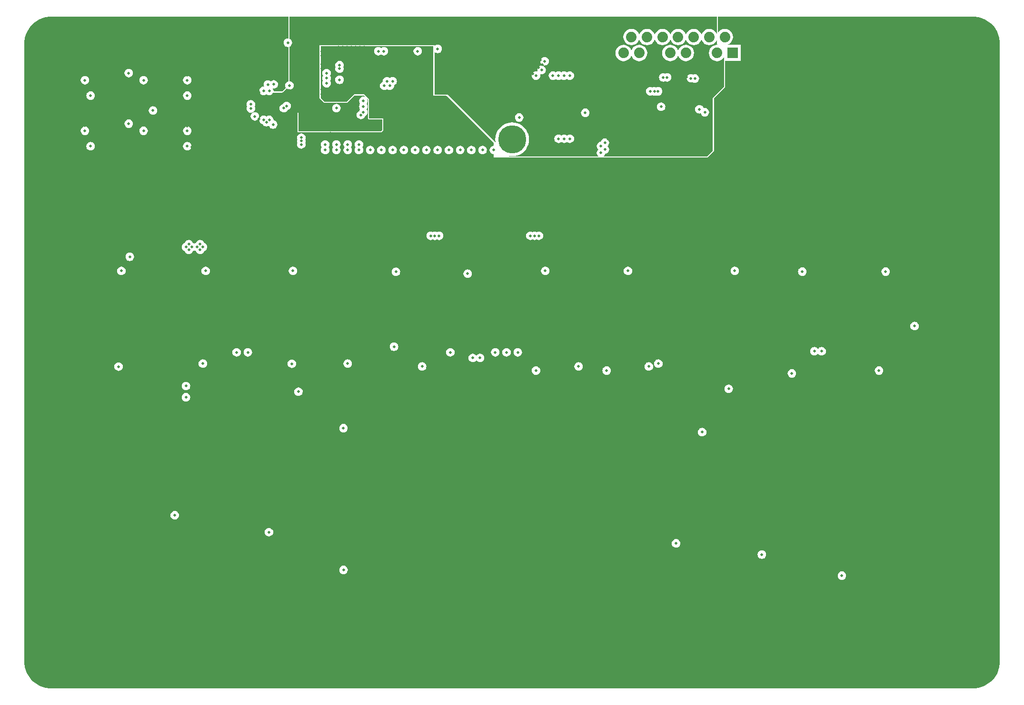
<source format=gbl>
G04*
G04 #@! TF.GenerationSoftware,Altium Limited,Altium Designer,19.1.8 (144)*
G04*
G04 Layer_Physical_Order=4*
G04 Layer_Color=16711680*
%FSLAX44Y44*%
%MOMM*%
G71*
G01*
G75*
%ADD20C,1.0000*%
%ADD99C,1.8796*%
%ADD100R,1.8796X1.8796*%
%ADD101C,5.0000*%
%ADD103C,0.5100*%
%ADD113C,0.7500*%
G36*
X-820000Y667051D02*
X-820000Y667051D01*
X-820000Y667051D01*
X-398000D01*
Y628484D01*
X-399000Y628615D01*
X-400971Y628356D01*
X-402808Y627595D01*
X-404385Y626385D01*
X-405595Y624808D01*
X-406356Y622971D01*
X-406615Y621000D01*
X-406356Y619029D01*
X-405595Y617192D01*
X-404385Y615615D01*
X-402808Y614405D01*
X-400971Y613644D01*
X-399000Y613385D01*
X-398000Y613517D01*
Y552344D01*
X-399808Y551595D01*
X-401385Y550385D01*
X-402595Y548808D01*
X-403356Y546971D01*
X-403615Y545000D01*
X-403356Y543029D01*
X-402595Y541192D01*
X-402253Y540747D01*
X-408500Y534500D01*
X-424500D01*
X-424385Y535375D01*
X-424644Y537346D01*
X-425405Y539183D01*
X-425629Y539474D01*
X-424000Y539260D01*
X-422029Y539519D01*
X-420192Y540280D01*
X-418615Y541490D01*
X-417405Y543067D01*
X-416644Y544904D01*
X-416385Y546875D01*
X-416644Y548846D01*
X-417405Y550683D01*
X-418615Y552260D01*
X-420192Y553470D01*
X-422029Y554231D01*
X-424000Y554490D01*
X-425971Y554231D01*
X-427808Y553470D01*
X-429385Y552260D01*
X-429466Y552154D01*
X-430692Y553095D01*
X-432529Y553856D01*
X-434500Y554115D01*
X-436471Y553856D01*
X-438307Y553095D01*
X-439885Y551885D01*
X-441095Y550308D01*
X-441856Y548471D01*
X-442115Y546500D01*
X-441856Y544529D01*
X-441173Y542881D01*
X-442000Y542990D01*
X-443971Y542731D01*
X-445807Y541970D01*
X-447385Y540760D01*
X-448595Y539183D01*
X-449356Y537346D01*
X-449615Y535375D01*
X-449356Y533404D01*
X-448595Y531567D01*
X-447385Y529990D01*
X-445807Y528780D01*
X-443971Y528019D01*
X-442000Y527760D01*
X-440029Y528019D01*
X-438192Y528780D01*
X-437000Y529695D01*
X-435807Y528780D01*
X-433971Y528019D01*
X-432000Y527760D01*
X-430029Y528019D01*
X-428192Y528780D01*
X-426615Y529990D01*
X-425405Y531567D01*
X-425122Y532250D01*
X-407750D01*
X-400819Y539181D01*
X-399808Y538405D01*
X-397971Y537644D01*
X-396000Y537385D01*
X-394029Y537644D01*
X-392192Y538405D01*
X-390615Y539615D01*
X-389405Y541192D01*
X-388644Y543029D01*
X-388385Y545000D01*
X-388644Y546971D01*
X-389405Y548808D01*
X-390615Y550385D01*
X-392192Y551595D01*
X-394029Y552356D01*
X-396000Y552615D01*
Y614071D01*
X-395192Y614405D01*
X-393615Y615615D01*
X-392405Y617192D01*
X-391644Y619029D01*
X-391385Y621000D01*
X-391644Y622971D01*
X-392405Y624808D01*
X-393615Y626385D01*
X-395192Y627595D01*
X-396000Y627929D01*
Y667051D01*
X364000D01*
Y636417D01*
X363175Y638409D01*
X360867Y641417D01*
X357859Y643725D01*
X354357Y645175D01*
X350598Y645670D01*
X346840Y645175D01*
X343337Y643725D01*
X340329Y641417D01*
X338022Y638409D01*
X336755Y635352D01*
X335489Y638409D01*
X333181Y641417D01*
X330173Y643725D01*
X326671Y645175D01*
X322912Y645670D01*
X319154Y645175D01*
X315651Y643725D01*
X312643Y641417D01*
X310336Y638409D01*
X309069Y635352D01*
X307803Y638409D01*
X305495Y641417D01*
X302487Y643725D01*
X298985Y645175D01*
X295226Y645670D01*
X291468Y645175D01*
X287965Y643725D01*
X284957Y641417D01*
X282650Y638409D01*
X281383Y635352D01*
X280117Y638409D01*
X277809Y641417D01*
X274801Y643725D01*
X271299Y645175D01*
X267540Y645670D01*
X263782Y645175D01*
X260279Y643725D01*
X257271Y641417D01*
X254964Y638409D01*
X253697Y635352D01*
X252431Y638409D01*
X250123Y641417D01*
X247115Y643725D01*
X243613Y645175D01*
X239854Y645670D01*
X236096Y645175D01*
X232593Y643725D01*
X229585Y641417D01*
X227278Y638409D01*
X226011Y635352D01*
X224745Y638409D01*
X222437Y641417D01*
X219429Y643725D01*
X215927Y645175D01*
X212168Y645670D01*
X208410Y645175D01*
X204907Y643725D01*
X201899Y641417D01*
X199592Y638409D01*
X198141Y634907D01*
X197646Y631148D01*
X198141Y627389D01*
X199592Y623887D01*
X201899Y620879D01*
X204907Y618571D01*
X208410Y617121D01*
X212168Y616626D01*
X215927Y617121D01*
X219429Y618571D01*
X222437Y620879D01*
X224745Y623887D01*
X226011Y626944D01*
X227278Y623887D01*
X229585Y620879D01*
X232593Y618571D01*
X236096Y617121D01*
X239854Y616626D01*
X243613Y617121D01*
X247115Y618571D01*
X250123Y620879D01*
X252431Y623887D01*
X253697Y626944D01*
X254964Y623887D01*
X257271Y620879D01*
X260279Y618571D01*
X263782Y617121D01*
X267540Y616626D01*
X271299Y617121D01*
X274801Y618571D01*
X277809Y620879D01*
X280117Y623887D01*
X281383Y626944D01*
X282650Y623887D01*
X284957Y620879D01*
X287965Y618571D01*
X291468Y617121D01*
X295226Y616626D01*
X298985Y617121D01*
X302487Y618571D01*
X305495Y620879D01*
X307803Y623887D01*
X309069Y626944D01*
X310336Y623887D01*
X312643Y620879D01*
X315651Y618571D01*
X319154Y617121D01*
X322912Y616626D01*
X326671Y617121D01*
X330173Y618571D01*
X333181Y620879D01*
X335489Y623887D01*
X336755Y626944D01*
X338022Y623887D01*
X340329Y620879D01*
X343337Y618571D01*
X346840Y617121D01*
X350598Y616626D01*
X354357Y617121D01*
X357859Y618571D01*
X360867Y620879D01*
X363175Y623887D01*
X364000Y625879D01*
Y618500D01*
X365778Y617029D01*
X364314Y617222D01*
X360556Y616727D01*
X357053Y615277D01*
X354045Y612969D01*
X351738Y609961D01*
X350287Y606459D01*
X349792Y602700D01*
X350287Y598941D01*
X351738Y595439D01*
X354045Y592431D01*
X357053Y590123D01*
X360556Y588673D01*
X364314Y588178D01*
X368073Y588673D01*
X371575Y590123D01*
X374583Y592431D01*
X376891Y595439D01*
X377000Y595703D01*
X377000Y543000D01*
X357000Y523000D01*
X357000Y429000D01*
X346500Y418500D01*
X161931D01*
X163385Y419615D01*
X164595Y421192D01*
X165356Y423029D01*
X165410Y423439D01*
X166971Y423644D01*
X168808Y424405D01*
X170385Y425615D01*
X171595Y427192D01*
X172356Y429029D01*
X172615Y431000D01*
X172356Y432971D01*
X171595Y434808D01*
X170385Y436385D01*
X169583Y437000D01*
X170385Y437615D01*
X171595Y439192D01*
X172356Y441029D01*
X172615Y443000D01*
X172356Y444971D01*
X171595Y446808D01*
X170385Y448385D01*
X168808Y449595D01*
X166971Y450356D01*
X165000Y450615D01*
X163029Y450356D01*
X161192Y449595D01*
X159615Y448385D01*
X158405Y446808D01*
X157644Y444971D01*
X157590Y444561D01*
X156029Y444356D01*
X154192Y443595D01*
X152615Y442385D01*
X151405Y440808D01*
X150644Y438971D01*
X150385Y437000D01*
X150644Y435029D01*
X151405Y433192D01*
X152615Y431615D01*
X153417Y431000D01*
X152615Y430385D01*
X151405Y428807D01*
X150644Y426971D01*
X150385Y425000D01*
X150644Y423029D01*
X151405Y421192D01*
X152615Y419615D01*
X154069Y418500D01*
X-4500D01*
X-5458Y419458D01*
X-4708Y419278D01*
X0Y418907D01*
X4708Y419278D01*
X9299Y420380D01*
X13662Y422187D01*
X17688Y424654D01*
X21279Y427721D01*
X24346Y431312D01*
X26813Y435338D01*
X28620Y439701D01*
X29722Y444292D01*
X30093Y449000D01*
X29722Y453708D01*
X28620Y458299D01*
X26813Y462662D01*
X24346Y466688D01*
X21279Y470279D01*
X17688Y473345D01*
X13662Y475813D01*
X9299Y477620D01*
X4708Y478722D01*
X0Y479093D01*
X-4708Y478722D01*
X-9299Y477620D01*
X-13662Y475813D01*
X-17688Y473345D01*
X-21279Y470279D01*
X-24346Y466688D01*
X-26813Y462662D01*
X-28620Y458299D01*
X-29722Y453708D01*
X-30093Y449000D01*
X-29722Y444292D01*
X-29542Y443542D01*
X-114500Y528500D01*
X-138000Y528500D01*
Y604766D01*
X-137885Y604615D01*
X-136308Y603405D01*
X-134471Y602644D01*
X-132500Y602385D01*
X-130529Y602644D01*
X-128692Y603405D01*
X-127115Y604615D01*
X-125905Y606192D01*
X-125144Y608029D01*
X-124885Y610000D01*
X-125144Y611971D01*
X-125905Y613808D01*
X-127115Y615385D01*
X-128692Y616595D01*
X-130529Y617356D01*
X-132500Y617615D01*
X-134471Y617356D01*
X-136308Y616595D01*
X-137885Y615385D01*
X-138000Y615234D01*
Y616500D01*
X-342750D01*
X-342750Y522750D01*
X-334000Y514000D01*
X-293000D01*
X-280500Y526500D01*
X-263500D01*
X-261291Y524291D01*
X-262654Y524856D01*
X-264625Y525115D01*
X-266596Y524856D01*
X-268433Y524095D01*
X-270010Y522885D01*
X-271220Y521307D01*
X-271981Y519471D01*
X-272240Y517500D01*
X-271981Y515529D01*
X-271220Y513692D01*
X-270305Y512500D01*
X-271220Y511308D01*
X-271981Y509471D01*
X-272240Y507500D01*
X-271981Y505529D01*
X-271220Y503692D01*
X-270305Y502500D01*
X-271220Y501308D01*
X-271981Y499471D01*
X-271985Y499436D01*
X-272808Y499095D01*
X-274385Y497885D01*
X-275595Y496308D01*
X-276356Y494471D01*
X-276615Y492500D01*
X-276356Y490529D01*
X-275595Y488693D01*
X-274385Y487115D01*
X-272808Y485905D01*
X-270971Y485144D01*
X-269000Y484885D01*
X-267029Y485144D01*
X-265192Y485905D01*
X-263615Y487115D01*
X-262405Y488693D01*
X-261644Y490529D01*
X-261640Y490564D01*
X-260817Y490905D01*
X-259240Y492115D01*
X-258030Y493693D01*
X-257269Y495529D01*
X-257010Y497500D01*
X-257269Y499471D01*
X-258030Y501308D01*
X-258945Y502500D01*
X-258030Y503692D01*
X-257269Y505529D01*
X-257010Y507500D01*
X-257269Y509471D01*
X-258030Y511308D01*
X-258945Y512500D01*
X-258030Y513692D01*
X-257269Y515529D01*
X-257010Y517500D01*
X-257269Y519471D01*
X-257834Y520834D01*
X-256750Y519750D01*
Y486250D01*
X-255000Y484500D01*
X-231000Y484500D01*
Y466000D01*
X-233500Y463500D01*
X-380000D01*
Y496500D01*
X-382000D01*
Y461500D01*
X-232500D01*
X-229000Y465000D01*
Y486000D01*
X-229500Y486500D01*
X-254000D01*
X-254750Y487250D01*
Y520750D01*
X-263500Y529500D01*
X-280500Y529500D01*
X-294000Y516000D01*
X-333000D01*
X-340000Y523000D01*
X-340000Y614500D01*
X-140000D01*
Y610874D01*
X-140115Y610000D01*
X-140000Y609126D01*
Y526500D01*
X-117340Y526500D01*
X-32500Y443056D01*
Y437615D01*
X-34471Y437356D01*
X-36308Y436595D01*
X-37885Y435385D01*
X-39095Y433808D01*
X-39856Y431971D01*
X-40115Y430000D01*
X-39856Y428029D01*
X-39095Y426192D01*
X-37885Y424615D01*
X-36308Y423405D01*
X-34471Y422644D01*
X-32500Y422385D01*
Y416500D01*
X347500D01*
X359000Y428000D01*
Y522000D01*
X379000Y542000D01*
X379000Y588302D01*
X406398D01*
Y617098D01*
X381871D01*
X382043Y617121D01*
X385545Y618571D01*
X388553Y620879D01*
X390861Y623887D01*
X392312Y627389D01*
X392806Y631148D01*
X392312Y634907D01*
X390861Y638409D01*
X388553Y641417D01*
X385545Y643725D01*
X382043Y645175D01*
X378284Y645670D01*
X374526Y645175D01*
X371023Y643725D01*
X368015Y641417D01*
X366000Y638790D01*
Y667051D01*
X823110D01*
X829277Y666239D01*
X835285Y664629D01*
X841032Y662249D01*
X846419Y659139D01*
X851354Y655352D01*
X855752Y650954D01*
X859539Y646019D01*
X862649Y640632D01*
X865029Y634885D01*
X866639Y628877D01*
X867451Y622710D01*
X867451Y619600D01*
Y619600D01*
Y619600D01*
X867451Y-480400D01*
Y-483510D01*
X866639Y-489677D01*
X865029Y-495685D01*
X862649Y-501432D01*
X859539Y-506819D01*
X855752Y-511754D01*
X851354Y-516152D01*
X846419Y-519939D01*
X841032Y-523049D01*
X835285Y-525429D01*
X829277Y-527039D01*
X823110Y-527851D01*
X820000Y-527851D01*
X820000D01*
D01*
X-820000D01*
D01*
X-820000D01*
X-823110Y-527851D01*
X-829277Y-527039D01*
X-835285Y-525429D01*
X-841032Y-523049D01*
X-846419Y-519939D01*
X-851354Y-516152D01*
X-855752Y-511754D01*
X-859539Y-506819D01*
X-862649Y-501432D01*
X-865029Y-495686D01*
X-866639Y-489677D01*
X-867449Y-483527D01*
X-867409Y-480390D01*
X-867412Y-480374D01*
X-867409Y-480357D01*
X-867451Y619600D01*
Y622710D01*
X-866639Y628877D01*
X-865029Y634885D01*
X-862649Y640632D01*
X-859539Y646019D01*
X-855752Y650954D01*
X-851354Y655352D01*
X-846419Y659139D01*
X-841032Y662249D01*
X-835285Y664629D01*
X-829277Y666239D01*
X-823110Y667051D01*
X-820000Y667051D01*
D02*
G37*
%LPC*%
G36*
X-228000Y613615D02*
X-229971Y613356D01*
X-231808Y612595D01*
X-233000Y611680D01*
X-234192Y612595D01*
X-236029Y613356D01*
X-238000Y613615D01*
X-239971Y613356D01*
X-241808Y612595D01*
X-243385Y611385D01*
X-244595Y609808D01*
X-245356Y607971D01*
X-245615Y606000D01*
X-245356Y604029D01*
X-244595Y602192D01*
X-243385Y600615D01*
X-241808Y599405D01*
X-239971Y598644D01*
X-238000Y598385D01*
X-236029Y598644D01*
X-234192Y599405D01*
X-233000Y600320D01*
X-231808Y599405D01*
X-229971Y598644D01*
X-228000Y598385D01*
X-226029Y598644D01*
X-224192Y599405D01*
X-222615Y600615D01*
X-221405Y602192D01*
X-220644Y604029D01*
X-220385Y606000D01*
X-220644Y607971D01*
X-221405Y609808D01*
X-222615Y611385D01*
X-224192Y612595D01*
X-226029Y613356D01*
X-228000Y613615D01*
D02*
G37*
G36*
X308942Y617222D02*
X305184Y616727D01*
X301681Y615277D01*
X298673Y612969D01*
X296366Y609961D01*
X295099Y606904D01*
X293833Y609961D01*
X291525Y612969D01*
X288517Y615277D01*
X285015Y616727D01*
X281256Y617222D01*
X277498Y616727D01*
X273995Y615277D01*
X270987Y612969D01*
X268680Y609961D01*
X267229Y606459D01*
X266734Y602700D01*
X267229Y598941D01*
X268680Y595439D01*
X270987Y592431D01*
X273995Y590123D01*
X277498Y588673D01*
X281256Y588178D01*
X285015Y588673D01*
X288517Y590123D01*
X291525Y592431D01*
X293833Y595439D01*
X295099Y598496D01*
X296366Y595439D01*
X298673Y592431D01*
X301681Y590123D01*
X305184Y588673D01*
X308942Y588178D01*
X312701Y588673D01*
X316203Y590123D01*
X319211Y592431D01*
X321519Y595439D01*
X322970Y598941D01*
X323464Y602700D01*
X322970Y606459D01*
X321519Y609961D01*
X319211Y612969D01*
X316203Y615277D01*
X312701Y616727D01*
X308942Y617222D01*
D02*
G37*
G36*
X225884D02*
X222126Y616727D01*
X218623Y615277D01*
X215615Y612969D01*
X213308Y609961D01*
X212041Y606904D01*
X210775Y609961D01*
X208467Y612969D01*
X205459Y615277D01*
X201957Y616727D01*
X198198Y617222D01*
X194440Y616727D01*
X190937Y615277D01*
X187929Y612969D01*
X185622Y609961D01*
X184171Y606459D01*
X183676Y602700D01*
X184171Y598941D01*
X185622Y595439D01*
X187929Y592431D01*
X190937Y590123D01*
X194440Y588673D01*
X198198Y588178D01*
X201957Y588673D01*
X205459Y590123D01*
X208467Y592431D01*
X210775Y595439D01*
X212041Y598496D01*
X213308Y595439D01*
X215615Y592431D01*
X218623Y590123D01*
X222126Y588673D01*
X225884Y588178D01*
X229643Y588673D01*
X233145Y590123D01*
X236153Y592431D01*
X238461Y595439D01*
X239912Y598941D01*
X240406Y602700D01*
X239912Y606459D01*
X238461Y609961D01*
X236153Y612969D01*
X233145Y615277D01*
X229643Y616727D01*
X225884Y617222D01*
D02*
G37*
G36*
X-168000Y613615D02*
X-169971Y613356D01*
X-171808Y612595D01*
X-173385Y611385D01*
X-174595Y609808D01*
X-175356Y607971D01*
X-175615Y606000D01*
X-175356Y604029D01*
X-174595Y602192D01*
X-173385Y600615D01*
X-171808Y599405D01*
X-169971Y598644D01*
X-168000Y598385D01*
X-166029Y598644D01*
X-164192Y599405D01*
X-162615Y600615D01*
X-161405Y602192D01*
X-160644Y604029D01*
X-160385Y606000D01*
X-160644Y607971D01*
X-161405Y609808D01*
X-162615Y611385D01*
X-164192Y612595D01*
X-166029Y613356D01*
X-168000Y613615D01*
D02*
G37*
G36*
X57706Y595602D02*
X55735Y595342D01*
X53898Y594582D01*
X52321Y593371D01*
X51111Y591794D01*
X50350Y589958D01*
X50091Y587987D01*
X50350Y586016D01*
X51111Y584179D01*
X52321Y582602D01*
X53898Y581392D01*
X55735Y580631D01*
X57706Y580372D01*
X59677Y580631D01*
X61514Y581392D01*
X63091Y582602D01*
X64301Y584179D01*
X65062Y586016D01*
X65321Y587987D01*
X65062Y589958D01*
X64301Y591794D01*
X63091Y593371D01*
X61514Y594582D01*
X59677Y595342D01*
X57706Y595602D01*
D02*
G37*
G36*
X52500Y580115D02*
X50529Y579856D01*
X48692Y579095D01*
X47115Y577885D01*
X45905Y576308D01*
X45144Y574471D01*
X44885Y572500D01*
X45144Y570529D01*
X45621Y569379D01*
X44471Y569856D01*
X42500Y570115D01*
X40529Y569856D01*
X38692Y569095D01*
X37115Y567885D01*
X35905Y566308D01*
X35144Y564471D01*
X34885Y562500D01*
X35144Y560529D01*
X35905Y558692D01*
X37115Y557115D01*
X38692Y555905D01*
X40529Y555144D01*
X42500Y554885D01*
X44471Y555144D01*
X46308Y555905D01*
X47885Y557115D01*
X49095Y558692D01*
X49856Y560529D01*
X50115Y562500D01*
X49856Y564471D01*
X49379Y565621D01*
X50529Y565144D01*
X52500Y564885D01*
X54471Y565144D01*
X56308Y565905D01*
X57885Y567115D01*
X59095Y568692D01*
X59856Y570529D01*
X60115Y572500D01*
X59856Y574471D01*
X59095Y576308D01*
X57885Y577885D01*
X56308Y579095D01*
X54471Y579856D01*
X52500Y580115D01*
D02*
G37*
G36*
X102500Y570115D02*
X100529Y569856D01*
X98692Y569095D01*
X97375Y568084D01*
X96058Y569095D01*
X94221Y569856D01*
X92250Y570115D01*
X90279Y569856D01*
X88442Y569095D01*
X87375Y568276D01*
X86307Y569095D01*
X84471Y569856D01*
X82500Y570115D01*
X80529Y569856D01*
X78692Y569095D01*
X77500Y568180D01*
X76308Y569095D01*
X74471Y569856D01*
X72500Y570115D01*
X70529Y569856D01*
X68692Y569095D01*
X67115Y567885D01*
X65905Y566308D01*
X65144Y564471D01*
X64885Y562500D01*
X65144Y560529D01*
X65905Y558692D01*
X67115Y557115D01*
X68692Y555905D01*
X70529Y555144D01*
X72500Y554885D01*
X74471Y555144D01*
X76308Y555905D01*
X77500Y556820D01*
X78692Y555905D01*
X80529Y555144D01*
X82500Y554885D01*
X84471Y555144D01*
X86307Y555905D01*
X87375Y556724D01*
X88442Y555905D01*
X90279Y555144D01*
X92250Y554885D01*
X94221Y555144D01*
X96058Y555905D01*
X97375Y556916D01*
X98692Y555905D01*
X100529Y555144D01*
X102500Y554885D01*
X104471Y555144D01*
X106307Y555905D01*
X107885Y557115D01*
X109095Y558692D01*
X109856Y560529D01*
X110115Y562500D01*
X109856Y564471D01*
X109095Y566308D01*
X107885Y567885D01*
X106307Y569095D01*
X104471Y569856D01*
X102500Y570115D01*
D02*
G37*
G36*
X-307000Y588615D02*
X-308971Y588356D01*
X-310808Y587595D01*
X-312385Y586385D01*
X-313595Y584808D01*
X-314356Y582971D01*
X-314615Y581000D01*
X-314356Y579029D01*
X-313929Y578000D01*
X-314356Y576971D01*
X-314615Y575000D01*
X-314356Y573029D01*
X-313595Y571192D01*
X-312385Y569615D01*
X-310808Y568405D01*
X-308971Y567644D01*
X-307000Y567385D01*
X-305029Y567644D01*
X-303192Y568405D01*
X-301615Y569615D01*
X-300405Y571192D01*
X-299644Y573029D01*
X-299385Y575000D01*
X-299644Y576971D01*
X-300071Y578000D01*
X-299644Y579029D01*
X-299385Y581000D01*
X-299644Y582971D01*
X-300405Y584808D01*
X-301615Y586385D01*
X-303192Y587595D01*
X-305029Y588356D01*
X-307000Y588615D01*
D02*
G37*
G36*
X275753Y566950D02*
X273782Y566690D01*
X272150Y566014D01*
X270721Y566606D01*
X268750Y566865D01*
X266779Y566606D01*
X264942Y565845D01*
X263365Y564635D01*
X262155Y563058D01*
X261394Y561221D01*
X261135Y559250D01*
X261394Y557279D01*
X262155Y555443D01*
X263365Y553865D01*
X264942Y552655D01*
X266779Y551894D01*
X268750Y551635D01*
X270721Y551894D01*
X272354Y552571D01*
X273782Y551979D01*
X275753Y551720D01*
X277724Y551979D01*
X279561Y552740D01*
X281138Y553950D01*
X282348Y555527D01*
X283109Y557364D01*
X283368Y559335D01*
X283109Y561306D01*
X282348Y563142D01*
X281138Y564719D01*
X279561Y565929D01*
X277724Y566690D01*
X275753Y566950D01*
D02*
G37*
G36*
X-681950Y574565D02*
X-683921Y574306D01*
X-685758Y573545D01*
X-687335Y572335D01*
X-688545Y570757D01*
X-689306Y568921D01*
X-689565Y566950D01*
X-689306Y564979D01*
X-688545Y563142D01*
X-687335Y561565D01*
X-685758Y560355D01*
X-683921Y559594D01*
X-681950Y559335D01*
X-679979Y559594D01*
X-678142Y560355D01*
X-676565Y561565D01*
X-675355Y563142D01*
X-674594Y564979D01*
X-674335Y566950D01*
X-674594Y568921D01*
X-675355Y570757D01*
X-676565Y572335D01*
X-678142Y573545D01*
X-679979Y574306D01*
X-681950Y574565D01*
D02*
G37*
G36*
X-212500Y560115D02*
X-214471Y559856D01*
X-216308Y559095D01*
X-217500Y558180D01*
X-218692Y559095D01*
X-220529Y559856D01*
X-222500Y560115D01*
X-224471Y559856D01*
X-226308Y559095D01*
X-227885Y557885D01*
X-229095Y556307D01*
X-229856Y554471D01*
X-230115Y552500D01*
X-230017Y551754D01*
X-231308Y551220D01*
X-232885Y550010D01*
X-234095Y548433D01*
X-234856Y546596D01*
X-235115Y544625D01*
X-234856Y542654D01*
X-234095Y540817D01*
X-232885Y539240D01*
X-231308Y538030D01*
X-229471Y537269D01*
X-227500Y537010D01*
X-225529Y537269D01*
X-223692Y538030D01*
X-222500Y538945D01*
X-221308Y538030D01*
X-219471Y537269D01*
X-217500Y537010D01*
X-215529Y537269D01*
X-213692Y538030D01*
X-212115Y539240D01*
X-210905Y540817D01*
X-210144Y542654D01*
X-209885Y544625D01*
X-209983Y545370D01*
X-208692Y545905D01*
X-207115Y547115D01*
X-205905Y548692D01*
X-205144Y550529D01*
X-204885Y552500D01*
X-205144Y554471D01*
X-205905Y556307D01*
X-207115Y557885D01*
X-208692Y559095D01*
X-210529Y559856D01*
X-212500Y560115D01*
D02*
G37*
G36*
X318000Y565365D02*
X316029Y565106D01*
X314192Y564345D01*
X312615Y563135D01*
X311405Y561558D01*
X310644Y559721D01*
X310385Y557750D01*
X310644Y555779D01*
X311405Y553942D01*
X312615Y552365D01*
X314192Y551155D01*
X316029Y550394D01*
X318000Y550135D01*
X319971Y550394D01*
X320979Y550812D01*
X321193Y550649D01*
X323029Y549888D01*
X325000Y549628D01*
X326971Y549888D01*
X328808Y550649D01*
X330385Y551859D01*
X331595Y553436D01*
X332356Y555273D01*
X332615Y557243D01*
X332356Y559215D01*
X331595Y561051D01*
X330385Y562628D01*
X328808Y563838D01*
X326971Y564599D01*
X325000Y564859D01*
X323029Y564599D01*
X322021Y564181D01*
X321808Y564345D01*
X319971Y565106D01*
X318000Y565365D01*
D02*
G37*
G36*
X-307000Y562615D02*
X-308971Y562356D01*
X-310808Y561595D01*
X-312385Y560385D01*
X-313595Y558808D01*
X-314356Y556971D01*
X-314615Y555000D01*
X-314356Y553029D01*
X-313595Y551192D01*
X-312385Y549615D01*
X-310808Y548405D01*
X-308971Y547644D01*
X-307000Y547385D01*
X-305029Y547644D01*
X-303192Y548405D01*
X-301615Y549615D01*
X-300405Y551192D01*
X-299644Y553029D01*
X-299385Y555000D01*
X-299644Y556971D01*
X-300405Y558808D01*
X-301615Y560385D01*
X-303192Y561595D01*
X-305029Y562356D01*
X-307000Y562615D01*
D02*
G37*
G36*
X-577750Y561885D02*
X-579721Y561626D01*
X-581557Y560865D01*
X-583135Y559655D01*
X-584345Y558078D01*
X-585106Y556241D01*
X-585365Y554270D01*
X-585106Y552299D01*
X-584345Y550463D01*
X-583135Y548885D01*
X-581557Y547675D01*
X-579721Y546914D01*
X-577750Y546655D01*
X-575779Y546914D01*
X-573942Y547675D01*
X-572365Y548885D01*
X-571155Y550463D01*
X-570394Y552299D01*
X-570135Y554270D01*
X-570394Y556241D01*
X-571155Y558078D01*
X-572365Y559655D01*
X-573942Y560865D01*
X-575779Y561626D01*
X-577750Y561885D01*
D02*
G37*
G36*
X-759750D02*
X-761721Y561626D01*
X-763557Y560865D01*
X-765135Y559655D01*
X-766345Y558078D01*
X-767105Y556241D01*
X-767365Y554270D01*
X-767105Y552299D01*
X-766345Y550463D01*
X-765135Y548885D01*
X-763557Y547675D01*
X-761721Y546914D01*
X-759750Y546655D01*
X-757779Y546914D01*
X-755942Y547675D01*
X-754365Y548885D01*
X-753155Y550463D01*
X-752394Y552299D01*
X-752135Y554270D01*
X-752394Y556241D01*
X-753155Y558078D01*
X-754365Y559655D01*
X-755942Y560865D01*
X-757779Y561626D01*
X-759750Y561885D01*
D02*
G37*
G36*
X-655550Y561865D02*
X-657521Y561606D01*
X-659357Y560845D01*
X-660934Y559635D01*
X-662145Y558058D01*
X-662905Y556221D01*
X-663165Y554250D01*
X-662905Y552279D01*
X-662145Y550442D01*
X-660934Y548865D01*
X-659357Y547655D01*
X-657521Y546894D01*
X-655550Y546635D01*
X-653579Y546894D01*
X-651742Y547655D01*
X-650165Y548865D01*
X-648955Y550442D01*
X-648194Y552279D01*
X-647935Y554250D01*
X-648194Y556221D01*
X-648955Y558058D01*
X-650165Y559635D01*
X-651742Y560845D01*
X-653579Y561606D01*
X-655550Y561865D01*
D02*
G37*
G36*
X259500Y542218D02*
X257529Y541959D01*
X256250Y541429D01*
X254971Y541959D01*
X253000Y542218D01*
X251029Y541959D01*
X249377Y541274D01*
X247724Y541959D01*
X245753Y542218D01*
X243783Y541959D01*
X241946Y541198D01*
X240369Y539988D01*
X239159Y538410D01*
X238398Y536574D01*
X238138Y534603D01*
X238398Y532632D01*
X239159Y530795D01*
X240369Y529218D01*
X241946Y528008D01*
X243783Y527247D01*
X245753Y526988D01*
X247724Y527247D01*
X249377Y527932D01*
X251029Y527247D01*
X253000Y526988D01*
X254971Y527247D01*
X256250Y527777D01*
X257529Y527247D01*
X259500Y526988D01*
X261471Y527247D01*
X263308Y528008D01*
X264885Y529218D01*
X266095Y530795D01*
X266856Y532632D01*
X267115Y534603D01*
X266856Y536574D01*
X266095Y538410D01*
X264885Y539988D01*
X263308Y541198D01*
X261471Y541959D01*
X259500Y542218D01*
D02*
G37*
G36*
X-330000Y574615D02*
X-331971Y574356D01*
X-333808Y573595D01*
X-335385Y572385D01*
X-336595Y570807D01*
X-337356Y568971D01*
X-337615Y567000D01*
X-337356Y565029D01*
X-336595Y563192D01*
X-336064Y562500D01*
X-336595Y561808D01*
X-337356Y559971D01*
X-337615Y558000D01*
X-337356Y556029D01*
X-336595Y554192D01*
X-336063Y553500D01*
X-336595Y552808D01*
X-337356Y550971D01*
X-337615Y549000D01*
X-337356Y547029D01*
X-336595Y545192D01*
X-335385Y543615D01*
X-333808Y542405D01*
X-331971Y541644D01*
X-330000Y541385D01*
X-328029Y541644D01*
X-326192Y542405D01*
X-324615Y543615D01*
X-323405Y545192D01*
X-322644Y547029D01*
X-322385Y549000D01*
X-322644Y550971D01*
X-323405Y552808D01*
X-323937Y553500D01*
X-323405Y554192D01*
X-322644Y556029D01*
X-322385Y558000D01*
X-322644Y559971D01*
X-323405Y561808D01*
X-323936Y562500D01*
X-323405Y563192D01*
X-322644Y565029D01*
X-322385Y567000D01*
X-322644Y568971D01*
X-323405Y570807D01*
X-324615Y572385D01*
X-326192Y573595D01*
X-328029Y574356D01*
X-330000Y574615D01*
D02*
G37*
G36*
X-577750Y534515D02*
X-579721Y534256D01*
X-581557Y533495D01*
X-583135Y532285D01*
X-584345Y530708D01*
X-585106Y528871D01*
X-585365Y526900D01*
X-585106Y524929D01*
X-584345Y523092D01*
X-583135Y521515D01*
X-581557Y520305D01*
X-579721Y519544D01*
X-577750Y519285D01*
X-575779Y519544D01*
X-573942Y520305D01*
X-572365Y521515D01*
X-571155Y523092D01*
X-570394Y524929D01*
X-570135Y526900D01*
X-570394Y528871D01*
X-571155Y530708D01*
X-572365Y532285D01*
X-573942Y533495D01*
X-575779Y534256D01*
X-577750Y534515D01*
D02*
G37*
G36*
X-749750D02*
X-751721Y534256D01*
X-753557Y533495D01*
X-755135Y532285D01*
X-756345Y530708D01*
X-757105Y528871D01*
X-757365Y526900D01*
X-757105Y524929D01*
X-756345Y523092D01*
X-755135Y521515D01*
X-753557Y520305D01*
X-751721Y519544D01*
X-749750Y519285D01*
X-747779Y519544D01*
X-745942Y520305D01*
X-744365Y521515D01*
X-743155Y523092D01*
X-742394Y524929D01*
X-742135Y526900D01*
X-742394Y528871D01*
X-743155Y530708D01*
X-744365Y532285D01*
X-745942Y533495D01*
X-747779Y534256D01*
X-749750Y534515D01*
D02*
G37*
G36*
X265000Y514615D02*
X263029Y514356D01*
X261192Y513595D01*
X259615Y512385D01*
X258405Y510808D01*
X257644Y508971D01*
X257385Y507000D01*
X257644Y505029D01*
X258405Y503192D01*
X259615Y501615D01*
X261192Y500405D01*
X263029Y499644D01*
X265000Y499385D01*
X266971Y499644D01*
X268808Y500405D01*
X270385Y501615D01*
X271595Y503192D01*
X272356Y505029D01*
X272615Y507000D01*
X272356Y508971D01*
X271595Y510808D01*
X270385Y512385D01*
X268808Y513595D01*
X266971Y514356D01*
X265000Y514615D01*
D02*
G37*
G36*
X-312535Y512115D02*
X-314506Y511856D01*
X-316343Y511095D01*
X-317920Y509885D01*
X-319130Y508307D01*
X-319891Y506471D01*
X-320151Y504500D01*
X-319891Y502529D01*
X-319130Y500692D01*
X-317920Y499115D01*
X-316343Y497905D01*
X-314506Y497144D01*
X-312535Y496885D01*
X-310564Y497144D01*
X-308728Y497905D01*
X-307151Y499115D01*
X-305941Y500692D01*
X-305180Y502529D01*
X-304920Y504500D01*
X-305180Y506471D01*
X-305941Y508307D01*
X-307151Y509885D01*
X-308728Y511095D01*
X-310564Y511856D01*
X-312535Y512115D01*
D02*
G37*
G36*
X-401125Y516115D02*
X-403096Y515856D01*
X-404933Y515095D01*
X-406510Y513885D01*
X-407720Y512308D01*
X-407896Y511882D01*
X-408096Y511856D01*
X-409933Y511095D01*
X-411510Y509885D01*
X-412720Y508307D01*
X-413481Y506471D01*
X-413740Y504500D01*
X-413481Y502529D01*
X-412720Y500692D01*
X-411510Y499115D01*
X-409933Y497905D01*
X-408096Y497144D01*
X-406125Y496885D01*
X-404154Y497144D01*
X-402317Y497905D01*
X-400740Y499115D01*
X-399530Y500692D01*
X-399354Y501118D01*
X-399154Y501144D01*
X-397317Y501905D01*
X-395740Y503115D01*
X-394530Y504692D01*
X-393769Y506529D01*
X-393510Y508500D01*
X-393769Y510471D01*
X-394530Y512308D01*
X-395740Y513885D01*
X-397317Y515095D01*
X-399154Y515856D01*
X-401125Y516115D01*
D02*
G37*
G36*
X-464795Y519035D02*
X-466766Y518775D01*
X-468602Y518015D01*
X-470180Y516805D01*
X-471390Y515227D01*
X-472150Y513391D01*
X-472410Y511420D01*
X-472150Y509449D01*
X-471408Y507656D01*
X-472106Y505971D01*
X-472365Y504000D01*
X-472106Y502029D01*
X-471345Y500192D01*
X-470135Y498615D01*
X-468558Y497405D01*
X-466721Y496644D01*
X-464750Y496385D01*
X-462779Y496644D01*
X-460942Y497405D01*
X-459365Y498615D01*
X-458155Y500192D01*
X-457394Y502029D01*
X-457135Y504000D01*
X-457394Y505971D01*
X-458137Y507764D01*
X-457439Y509449D01*
X-457180Y511420D01*
X-457439Y513391D01*
X-458200Y515227D01*
X-459410Y516805D01*
X-460987Y518015D01*
X-462824Y518775D01*
X-464795Y519035D01*
D02*
G37*
G36*
X-638750Y508015D02*
X-640721Y507756D01*
X-642557Y506995D01*
X-644135Y505785D01*
X-645345Y504207D01*
X-646105Y502371D01*
X-646365Y500400D01*
X-646105Y498429D01*
X-645345Y496592D01*
X-644135Y495015D01*
X-642557Y493805D01*
X-640721Y493044D01*
X-638750Y492785D01*
X-636779Y493044D01*
X-634942Y493805D01*
X-633365Y495015D01*
X-632155Y496592D01*
X-631394Y498429D01*
X-631135Y500400D01*
X-631394Y502371D01*
X-632155Y504207D01*
X-633365Y505785D01*
X-634942Y506995D01*
X-636779Y507756D01*
X-638750Y508015D01*
D02*
G37*
G36*
X333059Y510115D02*
X331088Y509856D01*
X329251Y509095D01*
X327674Y507885D01*
X326464Y506308D01*
X325703Y504471D01*
X325444Y502500D01*
X325703Y500529D01*
X326464Y498692D01*
X327674Y497115D01*
X329251Y495905D01*
X331088Y495144D01*
X333059Y494885D01*
X335030Y495144D01*
X335392Y495294D01*
X335394Y495273D01*
X336155Y493436D01*
X337365Y491859D01*
X338942Y490649D01*
X340779Y489888D01*
X342750Y489628D01*
X344721Y489888D01*
X346558Y490649D01*
X348135Y491859D01*
X349345Y493436D01*
X350106Y495273D01*
X350365Y497243D01*
X350106Y499215D01*
X349345Y501051D01*
X348135Y502628D01*
X346558Y503838D01*
X344721Y504599D01*
X342750Y504859D01*
X340779Y504599D01*
X340417Y504449D01*
X340415Y504471D01*
X339654Y506308D01*
X338444Y507885D01*
X336866Y509095D01*
X335030Y509856D01*
X333059Y510115D01*
D02*
G37*
G36*
X-432000Y491240D02*
X-433971Y490981D01*
X-435808Y490220D01*
X-437000Y489305D01*
X-438192Y490220D01*
X-440029Y490981D01*
X-442000Y491240D01*
X-443971Y490981D01*
X-445807Y490220D01*
X-447385Y489010D01*
X-448595Y487433D01*
X-449356Y485596D01*
X-449615Y483625D01*
X-449356Y481654D01*
X-448595Y479817D01*
X-447385Y478240D01*
X-445807Y477030D01*
X-443971Y476269D01*
X-443771Y476243D01*
X-443595Y475817D01*
X-442385Y474240D01*
X-440807Y473030D01*
X-438971Y472269D01*
X-437000Y472010D01*
X-435029Y472269D01*
X-433192Y473030D01*
X-432608Y473479D01*
X-432605Y473458D01*
X-431845Y471621D01*
X-430634Y470044D01*
X-429057Y468834D01*
X-427221Y468073D01*
X-425250Y467814D01*
X-423279Y468073D01*
X-421442Y468834D01*
X-419865Y470044D01*
X-418655Y471621D01*
X-417894Y473458D01*
X-417635Y475429D01*
X-417894Y477400D01*
X-418655Y479236D01*
X-419865Y480813D01*
X-421442Y482024D01*
X-423279Y482785D01*
X-424475Y482942D01*
X-424385Y483625D01*
X-424644Y485596D01*
X-425405Y487433D01*
X-426615Y489010D01*
X-428192Y490220D01*
X-430029Y490981D01*
X-432000Y491240D01*
D02*
G37*
G36*
X130000Y503962D02*
X128029Y503702D01*
X126192Y502941D01*
X124615Y501731D01*
X123405Y500154D01*
X122644Y498317D01*
X122385Y496347D01*
X122644Y494376D01*
X123405Y492539D01*
X124615Y490962D01*
X126192Y489752D01*
X128029Y488991D01*
X130000Y488731D01*
X131971Y488991D01*
X133808Y489752D01*
X135385Y490962D01*
X136595Y492539D01*
X137356Y494376D01*
X137615Y496347D01*
X137356Y498317D01*
X136595Y500154D01*
X135385Y501731D01*
X133808Y502941D01*
X131971Y503702D01*
X130000Y503962D01*
D02*
G37*
G36*
X-457500Y497615D02*
X-459471Y497356D01*
X-461308Y496595D01*
X-462885Y495385D01*
X-464095Y493808D01*
X-464856Y491971D01*
X-465115Y490000D01*
X-464856Y488029D01*
X-464095Y486192D01*
X-462885Y484615D01*
X-461308Y483405D01*
X-459471Y482644D01*
X-457500Y482385D01*
X-455529Y482644D01*
X-453692Y483405D01*
X-452115Y484615D01*
X-450905Y486192D01*
X-450144Y488029D01*
X-449885Y490000D01*
X-450144Y491971D01*
X-450905Y493808D01*
X-452115Y495385D01*
X-453692Y496595D01*
X-455529Y497356D01*
X-457500Y497615D01*
D02*
G37*
G36*
X12503Y495615D02*
X10532Y495356D01*
X8696Y494595D01*
X7118Y493385D01*
X5908Y491808D01*
X5148Y489971D01*
X4888Y488000D01*
X5148Y486029D01*
X5908Y484193D01*
X7118Y482615D01*
X8696Y481405D01*
X10532Y480644D01*
X12503Y480385D01*
X14474Y480644D01*
X16311Y481405D01*
X17888Y482615D01*
X19098Y484193D01*
X19859Y486029D01*
X20118Y488000D01*
X19859Y489971D01*
X19098Y491808D01*
X17888Y493385D01*
X16311Y494595D01*
X14474Y495356D01*
X12503Y495615D01*
D02*
G37*
G36*
X-681950Y484565D02*
X-683921Y484306D01*
X-685758Y483545D01*
X-687335Y482335D01*
X-688545Y480757D01*
X-689306Y478921D01*
X-689565Y476950D01*
X-689306Y474979D01*
X-688545Y473142D01*
X-687335Y471565D01*
X-685758Y470355D01*
X-683921Y469594D01*
X-681950Y469335D01*
X-679979Y469594D01*
X-678142Y470355D01*
X-676565Y471565D01*
X-675355Y473142D01*
X-674594Y474979D01*
X-674335Y476950D01*
X-674594Y478921D01*
X-675355Y480757D01*
X-676565Y482335D01*
X-678142Y483545D01*
X-679979Y484306D01*
X-681950Y484565D01*
D02*
G37*
G36*
X-577750Y471885D02*
X-579721Y471626D01*
X-581557Y470865D01*
X-583135Y469655D01*
X-584345Y468078D01*
X-585106Y466241D01*
X-585365Y464270D01*
X-585106Y462299D01*
X-584345Y460463D01*
X-583135Y458885D01*
X-581557Y457675D01*
X-579721Y456914D01*
X-577750Y456655D01*
X-575779Y456914D01*
X-573942Y457675D01*
X-572365Y458885D01*
X-571155Y460463D01*
X-570394Y462299D01*
X-570135Y464270D01*
X-570394Y466241D01*
X-571155Y468078D01*
X-572365Y469655D01*
X-573942Y470865D01*
X-575779Y471626D01*
X-577750Y471885D01*
D02*
G37*
G36*
X-759750D02*
X-761721Y471626D01*
X-763557Y470865D01*
X-765135Y469655D01*
X-766345Y468078D01*
X-767105Y466241D01*
X-767365Y464270D01*
X-767105Y462299D01*
X-766345Y460463D01*
X-765135Y458885D01*
X-763557Y457675D01*
X-761721Y456914D01*
X-759750Y456655D01*
X-757779Y456914D01*
X-755942Y457675D01*
X-754365Y458885D01*
X-753155Y460463D01*
X-752394Y462299D01*
X-752135Y464270D01*
X-752394Y466241D01*
X-753155Y468078D01*
X-754365Y469655D01*
X-755942Y470865D01*
X-757779Y471626D01*
X-759750Y471885D01*
D02*
G37*
G36*
X-655550Y471865D02*
X-657521Y471606D01*
X-659357Y470845D01*
X-660934Y469635D01*
X-662145Y468058D01*
X-662905Y466221D01*
X-663165Y464250D01*
X-662905Y462279D01*
X-662145Y460442D01*
X-660934Y458865D01*
X-659357Y457655D01*
X-657521Y456894D01*
X-655550Y456635D01*
X-653579Y456894D01*
X-651742Y457655D01*
X-650165Y458865D01*
X-648955Y460442D01*
X-648194Y462279D01*
X-647935Y464250D01*
X-648194Y466221D01*
X-648955Y468058D01*
X-650165Y469635D01*
X-651742Y470845D01*
X-653579Y471606D01*
X-655550Y471865D01*
D02*
G37*
G36*
X102503Y457811D02*
X100532Y457552D01*
X98696Y456791D01*
X97503Y455876D01*
X96311Y456791D01*
X94474Y457552D01*
X92503Y457811D01*
X90532Y457552D01*
X88696Y456791D01*
X87503Y455876D01*
X86311Y456791D01*
X84474Y457552D01*
X82503Y457811D01*
X80532Y457552D01*
X78696Y456791D01*
X77119Y455581D01*
X75908Y454004D01*
X75148Y452167D01*
X74888Y450196D01*
X75148Y448225D01*
X75908Y446389D01*
X77119Y444812D01*
X78696Y443601D01*
X80532Y442841D01*
X82503Y442581D01*
X84474Y442841D01*
X86311Y443601D01*
X87503Y444516D01*
X88696Y443601D01*
X90532Y442841D01*
X92503Y442581D01*
X94474Y442841D01*
X96311Y443601D01*
X97503Y444516D01*
X98696Y443601D01*
X100532Y442841D01*
X102503Y442581D01*
X104474Y442841D01*
X106311Y443601D01*
X107888Y444812D01*
X109098Y446389D01*
X109859Y448225D01*
X110118Y450196D01*
X109859Y452167D01*
X109098Y454004D01*
X107888Y455581D01*
X106311Y456791D01*
X104474Y457552D01*
X102503Y457811D01*
D02*
G37*
G36*
X-375000Y459615D02*
X-376971Y459356D01*
X-378808Y458595D01*
X-380385Y457385D01*
X-381595Y455807D01*
X-382356Y453971D01*
X-382615Y452000D01*
X-382356Y450029D01*
X-381929Y449000D01*
X-382356Y447971D01*
X-382615Y446000D01*
X-382356Y444029D01*
X-381929Y443000D01*
X-382356Y441971D01*
X-382615Y440000D01*
X-382356Y438029D01*
X-381595Y436192D01*
X-380385Y434615D01*
X-378808Y433405D01*
X-376971Y432644D01*
X-375000Y432385D01*
X-373029Y432644D01*
X-371193Y433405D01*
X-369615Y434615D01*
X-368405Y436192D01*
X-367644Y438029D01*
X-367385Y440000D01*
X-367644Y441971D01*
X-368071Y443000D01*
X-367644Y444029D01*
X-367385Y446000D01*
X-367644Y447971D01*
X-368071Y449000D01*
X-367644Y450029D01*
X-367385Y452000D01*
X-367644Y453971D01*
X-368405Y455807D01*
X-369615Y457385D01*
X-371193Y458595D01*
X-373029Y459356D01*
X-375000Y459615D01*
D02*
G37*
G36*
X-577750Y444515D02*
X-579721Y444256D01*
X-581557Y443495D01*
X-583135Y442285D01*
X-584345Y440708D01*
X-585106Y438871D01*
X-585365Y436900D01*
X-585106Y434929D01*
X-584345Y433092D01*
X-583135Y431515D01*
X-581557Y430305D01*
X-579721Y429544D01*
X-577750Y429285D01*
X-575779Y429544D01*
X-573942Y430305D01*
X-572365Y431515D01*
X-571155Y433092D01*
X-570394Y434929D01*
X-570135Y436900D01*
X-570394Y438871D01*
X-571155Y440708D01*
X-572365Y442285D01*
X-573942Y443495D01*
X-575779Y444256D01*
X-577750Y444515D01*
D02*
G37*
G36*
X-749750D02*
X-751721Y444256D01*
X-753557Y443495D01*
X-755135Y442285D01*
X-756345Y440708D01*
X-757105Y438871D01*
X-757365Y436900D01*
X-757105Y434929D01*
X-756345Y433092D01*
X-755135Y431515D01*
X-753557Y430305D01*
X-751721Y429544D01*
X-749750Y429285D01*
X-747779Y429544D01*
X-745942Y430305D01*
X-744365Y431515D01*
X-743155Y433092D01*
X-742394Y434929D01*
X-742135Y436900D01*
X-742394Y438871D01*
X-743155Y440708D01*
X-744365Y442285D01*
X-745942Y443495D01*
X-747779Y444256D01*
X-749750Y444515D01*
D02*
G37*
G36*
X-52500Y437615D02*
X-54471Y437356D01*
X-56308Y436595D01*
X-57885Y435385D01*
X-59095Y433808D01*
X-59856Y431971D01*
X-60115Y430000D01*
X-59856Y428029D01*
X-59095Y426192D01*
X-57885Y424615D01*
X-56308Y423405D01*
X-54471Y422644D01*
X-52500Y422385D01*
X-50529Y422644D01*
X-48692Y423405D01*
X-47115Y424615D01*
X-45905Y426192D01*
X-45144Y428029D01*
X-44885Y430000D01*
X-45144Y431971D01*
X-45905Y433808D01*
X-47115Y435385D01*
X-48692Y436595D01*
X-50529Y437356D01*
X-52500Y437615D01*
D02*
G37*
G36*
X-72500D02*
X-74471Y437356D01*
X-76308Y436595D01*
X-77885Y435385D01*
X-79095Y433808D01*
X-79856Y431971D01*
X-80115Y430000D01*
X-79856Y428029D01*
X-79095Y426192D01*
X-77885Y424615D01*
X-76308Y423405D01*
X-74471Y422644D01*
X-72500Y422385D01*
X-70529Y422644D01*
X-68692Y423405D01*
X-67115Y424615D01*
X-65905Y426192D01*
X-65144Y428029D01*
X-64885Y430000D01*
X-65144Y431971D01*
X-65905Y433808D01*
X-67115Y435385D01*
X-68692Y436595D01*
X-70529Y437356D01*
X-72500Y437615D01*
D02*
G37*
G36*
X-92500D02*
X-94471Y437356D01*
X-96308Y436595D01*
X-97885Y435385D01*
X-99095Y433808D01*
X-99856Y431971D01*
X-100115Y430000D01*
X-99856Y428029D01*
X-99095Y426192D01*
X-97885Y424615D01*
X-96308Y423405D01*
X-94471Y422644D01*
X-92500Y422385D01*
X-90529Y422644D01*
X-88692Y423405D01*
X-87115Y424615D01*
X-85905Y426192D01*
X-85144Y428029D01*
X-84885Y430000D01*
X-85144Y431971D01*
X-85905Y433808D01*
X-87115Y435385D01*
X-88692Y436595D01*
X-90529Y437356D01*
X-92500Y437615D01*
D02*
G37*
G36*
X-112500D02*
X-114471Y437356D01*
X-116308Y436595D01*
X-117885Y435385D01*
X-119095Y433808D01*
X-119856Y431971D01*
X-120115Y430000D01*
X-119856Y428029D01*
X-119095Y426192D01*
X-117885Y424615D01*
X-116308Y423405D01*
X-114471Y422644D01*
X-112500Y422385D01*
X-110529Y422644D01*
X-108692Y423405D01*
X-107115Y424615D01*
X-105905Y426192D01*
X-105144Y428029D01*
X-104885Y430000D01*
X-105144Y431971D01*
X-105905Y433808D01*
X-107115Y435385D01*
X-108692Y436595D01*
X-110529Y437356D01*
X-112500Y437615D01*
D02*
G37*
G36*
X-132500D02*
X-134471Y437356D01*
X-136308Y436595D01*
X-137885Y435385D01*
X-139095Y433808D01*
X-139856Y431971D01*
X-140115Y430000D01*
X-139856Y428029D01*
X-139095Y426192D01*
X-137885Y424615D01*
X-136308Y423405D01*
X-134471Y422644D01*
X-132500Y422385D01*
X-130529Y422644D01*
X-128692Y423405D01*
X-127115Y424615D01*
X-125905Y426192D01*
X-125144Y428029D01*
X-124885Y430000D01*
X-125144Y431971D01*
X-125905Y433808D01*
X-127115Y435385D01*
X-128692Y436595D01*
X-130529Y437356D01*
X-132500Y437615D01*
D02*
G37*
G36*
X-152500D02*
X-154471Y437356D01*
X-156308Y436595D01*
X-157885Y435385D01*
X-159095Y433808D01*
X-159856Y431971D01*
X-160115Y430000D01*
X-159856Y428029D01*
X-159095Y426192D01*
X-157885Y424615D01*
X-156308Y423405D01*
X-154471Y422644D01*
X-152500Y422385D01*
X-150529Y422644D01*
X-148692Y423405D01*
X-147115Y424615D01*
X-145905Y426192D01*
X-145144Y428029D01*
X-144885Y430000D01*
X-145144Y431971D01*
X-145905Y433808D01*
X-147115Y435385D01*
X-148692Y436595D01*
X-150529Y437356D01*
X-152500Y437615D01*
D02*
G37*
G36*
X-172500D02*
X-174471Y437356D01*
X-176308Y436595D01*
X-177885Y435385D01*
X-179095Y433808D01*
X-179856Y431971D01*
X-180115Y430000D01*
X-179856Y428029D01*
X-179095Y426192D01*
X-177885Y424615D01*
X-176308Y423405D01*
X-174471Y422644D01*
X-172500Y422385D01*
X-170529Y422644D01*
X-168692Y423405D01*
X-167115Y424615D01*
X-165905Y426192D01*
X-165144Y428029D01*
X-164885Y430000D01*
X-165144Y431971D01*
X-165905Y433808D01*
X-167115Y435385D01*
X-168692Y436595D01*
X-170529Y437356D01*
X-172500Y437615D01*
D02*
G37*
G36*
X-192500D02*
X-194471Y437356D01*
X-196308Y436595D01*
X-197885Y435385D01*
X-199095Y433808D01*
X-199856Y431971D01*
X-200115Y430000D01*
X-199856Y428029D01*
X-199095Y426192D01*
X-197885Y424615D01*
X-196308Y423405D01*
X-194471Y422644D01*
X-192500Y422385D01*
X-190529Y422644D01*
X-188692Y423405D01*
X-187115Y424615D01*
X-185905Y426192D01*
X-185144Y428029D01*
X-184885Y430000D01*
X-185144Y431971D01*
X-185905Y433808D01*
X-187115Y435385D01*
X-188692Y436595D01*
X-190529Y437356D01*
X-192500Y437615D01*
D02*
G37*
G36*
X-212500D02*
X-214471Y437356D01*
X-216308Y436595D01*
X-217885Y435385D01*
X-219095Y433808D01*
X-219856Y431971D01*
X-220115Y430000D01*
X-219856Y428029D01*
X-219095Y426192D01*
X-217885Y424615D01*
X-216308Y423405D01*
X-214471Y422644D01*
X-212500Y422385D01*
X-210529Y422644D01*
X-208692Y423405D01*
X-207115Y424615D01*
X-205905Y426192D01*
X-205144Y428029D01*
X-204885Y430000D01*
X-205144Y431971D01*
X-205905Y433808D01*
X-207115Y435385D01*
X-208692Y436595D01*
X-210529Y437356D01*
X-212500Y437615D01*
D02*
G37*
G36*
X-232500D02*
X-234471Y437356D01*
X-236308Y436595D01*
X-237885Y435385D01*
X-239095Y433808D01*
X-239856Y431971D01*
X-240115Y430000D01*
X-239856Y428029D01*
X-239095Y426192D01*
X-237885Y424615D01*
X-236308Y423405D01*
X-234471Y422644D01*
X-232500Y422385D01*
X-230529Y422644D01*
X-228692Y423405D01*
X-227115Y424615D01*
X-225905Y426192D01*
X-225144Y428029D01*
X-224885Y430000D01*
X-225144Y431971D01*
X-225905Y433808D01*
X-227115Y435385D01*
X-228692Y436595D01*
X-230529Y437356D01*
X-232500Y437615D01*
D02*
G37*
G36*
X-252500D02*
X-254471Y437356D01*
X-256308Y436595D01*
X-257885Y435385D01*
X-259095Y433808D01*
X-259856Y431971D01*
X-260115Y430000D01*
X-259856Y428029D01*
X-259095Y426192D01*
X-257885Y424615D01*
X-256308Y423405D01*
X-254471Y422644D01*
X-252500Y422385D01*
X-250529Y422644D01*
X-248692Y423405D01*
X-247115Y424615D01*
X-245905Y426192D01*
X-245144Y428029D01*
X-244885Y430000D01*
X-245144Y431971D01*
X-245905Y433808D01*
X-247115Y435385D01*
X-248692Y436595D01*
X-250529Y437356D01*
X-252500Y437615D01*
D02*
G37*
G36*
X-272500Y447615D02*
X-274471Y447356D01*
X-276308Y446595D01*
X-277885Y445385D01*
X-279095Y443808D01*
X-279856Y441971D01*
X-280115Y440000D01*
X-279856Y438029D01*
X-279095Y436192D01*
X-278180Y435000D01*
X-279095Y433808D01*
X-279856Y431971D01*
X-280115Y430000D01*
X-279856Y428029D01*
X-279095Y426192D01*
X-277885Y424615D01*
X-276308Y423405D01*
X-274471Y422644D01*
X-272500Y422385D01*
X-270529Y422644D01*
X-268692Y423405D01*
X-267115Y424615D01*
X-265905Y426192D01*
X-265144Y428029D01*
X-264885Y430000D01*
X-265144Y431971D01*
X-265905Y433808D01*
X-266820Y435000D01*
X-265905Y436192D01*
X-265144Y438029D01*
X-264885Y440000D01*
X-265144Y441971D01*
X-265905Y443808D01*
X-267115Y445385D01*
X-268692Y446595D01*
X-270529Y447356D01*
X-272500Y447615D01*
D02*
G37*
G36*
X-292500Y447615D02*
X-294471Y447356D01*
X-296308Y446595D01*
X-297885Y445385D01*
X-299095Y443807D01*
X-299856Y441971D01*
X-300115Y440000D01*
X-299856Y438029D01*
X-299095Y436192D01*
X-298180Y435000D01*
X-299095Y433808D01*
X-299856Y431971D01*
X-300115Y430000D01*
X-299856Y428029D01*
X-299095Y426192D01*
X-297885Y424615D01*
X-296308Y423405D01*
X-294471Y422644D01*
X-292500Y422385D01*
X-290529Y422644D01*
X-288692Y423405D01*
X-287115Y424615D01*
X-285905Y426192D01*
X-285144Y428029D01*
X-284885Y430000D01*
X-285144Y431971D01*
X-285905Y433808D01*
X-286820Y435000D01*
X-285905Y436192D01*
X-285144Y438029D01*
X-284885Y440000D01*
X-285144Y441971D01*
X-285905Y443807D01*
X-287115Y445385D01*
X-288692Y446595D01*
X-290529Y447356D01*
X-292500Y447615D01*
D02*
G37*
G36*
X-312500Y447615D02*
X-314471Y447356D01*
X-316308Y446595D01*
X-317885Y445385D01*
X-319095Y443808D01*
X-319856Y441971D01*
X-320115Y440000D01*
X-319856Y438029D01*
X-319095Y436192D01*
X-318180Y435000D01*
X-319095Y433808D01*
X-319856Y431971D01*
X-320115Y430000D01*
X-319856Y428029D01*
X-319095Y426192D01*
X-317885Y424615D01*
X-316308Y423405D01*
X-314471Y422644D01*
X-312500Y422385D01*
X-310529Y422644D01*
X-308692Y423405D01*
X-307115Y424615D01*
X-305905Y426192D01*
X-305144Y428029D01*
X-304885Y430000D01*
X-305144Y431971D01*
X-305905Y433808D01*
X-306820Y435000D01*
X-305905Y436192D01*
X-305144Y438029D01*
X-304885Y440000D01*
X-305144Y441971D01*
X-305905Y443808D01*
X-307115Y445385D01*
X-308692Y446595D01*
X-310529Y447356D01*
X-312500Y447615D01*
D02*
G37*
G36*
X-332500Y447616D02*
X-334471Y447356D01*
X-336308Y446595D01*
X-337885Y445385D01*
X-339095Y443808D01*
X-339856Y441971D01*
X-340115Y440000D01*
X-339856Y438029D01*
X-339095Y436193D01*
X-338180Y435000D01*
X-339095Y433808D01*
X-339856Y431971D01*
X-340115Y430000D01*
X-339856Y428029D01*
X-339095Y426192D01*
X-337885Y424615D01*
X-336308Y423405D01*
X-334471Y422644D01*
X-332500Y422385D01*
X-330529Y422644D01*
X-328692Y423405D01*
X-327115Y424615D01*
X-325905Y426192D01*
X-325144Y428029D01*
X-324885Y430000D01*
X-325144Y431971D01*
X-325905Y433808D01*
X-326820Y435000D01*
X-325905Y436193D01*
X-325144Y438029D01*
X-324885Y440000D01*
X-325144Y441971D01*
X-325905Y443808D01*
X-327115Y445385D01*
X-328692Y446595D01*
X-330529Y447356D01*
X-332500Y447616D01*
D02*
G37*
G36*
X47500Y285115D02*
X45529Y284856D01*
X43750Y284119D01*
X41971Y284856D01*
X40000Y285115D01*
X38029Y284856D01*
X36250Y284119D01*
X34471Y284856D01*
X32500Y285115D01*
X30529Y284856D01*
X28692Y284095D01*
X27115Y282885D01*
X25905Y281308D01*
X25144Y279471D01*
X24885Y277500D01*
X25144Y275529D01*
X25905Y273692D01*
X27115Y272115D01*
X28692Y270905D01*
X30529Y270144D01*
X32500Y269885D01*
X34471Y270144D01*
X36250Y270881D01*
X38029Y270144D01*
X40000Y269885D01*
X41971Y270144D01*
X43750Y270881D01*
X45529Y270144D01*
X47500Y269885D01*
X49471Y270144D01*
X51308Y270905D01*
X52885Y272115D01*
X54095Y273692D01*
X54856Y275529D01*
X55115Y277500D01*
X54856Y279471D01*
X54095Y281308D01*
X52885Y282885D01*
X51308Y284095D01*
X49471Y284856D01*
X47500Y285115D01*
D02*
G37*
G36*
X-130000D02*
X-131971Y284856D01*
X-133750Y284119D01*
X-135529Y284856D01*
X-137500Y285115D01*
X-139471Y284856D01*
X-141250Y284119D01*
X-143029Y284856D01*
X-145000Y285115D01*
X-146971Y284856D01*
X-148808Y284095D01*
X-150385Y282885D01*
X-151595Y281308D01*
X-152356Y279471D01*
X-152615Y277500D01*
X-152356Y275529D01*
X-151595Y273692D01*
X-150385Y272115D01*
X-148808Y270905D01*
X-146971Y270144D01*
X-145000Y269885D01*
X-143029Y270144D01*
X-141250Y270881D01*
X-139471Y270144D01*
X-137500Y269885D01*
X-135529Y270144D01*
X-133750Y270881D01*
X-131971Y270144D01*
X-130000Y269885D01*
X-128029Y270144D01*
X-126192Y270905D01*
X-124615Y272115D01*
X-123405Y273692D01*
X-122644Y275529D01*
X-122385Y277500D01*
X-122644Y279471D01*
X-123405Y281308D01*
X-124615Y282885D01*
X-126192Y284095D01*
X-128029Y284856D01*
X-130000Y285115D01*
D02*
G37*
G36*
X-555000Y270115D02*
X-556971Y269856D01*
X-558808Y269095D01*
X-560385Y267885D01*
X-561595Y266308D01*
X-562243Y264743D01*
X-563808Y264095D01*
X-565000Y263180D01*
X-566192Y264095D01*
X-567757Y264743D01*
X-568405Y266308D01*
X-569615Y267885D01*
X-571192Y269095D01*
X-573029Y269856D01*
X-575000Y270115D01*
X-576971Y269856D01*
X-578808Y269095D01*
X-580385Y267885D01*
X-581595Y266308D01*
X-582243Y264743D01*
X-583808Y264095D01*
X-585385Y262885D01*
X-586595Y261308D01*
X-587356Y259471D01*
X-587615Y257500D01*
X-587356Y255529D01*
X-586595Y253692D01*
X-585385Y252115D01*
X-583808Y250905D01*
X-582243Y250257D01*
X-581595Y248692D01*
X-580385Y247115D01*
X-578808Y245905D01*
X-576971Y245144D01*
X-575000Y244885D01*
X-573029Y245144D01*
X-571192Y245905D01*
X-569615Y247115D01*
X-568405Y248692D01*
X-567757Y250257D01*
X-566192Y250905D01*
X-565000Y251820D01*
X-563808Y250905D01*
X-562243Y250257D01*
X-561595Y248692D01*
X-560385Y247115D01*
X-558808Y245905D01*
X-556971Y245144D01*
X-555000Y244885D01*
X-553029Y245144D01*
X-551192Y245905D01*
X-549615Y247115D01*
X-548405Y248692D01*
X-547757Y250257D01*
X-546192Y250905D01*
X-544615Y252115D01*
X-543405Y253692D01*
X-542644Y255529D01*
X-542385Y257500D01*
X-542644Y259471D01*
X-543405Y261308D01*
X-544615Y262885D01*
X-546192Y264095D01*
X-547757Y264743D01*
X-548405Y266308D01*
X-549615Y267885D01*
X-551192Y269095D01*
X-553029Y269856D01*
X-555000Y270115D01*
D02*
G37*
G36*
X-680000Y247615D02*
X-681971Y247356D01*
X-683808Y246595D01*
X-685385Y245385D01*
X-686595Y243808D01*
X-687356Y241971D01*
X-687615Y240000D01*
X-687356Y238029D01*
X-686595Y236192D01*
X-685385Y234615D01*
X-683808Y233405D01*
X-681971Y232644D01*
X-680000Y232385D01*
X-678029Y232644D01*
X-676192Y233405D01*
X-674615Y234615D01*
X-673405Y236192D01*
X-672644Y238029D01*
X-672385Y240000D01*
X-672644Y241971D01*
X-673405Y243808D01*
X-674615Y245385D01*
X-676192Y246595D01*
X-678029Y247356D01*
X-680000Y247615D01*
D02*
G37*
G36*
X396000Y222615D02*
X394029Y222356D01*
X392192Y221595D01*
X390615Y220385D01*
X389405Y218808D01*
X388644Y216971D01*
X388385Y215000D01*
X388644Y213029D01*
X389405Y211192D01*
X390615Y209615D01*
X392192Y208405D01*
X394029Y207644D01*
X396000Y207385D01*
X397971Y207644D01*
X399808Y208405D01*
X401385Y209615D01*
X402595Y211192D01*
X403356Y213029D01*
X403615Y215000D01*
X403356Y216971D01*
X402595Y218808D01*
X401385Y220385D01*
X399808Y221595D01*
X397971Y222356D01*
X396000Y222615D01*
D02*
G37*
G36*
X206000D02*
X204029Y222356D01*
X202192Y221595D01*
X200615Y220385D01*
X199405Y218808D01*
X198644Y216971D01*
X198385Y215000D01*
X198644Y213029D01*
X199405Y211192D01*
X200615Y209615D01*
X202192Y208405D01*
X204029Y207644D01*
X206000Y207385D01*
X207971Y207644D01*
X209808Y208405D01*
X211385Y209615D01*
X212595Y211192D01*
X213356Y213029D01*
X213615Y215000D01*
X213356Y216971D01*
X212595Y218808D01*
X211385Y220385D01*
X209808Y221595D01*
X207971Y222356D01*
X206000Y222615D01*
D02*
G37*
G36*
X59000D02*
X57029Y222356D01*
X55192Y221595D01*
X53615Y220385D01*
X52405Y218808D01*
X51644Y216971D01*
X51385Y215000D01*
X51644Y213029D01*
X52405Y211192D01*
X53615Y209615D01*
X55192Y208405D01*
X57029Y207644D01*
X59000Y207385D01*
X60971Y207644D01*
X62807Y208405D01*
X64385Y209615D01*
X65595Y211192D01*
X66356Y213029D01*
X66615Y215000D01*
X66356Y216971D01*
X65595Y218808D01*
X64385Y220385D01*
X62807Y221595D01*
X60971Y222356D01*
X59000Y222615D01*
D02*
G37*
G36*
X-389750D02*
X-391721Y222356D01*
X-393557Y221595D01*
X-395134Y220385D01*
X-396344Y218808D01*
X-397105Y216971D01*
X-397365Y215000D01*
X-397105Y213029D01*
X-396344Y211192D01*
X-395134Y209615D01*
X-393557Y208405D01*
X-391721Y207644D01*
X-389750Y207385D01*
X-387779Y207644D01*
X-385942Y208405D01*
X-384365Y209615D01*
X-383155Y211192D01*
X-382394Y213029D01*
X-382135Y215000D01*
X-382394Y216971D01*
X-383155Y218808D01*
X-384365Y220385D01*
X-385942Y221595D01*
X-387779Y222356D01*
X-389750Y222615D01*
D02*
G37*
G36*
X-545000D02*
X-546971Y222356D01*
X-548808Y221595D01*
X-550385Y220385D01*
X-551595Y218808D01*
X-552356Y216971D01*
X-552615Y215000D01*
X-552356Y213029D01*
X-551595Y211192D01*
X-550385Y209615D01*
X-548808Y208405D01*
X-546971Y207644D01*
X-545000Y207385D01*
X-543029Y207644D01*
X-541192Y208405D01*
X-539615Y209615D01*
X-538405Y211192D01*
X-537644Y213029D01*
X-537385Y215000D01*
X-537644Y216971D01*
X-538405Y218808D01*
X-539615Y220385D01*
X-541192Y221595D01*
X-543029Y222356D01*
X-545000Y222615D01*
D02*
G37*
G36*
X-695000D02*
X-696971Y222356D01*
X-698808Y221595D01*
X-700385Y220385D01*
X-701595Y218808D01*
X-702356Y216971D01*
X-702615Y215000D01*
X-702356Y213029D01*
X-701595Y211192D01*
X-700385Y209615D01*
X-698808Y208405D01*
X-696971Y207644D01*
X-695000Y207385D01*
X-693029Y207644D01*
X-691192Y208405D01*
X-689615Y209615D01*
X-688405Y211192D01*
X-687644Y213029D01*
X-687385Y215000D01*
X-687644Y216971D01*
X-688405Y218808D01*
X-689615Y220385D01*
X-691192Y221595D01*
X-693029Y222356D01*
X-695000Y222615D01*
D02*
G37*
G36*
X664226Y221215D02*
X662255Y220955D01*
X660418Y220194D01*
X658841Y218984D01*
X657631Y217407D01*
X656870Y215571D01*
X656610Y213600D01*
X656870Y211629D01*
X657631Y209792D01*
X658841Y208215D01*
X660418Y207005D01*
X662255Y206244D01*
X664226Y205984D01*
X666197Y206244D01*
X668033Y207005D01*
X669610Y208215D01*
X670820Y209792D01*
X671581Y211629D01*
X671841Y213600D01*
X671581Y215571D01*
X670820Y217407D01*
X669610Y218984D01*
X668033Y220194D01*
X666197Y220955D01*
X664226Y221215D01*
D02*
G37*
G36*
X516000D02*
X514029Y220955D01*
X512193Y220194D01*
X510616Y218984D01*
X509406Y217407D01*
X508645Y215571D01*
X508385Y213600D01*
X508645Y211629D01*
X509406Y209792D01*
X510616Y208215D01*
X512193Y207005D01*
X514029Y206244D01*
X516000Y205984D01*
X517971Y206244D01*
X519808Y207005D01*
X521385Y208215D01*
X522595Y209792D01*
X523356Y211629D01*
X523615Y213600D01*
X523356Y215571D01*
X522595Y217407D01*
X521385Y218984D01*
X519808Y220194D01*
X517971Y220955D01*
X516000Y221215D01*
D02*
G37*
G36*
X-206587Y220965D02*
X-208558Y220705D01*
X-210394Y219945D01*
X-211971Y218734D01*
X-213182Y217157D01*
X-213942Y215321D01*
X-214202Y213350D01*
X-213942Y211379D01*
X-213182Y209542D01*
X-211971Y207965D01*
X-210394Y206755D01*
X-208558Y205994D01*
X-206587Y205735D01*
X-204616Y205994D01*
X-202779Y206755D01*
X-201202Y207965D01*
X-199992Y209542D01*
X-199231Y211379D01*
X-198972Y213350D01*
X-199231Y215321D01*
X-199992Y217157D01*
X-201202Y218734D01*
X-202779Y219945D01*
X-204616Y220705D01*
X-206587Y220965D01*
D02*
G37*
G36*
X-79000Y217615D02*
X-80971Y217356D01*
X-82808Y216595D01*
X-84385Y215385D01*
X-85595Y213808D01*
X-86356Y211971D01*
X-86615Y210000D01*
X-86356Y208029D01*
X-85595Y206192D01*
X-84385Y204615D01*
X-82808Y203405D01*
X-80971Y202644D01*
X-79000Y202385D01*
X-77029Y202644D01*
X-75192Y203405D01*
X-73615Y204615D01*
X-72405Y206192D01*
X-71644Y208029D01*
X-71385Y210000D01*
X-71644Y211971D01*
X-72405Y213808D01*
X-73615Y215385D01*
X-75192Y216595D01*
X-77029Y217356D01*
X-79000Y217615D01*
D02*
G37*
G36*
X715647Y124515D02*
X713676Y124256D01*
X711839Y123495D01*
X710262Y122284D01*
X709052Y120707D01*
X708291Y118871D01*
X708032Y116900D01*
X708291Y114929D01*
X709052Y113092D01*
X710262Y111515D01*
X711839Y110305D01*
X713676Y109544D01*
X715647Y109285D01*
X717618Y109544D01*
X719454Y110305D01*
X721032Y111515D01*
X722242Y113092D01*
X723003Y114929D01*
X723262Y116900D01*
X723003Y118871D01*
X722242Y120707D01*
X721032Y122284D01*
X719454Y123495D01*
X717618Y124256D01*
X715647Y124515D01*
D02*
G37*
G36*
X550500Y79615D02*
X548529Y79356D01*
X546692Y78595D01*
X545115Y77385D01*
X544000Y75931D01*
X542884Y77385D01*
X541307Y78595D01*
X539471Y79356D01*
X537500Y79615D01*
X535529Y79356D01*
X533692Y78595D01*
X532115Y77385D01*
X530905Y75808D01*
X530144Y73971D01*
X529885Y72000D01*
X530144Y70029D01*
X530905Y68193D01*
X532115Y66615D01*
X533692Y65405D01*
X535529Y64644D01*
X537500Y64385D01*
X539471Y64644D01*
X541307Y65405D01*
X542884Y66615D01*
X544000Y68069D01*
X545115Y66615D01*
X546692Y65405D01*
X548529Y64644D01*
X550500Y64385D01*
X552471Y64644D01*
X554307Y65405D01*
X555885Y66615D01*
X557095Y68193D01*
X557855Y70029D01*
X558115Y72000D01*
X557855Y73971D01*
X557095Y75808D01*
X555885Y77385D01*
X554307Y78595D01*
X552471Y79356D01*
X550500Y79615D01*
D02*
G37*
G36*
X-210000Y87615D02*
X-211971Y87356D01*
X-213808Y86595D01*
X-215385Y85385D01*
X-216595Y83808D01*
X-217356Y81971D01*
X-217615Y80000D01*
X-217356Y78029D01*
X-216595Y76192D01*
X-215385Y74615D01*
X-213808Y73405D01*
X-211971Y72644D01*
X-210000Y72385D01*
X-208029Y72644D01*
X-206192Y73405D01*
X-204615Y74615D01*
X-203405Y76192D01*
X-202644Y78029D01*
X-202385Y80000D01*
X-202644Y81971D01*
X-203405Y83808D01*
X-204615Y85385D01*
X-206192Y86595D01*
X-208029Y87356D01*
X-210000Y87615D01*
D02*
G37*
G36*
X-57000Y67615D02*
X-58971Y67356D01*
X-60808Y66595D01*
X-62385Y65385D01*
X-63500Y63931D01*
X-64616Y65385D01*
X-66193Y66595D01*
X-68029Y67356D01*
X-70000Y67615D01*
X-71971Y67356D01*
X-73808Y66595D01*
X-75385Y65385D01*
X-76595Y63808D01*
X-77356Y61971D01*
X-77615Y60000D01*
X-77356Y58029D01*
X-76595Y56192D01*
X-75385Y54615D01*
X-73808Y53405D01*
X-71971Y52644D01*
X-70000Y52385D01*
X-68029Y52644D01*
X-66193Y53405D01*
X-64616Y54615D01*
X-63500Y56069D01*
X-62385Y54615D01*
X-60808Y53405D01*
X-58971Y52644D01*
X-57000Y52385D01*
X-55029Y52644D01*
X-53193Y53405D01*
X-51616Y54615D01*
X-50405Y56192D01*
X-49645Y58029D01*
X-49385Y60000D01*
X-49645Y61971D01*
X-50405Y63808D01*
X-51616Y65385D01*
X-53193Y66595D01*
X-55029Y67356D01*
X-57000Y67615D01*
D02*
G37*
G36*
X10000Y77615D02*
X8029Y77356D01*
X6192Y76595D01*
X4615Y75385D01*
X3405Y73808D01*
X2644Y71971D01*
X2385Y70000D01*
X2644Y68029D01*
X3405Y66192D01*
X4615Y64615D01*
X6192Y63405D01*
X8029Y62644D01*
X10000Y62385D01*
X11971Y62644D01*
X13808Y63405D01*
X15385Y64615D01*
X16595Y66192D01*
X17356Y68029D01*
X17615Y70000D01*
X17356Y71971D01*
X16595Y73808D01*
X15385Y75385D01*
X13808Y76595D01*
X11971Y77356D01*
X10000Y77615D01*
D02*
G37*
G36*
X-10000D02*
X-11971Y77356D01*
X-13808Y76595D01*
X-15385Y75385D01*
X-16595Y73808D01*
X-17356Y71971D01*
X-17615Y70000D01*
X-17356Y68029D01*
X-16595Y66192D01*
X-15385Y64615D01*
X-13808Y63405D01*
X-11971Y62644D01*
X-10000Y62385D01*
X-8029Y62644D01*
X-6192Y63405D01*
X-4615Y64615D01*
X-3405Y66192D01*
X-2644Y68029D01*
X-2385Y70000D01*
X-2644Y71971D01*
X-3405Y73808D01*
X-4615Y75385D01*
X-6192Y76595D01*
X-8029Y77356D01*
X-10000Y77615D01*
D02*
G37*
G36*
X-30000D02*
X-31971Y77356D01*
X-33808Y76595D01*
X-35385Y75385D01*
X-36595Y73808D01*
X-37356Y71971D01*
X-37615Y70000D01*
X-37356Y68029D01*
X-36595Y66192D01*
X-35385Y64615D01*
X-33808Y63405D01*
X-31971Y62644D01*
X-30000Y62385D01*
X-28029Y62644D01*
X-26192Y63405D01*
X-24615Y64615D01*
X-23405Y66192D01*
X-22644Y68029D01*
X-22385Y70000D01*
X-22644Y71971D01*
X-23405Y73808D01*
X-24615Y75385D01*
X-26192Y76595D01*
X-28029Y77356D01*
X-30000Y77615D01*
D02*
G37*
G36*
X-110000D02*
X-111971Y77356D01*
X-113808Y76595D01*
X-115385Y75385D01*
X-116595Y73808D01*
X-117356Y71971D01*
X-117615Y70000D01*
X-117356Y68029D01*
X-116595Y66192D01*
X-115385Y64615D01*
X-113808Y63405D01*
X-111971Y62644D01*
X-110000Y62385D01*
X-108029Y62644D01*
X-106192Y63405D01*
X-104615Y64615D01*
X-103405Y66192D01*
X-102644Y68029D01*
X-102385Y70000D01*
X-102644Y71971D01*
X-103405Y73808D01*
X-104615Y75385D01*
X-106192Y76595D01*
X-108029Y77356D01*
X-110000Y77615D01*
D02*
G37*
G36*
X-470000D02*
X-471971Y77356D01*
X-473808Y76595D01*
X-475385Y75385D01*
X-476595Y73808D01*
X-477356Y71971D01*
X-477615Y70000D01*
X-477356Y68029D01*
X-476595Y66192D01*
X-475385Y64615D01*
X-473808Y63405D01*
X-471971Y62644D01*
X-470000Y62385D01*
X-468029Y62644D01*
X-466192Y63405D01*
X-464615Y64615D01*
X-463405Y66192D01*
X-462644Y68029D01*
X-462385Y70000D01*
X-462644Y71971D01*
X-463405Y73808D01*
X-464615Y75385D01*
X-466192Y76595D01*
X-468029Y77356D01*
X-470000Y77615D01*
D02*
G37*
G36*
X-490000D02*
X-491971Y77356D01*
X-493808Y76595D01*
X-495385Y75385D01*
X-496595Y73808D01*
X-497356Y71971D01*
X-497615Y70000D01*
X-497356Y68029D01*
X-496595Y66192D01*
X-495385Y64615D01*
X-493808Y63405D01*
X-491971Y62644D01*
X-490000Y62385D01*
X-488029Y62644D01*
X-486192Y63405D01*
X-484615Y64615D01*
X-483405Y66192D01*
X-482644Y68029D01*
X-482385Y70000D01*
X-482644Y71971D01*
X-483405Y73808D01*
X-484615Y75385D01*
X-486192Y76595D01*
X-488029Y77356D01*
X-490000Y77615D01*
D02*
G37*
G36*
X260000Y57615D02*
X258029Y57356D01*
X256192Y56595D01*
X254615Y55385D01*
X253405Y53808D01*
X252644Y51971D01*
X252385Y50000D01*
X252644Y48029D01*
X253405Y46192D01*
X254615Y44615D01*
X256192Y43405D01*
X258029Y42644D01*
X260000Y42385D01*
X261971Y42644D01*
X263808Y43405D01*
X265385Y44615D01*
X266595Y46192D01*
X267356Y48029D01*
X267615Y50000D01*
X267356Y51971D01*
X266595Y53808D01*
X265385Y55385D01*
X263808Y56595D01*
X261971Y57356D01*
X260000Y57615D01*
D02*
G37*
G36*
X-292500D02*
X-294471Y57356D01*
X-296308Y56595D01*
X-297885Y55385D01*
X-299095Y53808D01*
X-299856Y51971D01*
X-300115Y50000D01*
X-299856Y48029D01*
X-299095Y46192D01*
X-297885Y44615D01*
X-296308Y43405D01*
X-294471Y42644D01*
X-292500Y42385D01*
X-290529Y42644D01*
X-288692Y43405D01*
X-287115Y44615D01*
X-285905Y46192D01*
X-285144Y48029D01*
X-284885Y50000D01*
X-285144Y51971D01*
X-285905Y53808D01*
X-287115Y55385D01*
X-288692Y56595D01*
X-290529Y57356D01*
X-292500Y57615D01*
D02*
G37*
G36*
X-550000D02*
X-551971Y57356D01*
X-553808Y56595D01*
X-555385Y55385D01*
X-556595Y53808D01*
X-557356Y51971D01*
X-557615Y50000D01*
X-557356Y48029D01*
X-556595Y46192D01*
X-555385Y44615D01*
X-553808Y43405D01*
X-551971Y42644D01*
X-550000Y42385D01*
X-548029Y42644D01*
X-546192Y43405D01*
X-544615Y44615D01*
X-543405Y46192D01*
X-542644Y48029D01*
X-542385Y50000D01*
X-542644Y51971D01*
X-543405Y53808D01*
X-544615Y55385D01*
X-546192Y56595D01*
X-548029Y57356D01*
X-550000Y57615D01*
D02*
G37*
G36*
X-391750Y57302D02*
X-393721Y57042D01*
X-395557Y56282D01*
X-397134Y55071D01*
X-398344Y53494D01*
X-399105Y51658D01*
X-399365Y49687D01*
X-399105Y47716D01*
X-398344Y45879D01*
X-397134Y44302D01*
X-395557Y43092D01*
X-393721Y42331D01*
X-391750Y42072D01*
X-389779Y42331D01*
X-387942Y43092D01*
X-386365Y44302D01*
X-385155Y45879D01*
X-384394Y47716D01*
X-384134Y49687D01*
X-384394Y51658D01*
X-385155Y53494D01*
X-386365Y55071D01*
X-387942Y56282D01*
X-389779Y57042D01*
X-391750Y57302D01*
D02*
G37*
G36*
X243122Y52540D02*
X241151Y52281D01*
X239314Y51520D01*
X237737Y50310D01*
X236527Y48733D01*
X235766Y46896D01*
X235507Y44925D01*
X235766Y42954D01*
X236527Y41118D01*
X237737Y39540D01*
X239314Y38330D01*
X241151Y37569D01*
X243122Y37310D01*
X245093Y37569D01*
X246929Y38330D01*
X248507Y39540D01*
X249717Y41118D01*
X250478Y42954D01*
X250737Y44925D01*
X250478Y46896D01*
X249717Y48733D01*
X248507Y50310D01*
X246929Y51520D01*
X245093Y52281D01*
X243122Y52540D01*
D02*
G37*
G36*
X118122D02*
X116151Y52281D01*
X114314Y51520D01*
X112737Y50310D01*
X111527Y48733D01*
X110766Y46896D01*
X110507Y44925D01*
X110766Y42954D01*
X111527Y41118D01*
X112737Y39540D01*
X114314Y38330D01*
X116151Y37569D01*
X118122Y37310D01*
X120093Y37569D01*
X121929Y38330D01*
X123506Y39540D01*
X124717Y41118D01*
X125478Y42954D01*
X125737Y44925D01*
X125478Y46896D01*
X124717Y48733D01*
X123506Y50310D01*
X121929Y51520D01*
X120093Y52281D01*
X118122Y52540D01*
D02*
G37*
G36*
X-160053Y52515D02*
X-162024Y52256D01*
X-163860Y51495D01*
X-165437Y50285D01*
X-166648Y48707D01*
X-167408Y46871D01*
X-167668Y44900D01*
X-167408Y42929D01*
X-166648Y41092D01*
X-165437Y39515D01*
X-163860Y38305D01*
X-162024Y37544D01*
X-160053Y37285D01*
X-158082Y37544D01*
X-156245Y38305D01*
X-154668Y39515D01*
X-153458Y41092D01*
X-152697Y42929D01*
X-152438Y44900D01*
X-152697Y46871D01*
X-153458Y48707D01*
X-154668Y50285D01*
X-156245Y51495D01*
X-158082Y52256D01*
X-160053Y52515D01*
D02*
G37*
G36*
X-700000Y52215D02*
X-701971Y51955D01*
X-703808Y51195D01*
X-705385Y49984D01*
X-706595Y48407D01*
X-707356Y46571D01*
X-707615Y44600D01*
X-707356Y42629D01*
X-706595Y40792D01*
X-705385Y39215D01*
X-703808Y38005D01*
X-701971Y37244D01*
X-700000Y36985D01*
X-698029Y37244D01*
X-696192Y38005D01*
X-694615Y39215D01*
X-693405Y40792D01*
X-692644Y42629D01*
X-692385Y44600D01*
X-692644Y46571D01*
X-693405Y48407D01*
X-694615Y49984D01*
X-696192Y51195D01*
X-698029Y51955D01*
X-700000Y52215D01*
D02*
G37*
G36*
X168000Y45165D02*
X166029Y44905D01*
X164192Y44145D01*
X162615Y42934D01*
X161405Y41357D01*
X160644Y39521D01*
X160385Y37550D01*
X160644Y35579D01*
X161405Y33742D01*
X162615Y32165D01*
X164192Y30955D01*
X166029Y30194D01*
X168000Y29935D01*
X169971Y30194D01*
X171807Y30955D01*
X173385Y32165D01*
X174595Y33742D01*
X175356Y35579D01*
X175615Y37550D01*
X175356Y39521D01*
X174595Y41357D01*
X173385Y42934D01*
X171807Y44145D01*
X169971Y44905D01*
X168000Y45165D01*
D02*
G37*
G36*
X42500Y45115D02*
X40529Y44856D01*
X38692Y44095D01*
X37115Y42885D01*
X35905Y41308D01*
X35144Y39471D01*
X34885Y37500D01*
X35144Y35529D01*
X35905Y33692D01*
X37115Y32115D01*
X38692Y30905D01*
X40529Y30144D01*
X42500Y29885D01*
X44471Y30144D01*
X46308Y30905D01*
X47885Y32115D01*
X49095Y33692D01*
X49856Y35529D01*
X50115Y37500D01*
X49856Y39471D01*
X49095Y41308D01*
X47885Y42885D01*
X46308Y44095D01*
X44471Y44856D01*
X42500Y45115D01*
D02*
G37*
G36*
X652500Y45115D02*
X650529Y44856D01*
X648692Y44095D01*
X647115Y42885D01*
X645905Y41308D01*
X645144Y39471D01*
X644885Y37500D01*
X645144Y35529D01*
X645905Y33692D01*
X647115Y32115D01*
X648692Y30905D01*
X650529Y30144D01*
X652500Y29885D01*
X654471Y30144D01*
X656308Y30905D01*
X657885Y32115D01*
X659095Y33692D01*
X659856Y35529D01*
X660115Y37500D01*
X659856Y39471D01*
X659095Y41308D01*
X657885Y42885D01*
X656308Y44095D01*
X654471Y44856D01*
X652500Y45115D01*
D02*
G37*
G36*
X497500Y40115D02*
X495529Y39856D01*
X493692Y39095D01*
X492115Y37885D01*
X490905Y36307D01*
X490144Y34471D01*
X489885Y32500D01*
X490144Y30529D01*
X490905Y28692D01*
X492115Y27115D01*
X493692Y25905D01*
X495529Y25144D01*
X497500Y24885D01*
X499471Y25144D01*
X501308Y25905D01*
X502885Y27115D01*
X504095Y28692D01*
X504856Y30529D01*
X505115Y32500D01*
X504856Y34471D01*
X504095Y36307D01*
X502885Y37885D01*
X501308Y39095D01*
X499471Y39856D01*
X497500Y40115D01*
D02*
G37*
G36*
X-580000Y17615D02*
X-581971Y17356D01*
X-583808Y16595D01*
X-585385Y15385D01*
X-586595Y13808D01*
X-587356Y11971D01*
X-587615Y10000D01*
X-587356Y8029D01*
X-586595Y6192D01*
X-585385Y4615D01*
X-583808Y3405D01*
X-581971Y2644D01*
X-580000Y2385D01*
X-578029Y2644D01*
X-576192Y3405D01*
X-574615Y4615D01*
X-573405Y6192D01*
X-572644Y8029D01*
X-572385Y10000D01*
X-572644Y11971D01*
X-573405Y13808D01*
X-574615Y15385D01*
X-576192Y16595D01*
X-578029Y17356D01*
X-580000Y17615D01*
D02*
G37*
G36*
X385000Y12615D02*
X383029Y12356D01*
X381192Y11595D01*
X379615Y10385D01*
X378405Y8808D01*
X377644Y6971D01*
X377385Y5000D01*
X377644Y3029D01*
X378405Y1192D01*
X379615Y-385D01*
X381192Y-1595D01*
X383029Y-2356D01*
X385000Y-2615D01*
X386971Y-2356D01*
X388808Y-1595D01*
X390385Y-385D01*
X391595Y1192D01*
X392356Y3029D01*
X392615Y5000D01*
X392356Y6971D01*
X391595Y8808D01*
X390385Y10385D01*
X388808Y11595D01*
X386971Y12356D01*
X385000Y12615D01*
D02*
G37*
G36*
X-380000Y7492D02*
X-381971Y7232D01*
X-383807Y6471D01*
X-385385Y5261D01*
X-386595Y3684D01*
X-387356Y1848D01*
X-387615Y-124D01*
X-387356Y-2094D01*
X-386595Y-3931D01*
X-385385Y-5508D01*
X-383807Y-6718D01*
X-381971Y-7479D01*
X-380000Y-7739D01*
X-378029Y-7479D01*
X-376192Y-6718D01*
X-374615Y-5508D01*
X-373405Y-3931D01*
X-372644Y-2094D01*
X-372385Y-124D01*
X-372644Y1848D01*
X-373405Y3684D01*
X-374615Y5261D01*
X-376192Y6471D01*
X-378029Y7232D01*
X-380000Y7492D01*
D02*
G37*
G36*
X-580000Y-2385D02*
X-581971Y-2644D01*
X-583808Y-3405D01*
X-585385Y-4615D01*
X-586595Y-6192D01*
X-587356Y-8029D01*
X-587615Y-10000D01*
X-587356Y-11971D01*
X-586595Y-13808D01*
X-585385Y-15385D01*
X-583808Y-16595D01*
X-581971Y-17356D01*
X-580000Y-17615D01*
X-578029Y-17356D01*
X-576192Y-16595D01*
X-574615Y-15385D01*
X-573405Y-13808D01*
X-572644Y-11971D01*
X-572385Y-10000D01*
X-572644Y-8029D01*
X-573405Y-6192D01*
X-574615Y-4615D01*
X-576192Y-3405D01*
X-578029Y-2644D01*
X-580000Y-2385D01*
D02*
G37*
G36*
X-300000Y-57385D02*
X-301971Y-57644D01*
X-303808Y-58405D01*
X-305385Y-59615D01*
X-306595Y-61192D01*
X-307356Y-63029D01*
X-307615Y-65000D01*
X-307356Y-66971D01*
X-306595Y-68808D01*
X-305385Y-70385D01*
X-303808Y-71595D01*
X-301971Y-72356D01*
X-300000Y-72615D01*
X-298029Y-72356D01*
X-296192Y-71595D01*
X-294615Y-70385D01*
X-293405Y-68808D01*
X-292644Y-66971D01*
X-292385Y-65000D01*
X-292644Y-63029D01*
X-293405Y-61192D01*
X-294615Y-59615D01*
X-296192Y-58405D01*
X-298029Y-57644D01*
X-300000Y-57385D01*
D02*
G37*
G36*
X338000Y-64339D02*
X336029Y-64598D01*
X334192Y-65359D01*
X332615Y-66569D01*
X331405Y-68146D01*
X330644Y-69983D01*
X330385Y-71954D01*
X330644Y-73925D01*
X331405Y-75761D01*
X332615Y-77339D01*
X334192Y-78549D01*
X336029Y-79310D01*
X338000Y-79569D01*
X339971Y-79310D01*
X341807Y-78549D01*
X343385Y-77339D01*
X344595Y-75761D01*
X345355Y-73925D01*
X345615Y-71954D01*
X345355Y-69983D01*
X344595Y-68146D01*
X343385Y-66569D01*
X341807Y-65359D01*
X339971Y-64598D01*
X338000Y-64339D01*
D02*
G37*
G36*
X-600000Y-212385D02*
X-601971Y-212644D01*
X-603808Y-213405D01*
X-605385Y-214615D01*
X-606595Y-216192D01*
X-607356Y-218029D01*
X-607615Y-220000D01*
X-607356Y-221971D01*
X-606595Y-223808D01*
X-605385Y-225385D01*
X-603808Y-226595D01*
X-601971Y-227356D01*
X-600000Y-227615D01*
X-598029Y-227356D01*
X-596192Y-226595D01*
X-594615Y-225385D01*
X-593405Y-223808D01*
X-592644Y-221971D01*
X-592385Y-220000D01*
X-592644Y-218029D01*
X-593405Y-216192D01*
X-594615Y-214615D01*
X-596192Y-213405D01*
X-598029Y-212644D01*
X-600000Y-212385D01*
D02*
G37*
G36*
X-432500Y-242385D02*
X-434471Y-242644D01*
X-436308Y-243405D01*
X-437885Y-244615D01*
X-439095Y-246192D01*
X-439856Y-248029D01*
X-440115Y-250000D01*
X-439856Y-251971D01*
X-439095Y-253808D01*
X-437885Y-255385D01*
X-436308Y-256595D01*
X-434471Y-257356D01*
X-432500Y-257615D01*
X-430529Y-257356D01*
X-428692Y-256595D01*
X-427115Y-255385D01*
X-425905Y-253808D01*
X-425144Y-251971D01*
X-424885Y-250000D01*
X-425144Y-248029D01*
X-425905Y-246192D01*
X-427115Y-244615D01*
X-428692Y-243405D01*
X-430529Y-242644D01*
X-432500Y-242385D01*
D02*
G37*
G36*
X291500Y-262385D02*
X289529Y-262644D01*
X287692Y-263405D01*
X286115Y-264615D01*
X284905Y-266192D01*
X284144Y-268029D01*
X283885Y-270000D01*
X284144Y-271971D01*
X284905Y-273808D01*
X286115Y-275385D01*
X287692Y-276595D01*
X289529Y-277356D01*
X291500Y-277615D01*
X293471Y-277356D01*
X295308Y-276595D01*
X296885Y-275385D01*
X298095Y-273808D01*
X298856Y-271971D01*
X299115Y-270000D01*
X298856Y-268029D01*
X298095Y-266192D01*
X296885Y-264615D01*
X295308Y-263405D01*
X293471Y-262644D01*
X291500Y-262385D01*
D02*
G37*
G36*
X444000Y-282385D02*
X442029Y-282644D01*
X440192Y-283405D01*
X438615Y-284615D01*
X437405Y-286192D01*
X436644Y-288029D01*
X436385Y-290000D01*
X436644Y-291971D01*
X437405Y-293808D01*
X438615Y-295385D01*
X440192Y-296595D01*
X442029Y-297356D01*
X444000Y-297615D01*
X445971Y-297356D01*
X447808Y-296595D01*
X449385Y-295385D01*
X450595Y-293808D01*
X451356Y-291971D01*
X451615Y-290000D01*
X451356Y-288029D01*
X450595Y-286192D01*
X449385Y-284615D01*
X447808Y-283405D01*
X445971Y-282644D01*
X444000Y-282385D01*
D02*
G37*
G36*
X-299869Y-309754D02*
X-301840Y-310014D01*
X-303677Y-310774D01*
X-305254Y-311985D01*
X-306464Y-313562D01*
X-307225Y-315399D01*
X-307484Y-317369D01*
X-307225Y-319340D01*
X-306464Y-321177D01*
X-305254Y-322754D01*
X-303677Y-323964D01*
X-301840Y-324725D01*
X-299869Y-324985D01*
X-297899Y-324725D01*
X-296062Y-323964D01*
X-294485Y-322754D01*
X-293274Y-321177D01*
X-292514Y-319340D01*
X-292254Y-317369D01*
X-292514Y-315399D01*
X-293274Y-313562D01*
X-294485Y-311985D01*
X-296062Y-310774D01*
X-297899Y-310014D01*
X-299869Y-309754D01*
D02*
G37*
G36*
X586500Y-319885D02*
X584529Y-320144D01*
X582692Y-320905D01*
X581115Y-322115D01*
X579905Y-323692D01*
X579144Y-325529D01*
X578885Y-327500D01*
X579144Y-329471D01*
X579905Y-331308D01*
X581115Y-332885D01*
X582692Y-334095D01*
X584529Y-334856D01*
X586500Y-335115D01*
X588471Y-334856D01*
X590308Y-334095D01*
X591885Y-332885D01*
X593095Y-331308D01*
X593856Y-329471D01*
X594115Y-327500D01*
X593856Y-325529D01*
X593095Y-323692D01*
X591885Y-322115D01*
X590308Y-320905D01*
X588471Y-320144D01*
X586500Y-319885D01*
D02*
G37*
%LPD*%
D20*
X-510000Y-520400D02*
D03*
X-387999Y659999D02*
D03*
X374999D02*
D03*
X390000Y659600D02*
D03*
X350000D02*
D03*
X330000D02*
D03*
X310000D02*
D03*
X230000D02*
D03*
X250000D02*
D03*
X290000D02*
D03*
X270000D02*
D03*
X190000D02*
D03*
X210000D02*
D03*
X150000D02*
D03*
X170000D02*
D03*
X130000D02*
D03*
X70000D02*
D03*
X110000D02*
D03*
X90000D02*
D03*
X-370000D02*
D03*
X-410000D02*
D03*
X-490000D02*
D03*
X-470000D02*
D03*
X-430000D02*
D03*
X-450000D02*
D03*
X-530000D02*
D03*
X-510000D02*
D03*
X-570000D02*
D03*
X-550000D02*
D03*
X-590000D02*
D03*
X860000Y609600D02*
D03*
Y589600D02*
D03*
Y549600D02*
D03*
Y569600D02*
D03*
Y529600D02*
D03*
Y489600D02*
D03*
Y509600D02*
D03*
X-860000Y629600D02*
D03*
Y609600D02*
D03*
Y569600D02*
D03*
Y549600D02*
D03*
Y529600D02*
D03*
Y509600D02*
D03*
Y589600D02*
D03*
X-849858Y-508542D02*
D03*
X830000Y659600D02*
D03*
X860000Y629600D02*
D03*
X849858Y647742D02*
D03*
X860000Y-490400D02*
D03*
X830000Y-520400D02*
D03*
X848142Y-510258D02*
D03*
X-830000Y-520400D02*
D03*
X-860000Y-490400D02*
D03*
X-848142Y649458D02*
D03*
X-830000Y659600D02*
D03*
X-860000Y489600D02*
D03*
X860000Y129600D02*
D03*
Y109600D02*
D03*
Y69600D02*
D03*
Y89600D02*
D03*
Y49600D02*
D03*
Y249600D02*
D03*
Y229600D02*
D03*
Y189600D02*
D03*
Y209600D02*
D03*
Y149600D02*
D03*
Y169600D02*
D03*
Y289600D02*
D03*
Y269600D02*
D03*
Y329600D02*
D03*
Y309600D02*
D03*
Y349600D02*
D03*
Y369600D02*
D03*
Y389600D02*
D03*
Y449600D02*
D03*
Y429600D02*
D03*
Y409600D02*
D03*
X860000Y29600D02*
D03*
Y9600D02*
D03*
X860000Y-50400D02*
D03*
Y-430400D02*
D03*
Y-450400D02*
D03*
Y-410400D02*
D03*
Y-390400D02*
D03*
Y-370400D02*
D03*
Y-330400D02*
D03*
Y-350400D02*
D03*
Y-290400D02*
D03*
Y-310400D02*
D03*
Y-190400D02*
D03*
Y-170400D02*
D03*
Y-230400D02*
D03*
Y-210400D02*
D03*
Y-250400D02*
D03*
Y-270400D02*
D03*
Y-70400D02*
D03*
Y-110400D02*
D03*
Y-90400D02*
D03*
Y-130400D02*
D03*
Y-150400D02*
D03*
Y-30400D02*
D03*
Y-10400D02*
D03*
Y469600D02*
D03*
X-860000Y-10400D02*
D03*
Y-30400D02*
D03*
Y-150400D02*
D03*
Y-130400D02*
D03*
Y-90400D02*
D03*
Y-110400D02*
D03*
Y-70400D02*
D03*
Y-270400D02*
D03*
Y-250400D02*
D03*
Y-210400D02*
D03*
Y-230400D02*
D03*
Y-170400D02*
D03*
Y-190400D02*
D03*
Y-310400D02*
D03*
Y-290400D02*
D03*
Y-350400D02*
D03*
Y-330400D02*
D03*
Y-370400D02*
D03*
Y-390400D02*
D03*
Y-410400D02*
D03*
Y-450400D02*
D03*
Y-430400D02*
D03*
Y-50400D02*
D03*
X-860000Y9600D02*
D03*
Y29600D02*
D03*
X-860000Y409600D02*
D03*
Y429600D02*
D03*
Y449600D02*
D03*
Y389600D02*
D03*
Y369600D02*
D03*
Y349600D02*
D03*
Y309600D02*
D03*
Y329600D02*
D03*
Y269600D02*
D03*
Y289600D02*
D03*
Y169600D02*
D03*
Y149600D02*
D03*
Y209600D02*
D03*
Y189600D02*
D03*
Y229600D02*
D03*
Y249600D02*
D03*
Y49600D02*
D03*
Y89600D02*
D03*
Y69600D02*
D03*
Y109600D02*
D03*
Y129600D02*
D03*
Y469600D02*
D03*
X-810000Y659600D02*
D03*
X-790000D02*
D03*
X-770000D02*
D03*
X-730000D02*
D03*
X-750000D02*
D03*
X-690000D02*
D03*
X-710000D02*
D03*
X-630000D02*
D03*
X-610000D02*
D03*
X-650000D02*
D03*
X-670000D02*
D03*
X430000D02*
D03*
X410000D02*
D03*
X550000D02*
D03*
X530000D02*
D03*
X490000D02*
D03*
X510000D02*
D03*
X450000D02*
D03*
X470000D02*
D03*
X670000D02*
D03*
X650000D02*
D03*
X610000D02*
D03*
X630000D02*
D03*
X570000D02*
D03*
X590000D02*
D03*
X710000D02*
D03*
X690000D02*
D03*
X750000D02*
D03*
X730000D02*
D03*
X770000D02*
D03*
X790000D02*
D03*
X810000D02*
D03*
X860000Y-470400D02*
D03*
X810000Y-520400D02*
D03*
X790000D02*
D03*
X770000D02*
D03*
X750000D02*
D03*
X710000D02*
D03*
X590000D02*
D03*
X570000D02*
D03*
X630000D02*
D03*
X510000D02*
D03*
X490000D02*
D03*
X530000D02*
D03*
X550000D02*
D03*
X350000D02*
D03*
X330000D02*
D03*
X390000D02*
D03*
X370000D02*
D03*
X410000D02*
D03*
X270000D02*
D03*
X250000D02*
D03*
X290000D02*
D03*
X310000D02*
D03*
X110000D02*
D03*
X150000D02*
D03*
X130000D02*
D03*
X170000D02*
D03*
X190000D02*
D03*
X90000D02*
D03*
X-90000D02*
D03*
X-190000D02*
D03*
X-170000D02*
D03*
X-130000D02*
D03*
X-150000D02*
D03*
X-110000D02*
D03*
X-310000D02*
D03*
X-290000D02*
D03*
X-250000D02*
D03*
X-270000D02*
D03*
X-410000D02*
D03*
X-370000D02*
D03*
X-390000D02*
D03*
X-330000D02*
D03*
X-350000D02*
D03*
X-550000D02*
D03*
X-530000D02*
D03*
X-490000D02*
D03*
X-630000D02*
D03*
X-570000D02*
D03*
X-590000D02*
D03*
X-710000D02*
D03*
X-750000D02*
D03*
X-770000D02*
D03*
X-790000D02*
D03*
X-810000D02*
D03*
X-860000Y-470400D02*
D03*
X50000Y-520400D02*
D03*
X10000D02*
D03*
X30000D02*
D03*
X70000D02*
D03*
X-30000D02*
D03*
X-70000D02*
D03*
X-50000D02*
D03*
X-10000D02*
D03*
D99*
X212168Y631148D02*
D03*
X239854D02*
D03*
X267540D02*
D03*
X198198Y602700D02*
D03*
X225884D02*
D03*
X253570D02*
D03*
X350598Y631148D02*
D03*
X322912D02*
D03*
X295226D02*
D03*
X378284D02*
D03*
X281256Y602700D02*
D03*
X308942D02*
D03*
X364314D02*
D03*
X336628D02*
D03*
D100*
X392000D02*
D03*
D101*
X-301375Y229600D02*
D03*
X298625D02*
D03*
X-451375D02*
D03*
X448625D02*
D03*
X-815000Y422100D02*
D03*
X815000Y422100D02*
D03*
Y229600D02*
D03*
X-815000D02*
D03*
Y-155400D02*
D03*
Y37100D02*
D03*
X815000D02*
D03*
Y-155400D02*
D03*
Y-347900D02*
D03*
X-815000D02*
D03*
X0D02*
D03*
Y449000D02*
D03*
Y0D02*
D03*
X-280000Y-490400D02*
D03*
X815000Y-475400D02*
D03*
Y614600D02*
D03*
X-815000Y614600D02*
D03*
X-160000Y-490400D02*
D03*
X-385000D02*
D03*
X-505000D02*
D03*
X-610000D02*
D03*
X-730000D02*
D03*
X280000D02*
D03*
X160000D02*
D03*
X385000D02*
D03*
X505000D02*
D03*
X610000D02*
D03*
X730000D02*
D03*
X-815000Y-475400D02*
D03*
D103*
X-396000Y545000D02*
D03*
X-399000Y621000D02*
D03*
X-132500Y610000D02*
D03*
X130000Y496347D02*
D03*
X-280250Y497500D02*
D03*
X-307000Y555000D02*
D03*
Y575000D02*
D03*
Y581000D02*
D03*
X-330000Y558000D02*
D03*
X-333000Y521000D02*
D03*
X-276000D02*
D03*
X-298500Y506304D02*
D03*
X-291000D02*
D03*
X-312535Y504500D02*
D03*
X-264625Y517500D02*
D03*
X-495000Y294505D02*
D03*
X465000Y295000D02*
D03*
X445000D02*
D03*
X425000D02*
D03*
X405000D02*
D03*
X385000D02*
D03*
X365000D02*
D03*
X345000D02*
D03*
X325000D02*
D03*
X305000D02*
D03*
X285000D02*
D03*
X-750000Y352500D02*
D03*
X-735000D02*
D03*
X-717000Y320000D02*
D03*
Y330000D02*
D03*
Y340000D02*
D03*
Y352500D02*
D03*
X-223000Y295221D02*
D03*
X-202899D02*
D03*
X-182500D02*
D03*
X99903Y359750D02*
D03*
X111933D02*
D03*
X42500Y320000D02*
D03*
X117500D02*
D03*
X127500D02*
D03*
X137500D02*
D03*
X102500Y295000D02*
D03*
X-765000Y291850D02*
D03*
X-722500D02*
D03*
X-501473Y340605D02*
D03*
X-495000Y351495D02*
D03*
X-432500Y294505D02*
D03*
Y301505D02*
D03*
X-462500Y311505D02*
D03*
Y319000D02*
D03*
Y325822D02*
D03*
Y332450D02*
D03*
X-267500Y295000D02*
D03*
X-282500D02*
D03*
X-301375Y294505D02*
D03*
X-325000D02*
D03*
X-347004D02*
D03*
X-369750D02*
D03*
X-395000D02*
D03*
X-142250Y315000D02*
D03*
Y322500D02*
D03*
Y330000D02*
D03*
Y337500D02*
D03*
X-142500Y345000D02*
D03*
X-142250Y353275D02*
D03*
X-116500Y330000D02*
D03*
X-112500Y322500D02*
D03*
X205000Y292500D02*
D03*
X195000D02*
D03*
X185000D02*
D03*
X175000D02*
D03*
X165000D02*
D03*
X155000D02*
D03*
X145000D02*
D03*
X135000D02*
D03*
X517500Y350000D02*
D03*
X507500D02*
D03*
X497500D02*
D03*
X487500D02*
D03*
X517500Y310000D02*
D03*
X507500D02*
D03*
X497500D02*
D03*
X487500D02*
D03*
X692500Y312500D02*
D03*
X737500Y290000D02*
D03*
X797500Y295000D02*
D03*
X795000Y342500D02*
D03*
Y372500D02*
D03*
X780000Y317500D02*
D03*
Y325000D02*
D03*
Y332500D02*
D03*
Y340000D02*
D03*
X542413Y250000D02*
D03*
X484000Y213600D02*
D03*
Y236600D02*
D03*
X333000Y213600D02*
D03*
Y236600D02*
D03*
X176000Y213600D02*
D03*
Y236600D02*
D03*
X-209587Y229849D02*
D03*
X-736250Y632100D02*
D03*
X463750Y472100D02*
D03*
X183750Y-127900D02*
D03*
X-576250Y-47900D02*
D03*
X103750Y-407900D02*
D03*
X743750Y-127900D02*
D03*
X-256250Y-167900D02*
D03*
X823750Y112100D02*
D03*
X263750Y-407900D02*
D03*
X463750Y32100D02*
D03*
Y-367900D02*
D03*
X-256250Y-327900D02*
D03*
X-296250Y-87900D02*
D03*
X-456250Y-367900D02*
D03*
X583750Y32100D02*
D03*
X543750Y-207900D02*
D03*
X-96250Y32100D02*
D03*
X-296250Y-127900D02*
D03*
X-136250Y192100D02*
D03*
X-576250Y112100D02*
D03*
X23750Y-87900D02*
D03*
X-776250Y-367900D02*
D03*
X423750Y432100D02*
D03*
X-56250Y-487900D02*
D03*
X-776250Y-207900D02*
D03*
Y-447900D02*
D03*
X143750Y592100D02*
D03*
X503750Y432100D02*
D03*
X-176250Y-367900D02*
D03*
X823750Y-47900D02*
D03*
X-816250Y192100D02*
D03*
X303750Y32100D02*
D03*
X-776250Y-247900D02*
D03*
X783750Y632100D02*
D03*
X-816250Y-247900D02*
D03*
X543750Y-167900D02*
D03*
X783750Y192100D02*
D03*
X-336250Y-367900D02*
D03*
X-176250Y-327900D02*
D03*
X-736250Y72100D02*
D03*
X-536250Y-47900D02*
D03*
X23750Y232100D02*
D03*
X-816250Y292100D02*
D03*
X783750Y-327900D02*
D03*
X23750Y72100D02*
D03*
X783750Y-367900D02*
D03*
X543750Y-327900D02*
D03*
X-576250Y-447900D02*
D03*
X-776250Y632100D02*
D03*
X-136250Y-447900D02*
D03*
X463750Y-7900D02*
D03*
Y-247900D02*
D03*
X-416250Y-407900D02*
D03*
X823750Y312100D02*
D03*
X743750Y472100D02*
D03*
X-136250Y-7900D02*
D03*
X383750Y-47900D02*
D03*
X-416250Y-447900D02*
D03*
X503750Y-247900D02*
D03*
X143750Y-367900D02*
D03*
X463750Y192100D02*
D03*
X-416250Y-367900D02*
D03*
X-136250Y-407900D02*
D03*
X-616250Y-367900D02*
D03*
X-216250Y-47900D02*
D03*
X463750Y-407900D02*
D03*
X-256250Y-87900D02*
D03*
X263750Y-167900D02*
D03*
X303750D02*
D03*
X23750Y-327900D02*
D03*
X-776250Y232100D02*
D03*
X503750Y-407900D02*
D03*
X-816250Y152100D02*
D03*
X583750Y72100D02*
D03*
X-56250Y-327900D02*
D03*
X-776250Y-47900D02*
D03*
X183750Y-167900D02*
D03*
X-776250Y32100D02*
D03*
X743750Y-327900D02*
D03*
X-336250Y-447900D02*
D03*
X-96250Y592100D02*
D03*
X-416250Y-247900D02*
D03*
X-136250Y-207900D02*
D03*
X-616250Y512100D02*
D03*
X-776250Y-487900D02*
D03*
X103750D02*
D03*
X343750Y112100D02*
D03*
X463750Y72100D02*
D03*
X423750Y192100D02*
D03*
X-496250Y-367900D02*
D03*
X23750Y-487900D02*
D03*
X263750Y-247900D02*
D03*
X303750Y-327900D02*
D03*
X-176250Y-407900D02*
D03*
X-136250Y32100D02*
D03*
X-816250Y472100D02*
D03*
X743750Y-47900D02*
D03*
X423750Y-447900D02*
D03*
X663750Y-87900D02*
D03*
X223750D02*
D03*
X-296250Y192100D02*
D03*
X263750Y-327900D02*
D03*
X183750Y-367900D02*
D03*
X463750Y-207900D02*
D03*
X-176250D02*
D03*
X-816250Y-47900D02*
D03*
X143750Y-447900D02*
D03*
X463750Y512100D02*
D03*
X63750Y-447900D02*
D03*
X-96250Y-407900D02*
D03*
X-376250Y-447900D02*
D03*
X-296250Y-327900D02*
D03*
X-576250Y32100D02*
D03*
X383750Y512100D02*
D03*
X-456250Y32100D02*
D03*
X823750Y152100D02*
D03*
X23750Y-447900D02*
D03*
X-656250Y632100D02*
D03*
X103750Y-207900D02*
D03*
X-696250Y-447900D02*
D03*
X423750Y72100D02*
D03*
X-416250Y-487900D02*
D03*
X583750Y-47900D02*
D03*
X303750Y-367900D02*
D03*
X543750Y-127900D02*
D03*
X-816250Y352100D02*
D03*
X-136250Y-127900D02*
D03*
X783750Y-487900D02*
D03*
X743750Y-7900D02*
D03*
X-776250Y-87900D02*
D03*
X-336250Y112100D02*
D03*
X223750Y-367900D02*
D03*
X183750Y72100D02*
D03*
X-696250Y-47900D02*
D03*
X143750Y-327900D02*
D03*
X663750Y32100D02*
D03*
X63750Y-367900D02*
D03*
X343750Y-487900D02*
D03*
X63750Y-327900D02*
D03*
X263750Y-127900D02*
D03*
X-16250Y-407900D02*
D03*
X-696250Y-87900D02*
D03*
X663750Y-47900D02*
D03*
X-176250Y-167900D02*
D03*
X-656250Y432100D02*
D03*
X183750Y-207900D02*
D03*
X383750Y-447900D02*
D03*
X-736250Y-407900D02*
D03*
X823750Y392100D02*
D03*
X-576250Y72100D02*
D03*
X823750D02*
D03*
Y-87900D02*
D03*
X343750Y-447900D02*
D03*
X503750Y-167900D02*
D03*
X263750Y-447900D02*
D03*
X383750Y-207900D02*
D03*
X-176250Y-447900D02*
D03*
X343750Y-407900D02*
D03*
X783750Y232100D02*
D03*
X743750Y32100D02*
D03*
X-536250Y-447900D02*
D03*
X183750D02*
D03*
X-56250D02*
D03*
X-536250Y512100D02*
D03*
X823750Y-7900D02*
D03*
X783750Y592100D02*
D03*
X-776250Y-7900D02*
D03*
X343750Y-127900D02*
D03*
X383750Y-367900D02*
D03*
X-96250Y-487900D02*
D03*
X303750Y192100D02*
D03*
X503750Y-447900D02*
D03*
X703750Y-127900D02*
D03*
X183750Y-327900D02*
D03*
X743750Y-287900D02*
D03*
X543750Y-447900D02*
D03*
X-776250Y112100D02*
D03*
X623750Y-127900D02*
D03*
X543750Y-487900D02*
D03*
X-416250Y32100D02*
D03*
X-696250Y-367900D02*
D03*
X-736250Y-327900D02*
D03*
X423750Y-407900D02*
D03*
X703750Y-87900D02*
D03*
X383750Y-327900D02*
D03*
X503750Y-127900D02*
D03*
X-416250Y-7900D02*
D03*
X463750Y-447900D02*
D03*
X183750Y632100D02*
D03*
X743750Y272100D02*
D03*
X423750Y472100D02*
D03*
X743750Y192100D02*
D03*
X503750Y-287900D02*
D03*
X-136250Y-167900D02*
D03*
X103750Y72100D02*
D03*
X-616250Y-327900D02*
D03*
X-816250Y-7900D02*
D03*
X743750Y232100D02*
D03*
X503750Y472100D02*
D03*
X-256250Y-367900D02*
D03*
X623750Y432100D02*
D03*
X103750Y-87900D02*
D03*
X-816250Y72100D02*
D03*
X623750Y-287900D02*
D03*
X-816250Y552100D02*
D03*
X783750Y-247900D02*
D03*
X543750Y-87900D02*
D03*
X423750Y-7900D02*
D03*
X463750Y-487900D02*
D03*
X-136250Y-87900D02*
D03*
X-336250Y-487900D02*
D03*
X-56250Y-247900D02*
D03*
X823750Y352100D02*
D03*
X-56250Y-407900D02*
D03*
X823750Y-207900D02*
D03*
X343750Y432100D02*
D03*
X-96250Y-367900D02*
D03*
Y-447900D02*
D03*
X23750Y-47900D02*
D03*
X103750Y-447900D02*
D03*
X-136250Y-367900D02*
D03*
X783750Y152100D02*
D03*
X-736250Y232100D02*
D03*
X783750Y-447900D02*
D03*
X303750Y-127900D02*
D03*
X-776250Y-327900D02*
D03*
Y152100D02*
D03*
X743750Y-87900D02*
D03*
Y432100D02*
D03*
X343750Y192100D02*
D03*
X743750Y-447900D02*
D03*
X-616250D02*
D03*
X823750Y-247900D02*
D03*
X-696250Y632100D02*
D03*
X-536250Y-367900D02*
D03*
X423750Y32100D02*
D03*
X-496250Y592100D02*
D03*
X743750Y-367900D02*
D03*
X383750Y-407900D02*
D03*
X-576250Y-487900D02*
D03*
X703750Y-407900D02*
D03*
X823750Y272100D02*
D03*
X383750Y-127900D02*
D03*
X463750Y432100D02*
D03*
X-576250Y232100D02*
D03*
X-496250Y-167900D02*
D03*
Y512100D02*
D03*
X463750Y-327900D02*
D03*
X423750Y-127900D02*
D03*
X-96250Y-327900D02*
D03*
X743750Y72100D02*
D03*
X-136250Y-47900D02*
D03*
X23750Y-367900D02*
D03*
X-736250Y192100D02*
D03*
X23750Y-127900D02*
D03*
X-16250Y-447900D02*
D03*
Y-487900D02*
D03*
X-136250Y-327900D02*
D03*
X383750Y-247900D02*
D03*
Y472100D02*
D03*
X-576250Y-407900D02*
D03*
X-496250Y-327900D02*
D03*
X423750Y-367900D02*
D03*
X143750Y632100D02*
D03*
X823750Y-287900D02*
D03*
X143750Y-47900D02*
D03*
X-536250Y-487900D02*
D03*
X23750Y-407900D02*
D03*
X103750Y-127900D02*
D03*
X-16250Y-87900D02*
D03*
X423750Y552100D02*
D03*
X783750Y272100D02*
D03*
X-416250Y-47900D02*
D03*
X-776250Y192100D02*
D03*
X63750Y-487900D02*
D03*
X303750Y-447900D02*
D03*
X783750Y-287900D02*
D03*
X-736250Y-447900D02*
D03*
X-376250Y-407900D02*
D03*
X383750Y-167900D02*
D03*
X-56250Y-367900D02*
D03*
X-176250Y-87900D02*
D03*
X-816250D02*
D03*
X343750Y-367900D02*
D03*
X-496250Y-447900D02*
D03*
X143750Y32100D02*
D03*
X463750Y552100D02*
D03*
X783750Y472100D02*
D03*
X-616250Y-407900D02*
D03*
X623750Y-367900D02*
D03*
X823750Y192100D02*
D03*
X23750Y-207900D02*
D03*
X703750Y-447900D02*
D03*
Y-367900D02*
D03*
X743750Y-407900D02*
D03*
X-816250Y512100D02*
D03*
X143750Y72100D02*
D03*
X-816250Y-207900D02*
D03*
X423750Y512100D02*
D03*
X543750Y-287900D02*
D03*
X503750Y512100D02*
D03*
X-576250Y632100D02*
D03*
X-96250Y192100D02*
D03*
X-176250D02*
D03*
X23750Y-247900D02*
D03*
X823750Y512100D02*
D03*
X463750Y-47900D02*
D03*
X63750Y-407900D02*
D03*
X503750Y-47900D02*
D03*
X-776250Y72100D02*
D03*
X-416250Y592100D02*
D03*
X583750Y-287900D02*
D03*
X-456250Y592100D02*
D03*
X823750Y472100D02*
D03*
X623750Y-327900D02*
D03*
X783750Y432100D02*
D03*
X143750Y192100D02*
D03*
X303750Y-407900D02*
D03*
X-816250Y-287900D02*
D03*
X-16250Y-47900D02*
D03*
X103750Y-167900D02*
D03*
X-736250Y-367900D02*
D03*
X-816250Y112100D02*
D03*
X583750Y-367900D02*
D03*
X23750Y-167900D02*
D03*
X263750Y-207900D02*
D03*
X463750Y-127900D02*
D03*
X-96250Y-247900D02*
D03*
X623750D02*
D03*
X-576250Y-207900D02*
D03*
X263750Y-367900D02*
D03*
X223750Y-327900D02*
D03*
X783750Y512100D02*
D03*
X-616250Y632100D02*
D03*
X-696250Y-487900D02*
D03*
Y-407900D02*
D03*
X-536250Y476750D02*
D03*
X-339000Y482000D02*
D03*
X-307750Y471500D02*
D03*
X-285500Y566250D02*
D03*
X-407750Y530500D02*
D03*
X-608000Y538000D02*
D03*
X-609000Y448750D02*
D03*
X-487750Y-88750D02*
D03*
X-487500Y-79000D02*
D03*
X-749750Y-1250D02*
D03*
X-738000Y500D02*
D03*
X-500250Y-2500D02*
D03*
X-780500Y-195750D02*
D03*
X-780750Y-154500D02*
D03*
X-757000Y-336250D02*
D03*
X-785000Y-270750D02*
D03*
X-730500Y-259250D02*
D03*
X-731000Y-245250D02*
D03*
X-679750Y-289000D02*
D03*
X-779250Y-312500D02*
D03*
X-781500Y-293000D02*
D03*
X-64000Y-89500D02*
D03*
X-63500Y-79750D02*
D03*
X209250Y-157750D02*
D03*
X209750Y-122000D02*
D03*
X213500Y-110250D02*
D03*
X332250Y88250D02*
D03*
X332500Y79000D02*
D03*
X608000Y-368500D02*
D03*
X598750Y-360750D02*
D03*
X587500Y-391500D02*
D03*
X590250Y-400250D02*
D03*
X597000Y-407000D02*
D03*
X728250Y28750D02*
D03*
X705000Y-59000D02*
D03*
X725750Y-37750D02*
D03*
X725000Y-51750D02*
D03*
X663500Y-20250D02*
D03*
X652250Y-39750D02*
D03*
X647750Y-27250D02*
D03*
X544000Y-78500D02*
D03*
X570000Y-33500D02*
D03*
Y-25750D02*
D03*
X518250Y-24250D02*
D03*
X508500Y-38000D02*
D03*
X491500Y-13250D02*
D03*
X494000Y-39500D02*
D03*
X484000Y-37750D02*
D03*
X478250Y-25750D02*
D03*
X383750Y-30500D02*
D03*
X366500Y-44750D02*
D03*
X369250Y-17750D02*
D03*
X374750Y25500D02*
D03*
X304000Y25000D02*
D03*
X356750Y24000D02*
D03*
X365500Y39500D02*
D03*
X203500Y-25500D02*
D03*
X179250Y-41500D02*
D03*
X168000Y-39250D02*
D03*
X164500Y-25750D02*
D03*
X179250Y-20500D02*
D03*
X240750Y-45250D02*
D03*
X221500Y-59250D02*
D03*
X117000Y-43500D02*
D03*
X98000Y-60000D02*
D03*
X63750Y-35000D02*
D03*
X50750Y-41750D02*
D03*
X53000Y-20750D02*
D03*
X37750Y-25000D02*
D03*
X-94250Y10500D02*
D03*
X-89000Y-23250D02*
D03*
X-33000Y-37000D02*
D03*
X-36000Y-28500D02*
D03*
X-100000Y-39250D02*
D03*
X-115000Y-38750D02*
D03*
X-129250Y-25250D02*
D03*
X-206250Y-42000D02*
D03*
X-224750Y-35500D02*
D03*
X-225750Y-22250D02*
D03*
X-210000Y-21000D02*
D03*
X-151000Y-57250D02*
D03*
X-154750Y-30500D02*
D03*
X-187750Y-68500D02*
D03*
X-169500Y-58500D02*
D03*
X-359250Y36250D02*
D03*
X-370500Y-2500D02*
D03*
X-629500Y52500D02*
D03*
X-609750Y46500D02*
D03*
X-610250Y35750D02*
D03*
X-540250Y23250D02*
D03*
X-460250Y-29250D02*
D03*
X-512750Y-24500D02*
D03*
X-525544Y-41250D02*
D03*
X-520425Y17350D02*
D03*
X-687250Y-28965D02*
D03*
X-695750Y33750D02*
D03*
X-258500Y564500D02*
D03*
X-182500Y-173750D02*
D03*
X-179500Y-155500D02*
D03*
X-175750Y-127750D02*
D03*
X-183250Y-111500D02*
D03*
X752000Y-261250D02*
D03*
X762750Y-250750D02*
D03*
X742500Y-210750D02*
D03*
X742250Y-193750D02*
D03*
X742500Y-156000D02*
D03*
X742250Y-165250D02*
D03*
X751750Y-214750D02*
D03*
X746750Y-224750D02*
D03*
X738750Y-232250D02*
D03*
X731500Y-239750D02*
D03*
X723000Y-247250D02*
D03*
X712500Y-251500D02*
D03*
X753000Y100250D02*
D03*
X751750Y112250D02*
D03*
X746750Y125000D02*
D03*
X739000Y135000D02*
D03*
X727000Y142750D02*
D03*
X771500Y140250D02*
D03*
X766000Y149500D02*
D03*
X757500Y158250D02*
D03*
X745750Y165750D02*
D03*
X519000Y87250D02*
D03*
X577750Y87750D02*
D03*
X599750Y58750D02*
D03*
X617250Y91750D02*
D03*
X605000Y104000D02*
D03*
X705750Y-211250D02*
D03*
X709500Y-200500D02*
D03*
X700250Y-172000D02*
D03*
X710750Y-165000D02*
D03*
X707250Y-153250D02*
D03*
X683000Y-345250D02*
D03*
X656500Y-368250D02*
D03*
X683750Y-364750D02*
D03*
X551000Y-425750D02*
D03*
X541750Y-416000D02*
D03*
X530750Y-405250D02*
D03*
X519750Y-392000D02*
D03*
X579250Y-411750D02*
D03*
X571000Y-402750D02*
D03*
X562750Y-395750D02*
D03*
X553000Y-384250D02*
D03*
X544000Y-375500D02*
D03*
X531500Y-362750D02*
D03*
X526500Y-349750D02*
D03*
X514500Y-249500D02*
D03*
X499250Y-232250D02*
D03*
X492000Y-225250D02*
D03*
X482500Y-216250D02*
D03*
X474250Y-207250D02*
D03*
X466500Y-198000D02*
D03*
X525250Y-217250D02*
D03*
X517500Y-209500D02*
D03*
X511500Y-202250D02*
D03*
X503750Y-194500D02*
D03*
X498250Y-189000D02*
D03*
X490500Y-181750D02*
D03*
X483250Y-172750D02*
D03*
X587250Y-260750D02*
D03*
X577250Y-250250D02*
D03*
X603750Y-237000D02*
D03*
X595750Y-228500D02*
D03*
X587250Y-212250D02*
D03*
X587000Y-172500D02*
D03*
X594250Y-169500D02*
D03*
X599250Y-157500D02*
D03*
X586500Y-147250D02*
D03*
Y-135750D02*
D03*
X585750Y-122750D02*
D03*
X586250Y-110500D02*
D03*
X584000Y-98000D02*
D03*
X557250Y-168750D02*
D03*
X557750Y-156750D02*
D03*
X557500Y-145750D02*
D03*
Y-133500D02*
D03*
X558000Y-123500D02*
D03*
X557500Y-111750D02*
D03*
X559000Y-98500D02*
D03*
X118500Y-169750D02*
D03*
X117000Y-159000D02*
D03*
X116750Y-142750D02*
D03*
X120500Y-123250D02*
D03*
X119750Y-107750D02*
D03*
X204000Y-67750D02*
D03*
X195000Y-77500D02*
D03*
X186250Y-87000D02*
D03*
X176500Y-97000D02*
D03*
X167750Y-106000D02*
D03*
X160250Y-115500D02*
D03*
X185750Y-47500D02*
D03*
X176000Y-56000D02*
D03*
X168000Y-63750D02*
D03*
X159250Y-73000D02*
D03*
X152750Y-80750D02*
D03*
X80250Y-163500D02*
D03*
X82250Y-152500D02*
D03*
X82750Y-134000D02*
D03*
X80750Y-122750D02*
D03*
X80000Y-113750D02*
D03*
X70000Y-130000D02*
D03*
X69500Y-90000D02*
D03*
X78500Y-68250D02*
D03*
X58250Y-49000D02*
D03*
X47750Y-60750D02*
D03*
X114500Y-349500D02*
D03*
X118250Y-361500D02*
D03*
X129750Y-372250D02*
D03*
X109500Y-391000D02*
D03*
X177500Y-411250D02*
D03*
X198500Y-423750D02*
D03*
X205750Y-436750D02*
D03*
X218500Y-405250D02*
D03*
X193750Y-237500D02*
D03*
X202000Y-228750D02*
D03*
X209500Y-220000D02*
D03*
X218000Y-213250D02*
D03*
X238500Y-230000D02*
D03*
X228750Y-240750D02*
D03*
X218750Y-251250D02*
D03*
X209750Y-259250D02*
D03*
X76250Y-216750D02*
D03*
X136500Y-242250D02*
D03*
X146000Y-230750D02*
D03*
X122000Y-218500D02*
D03*
X72250Y-250250D02*
D03*
X59500Y-237500D02*
D03*
X-39500Y114750D02*
D03*
X-198000Y88500D02*
D03*
X-187250Y78250D02*
D03*
X-181500Y72500D02*
D03*
X-168500Y78250D02*
D03*
X-152750Y76750D02*
D03*
X-127750Y77250D02*
D03*
X-139000Y74750D02*
D03*
X-147000Y87500D02*
D03*
X-121000Y88500D02*
D03*
X-123000Y114750D02*
D03*
X-137500Y116000D02*
D03*
X-152500Y115750D02*
D03*
X-166000D02*
D03*
X-180000Y116000D02*
D03*
X-195750Y115750D02*
D03*
X-284500Y87750D02*
D03*
X-298750D02*
D03*
X-309500Y84250D02*
D03*
X-316750Y74750D02*
D03*
X-220250Y115500D02*
D03*
X-242250Y115250D02*
D03*
X-270250Y116000D02*
D03*
X-287500Y117250D02*
D03*
X-304000Y117000D02*
D03*
X-321000Y111750D02*
D03*
X-334000Y100000D02*
D03*
X-340250Y85750D02*
D03*
X-52500Y-131750D02*
D03*
X-49500Y-171000D02*
D03*
X-20250Y-163500D02*
D03*
X-20000Y-121000D02*
D03*
X-107250Y-117250D02*
D03*
X-105500Y-168000D02*
D03*
X-105750Y-154250D02*
D03*
X-9500Y-261500D02*
D03*
X-18500Y-253000D02*
D03*
X-26750Y-245500D02*
D03*
X-35500Y-235500D02*
D03*
X2000Y-231250D02*
D03*
X-7500Y-221500D02*
D03*
X-16500Y-212250D02*
D03*
X-111000Y-242250D02*
D03*
X-102000Y-233000D02*
D03*
X-94250Y-223500D02*
D03*
X-106500Y-196250D02*
D03*
X-115750Y-206250D02*
D03*
X-124750Y-215500D02*
D03*
X-132500Y-223500D02*
D03*
X-144750Y-234750D02*
D03*
X-119500Y-250500D02*
D03*
X-131750Y-261250D02*
D03*
X-185000Y-255250D02*
D03*
X-172250Y-251750D02*
D03*
X-233750Y-368250D02*
D03*
X-205500Y-369750D02*
D03*
X-207250Y-343750D02*
D03*
X-360500Y-38500D02*
D03*
X-309250Y-105750D02*
D03*
X-308000Y-94000D02*
D03*
X-307750Y-76500D02*
D03*
X-354750Y-110000D02*
D03*
X-356500Y-97250D02*
D03*
X-359750Y-83250D02*
D03*
X-360250Y-69000D02*
D03*
X-351000Y-146750D02*
D03*
X-305750Y-128250D02*
D03*
X-313492Y-117198D02*
D03*
X-333250Y-127500D02*
D03*
X-333750Y-140000D02*
D03*
X-330500Y-164000D02*
D03*
X-333500Y-153250D02*
D03*
X-305500Y-141250D02*
D03*
X-304000Y-156000D02*
D03*
X-293000Y-167750D02*
D03*
X-281250Y-179500D02*
D03*
X-271000Y-189750D02*
D03*
X-260000Y-201000D02*
D03*
X-249000Y-212000D02*
D03*
X-238250Y-222750D02*
D03*
X-325750Y-174000D02*
D03*
X-314000Y-186250D02*
D03*
X-302250Y-198250D02*
D03*
X-291750Y-208000D02*
D03*
X-280750Y-219250D02*
D03*
X-269250Y-230750D02*
D03*
X-255500Y-244250D02*
D03*
X-308750Y-257250D02*
D03*
X-328500Y-246000D02*
D03*
X-335000Y-235500D02*
D03*
X-263000Y-279500D02*
D03*
X-274750Y-277000D02*
D03*
X-305750Y-248750D02*
D03*
X-316000Y-238500D02*
D03*
X-263250Y-251500D02*
D03*
X-272250Y-243250D02*
D03*
X-282000Y-234000D02*
D03*
X-291750Y-224250D02*
D03*
X-301000Y-214750D02*
D03*
X-310250Y-205250D02*
D03*
X-321500Y-194000D02*
D03*
X-334250Y-220750D02*
D03*
X-346000Y-208500D02*
D03*
X-356750Y-197750D02*
D03*
X-334000Y-181750D02*
D03*
X-345250Y-171000D02*
D03*
X-355500Y-160500D02*
D03*
X-363250Y-146250D02*
D03*
X-369750Y-185000D02*
D03*
X-381250Y-172750D02*
D03*
X-386250Y-163750D02*
D03*
X-391250Y-151500D02*
D03*
X-394000Y-139250D02*
D03*
X-393750Y-120750D02*
D03*
X-397250Y-108250D02*
D03*
X-408500Y-100000D02*
D03*
X-423500Y-99250D02*
D03*
X-438250Y-97000D02*
D03*
X-366000Y-130750D02*
D03*
Y-117250D02*
D03*
X-367250Y-106000D02*
D03*
X-372250Y-94000D02*
D03*
X-381000Y-84500D02*
D03*
X-389500Y-77500D02*
D03*
X-402000Y-72000D02*
D03*
X-419750Y-71250D02*
D03*
X-438427Y-73250D02*
D03*
X-358500Y-216750D02*
D03*
X-369000Y-206250D02*
D03*
X-378500Y-197000D02*
D03*
X-390750Y-185250D02*
D03*
X-391000Y-224250D02*
D03*
X-403000Y-212250D02*
D03*
X-412750Y-202750D02*
D03*
X-428750Y-183250D02*
D03*
X-410000Y-155500D02*
D03*
X-439250Y-147250D02*
D03*
X-446000Y-134750D02*
D03*
X-428750Y-111000D02*
D03*
X-607500Y-124000D02*
D03*
X-573750Y-129750D02*
D03*
X-581500Y-139750D02*
D03*
X-577250Y-152750D02*
D03*
X-650000Y-71750D02*
D03*
X-710500Y144750D02*
D03*
X-725750Y137250D02*
D03*
X-737000Y124250D02*
D03*
X-741500Y110500D02*
D03*
X-740250Y160000D02*
D03*
X-753000Y148000D02*
D03*
X-759750Y138000D02*
D03*
X-630000Y-98720D02*
D03*
X-650000D02*
D03*
X-670000Y-109970D02*
D03*
X-362500Y-355000D02*
D03*
X-356738Y-366207D02*
D03*
X-347878Y-375067D02*
D03*
X-339018Y-383927D02*
D03*
X-330158Y-392787D02*
D03*
X-321298Y-401647D02*
D03*
X-312438Y-410507D02*
D03*
X-333203Y-428417D02*
D03*
X-342063Y-419557D02*
D03*
X-350923Y-410697D02*
D03*
X-359783Y-401837D02*
D03*
X-368643Y-392977D02*
D03*
X-230584Y-230576D02*
D03*
X-223278Y-240756D02*
D03*
X-247260Y-253587D02*
D03*
X-325000Y-115000D02*
D03*
X-332500D02*
D03*
X-340000D02*
D03*
X-362500Y-57500D02*
D03*
X-372500Y-37500D02*
D03*
X-380000D02*
D03*
X-387500D02*
D03*
X-372500Y-30000D02*
D03*
X-380000D02*
D03*
X-387500D02*
D03*
X-352500Y30000D02*
D03*
X-365000Y57500D02*
D03*
X-300000Y65000D02*
D03*
X-255000Y45000D02*
D03*
Y35000D02*
D03*
Y25000D02*
D03*
Y15000D02*
D03*
Y-45000D02*
D03*
Y-35000D02*
D03*
Y-25000D02*
D03*
Y-15000D02*
D03*
Y-5000D02*
D03*
X-310000Y-65000D02*
D03*
X-290000D02*
D03*
X729189Y187531D02*
D03*
X707500Y190000D02*
D03*
X666734D02*
D03*
X652500D02*
D03*
X629144D02*
D03*
X616614D02*
D03*
X579024D02*
D03*
X541434D02*
D03*
X518874D02*
D03*
X502500D02*
D03*
X380000Y189033D02*
D03*
X275000D02*
D03*
X253244Y190000D02*
D03*
X235000D02*
D03*
X215654D02*
D03*
X190594D02*
D03*
X127944D02*
D03*
X110000D02*
D03*
X65294D02*
D03*
X17500D02*
D03*
X0D02*
D03*
X-20000D02*
D03*
X-40000D02*
D03*
X-67500Y191533D02*
D03*
X-337500D02*
D03*
X-455000D02*
D03*
X-373256Y190000D02*
D03*
X-382500D02*
D03*
X-400000D02*
D03*
X-410000D02*
D03*
X-77500Y173467D02*
D03*
Y146286D02*
D03*
X-100000Y173467D02*
D03*
Y146286D02*
D03*
X-92500Y173467D02*
D03*
Y146286D02*
D03*
X707500Y173467D02*
D03*
Y146286D02*
D03*
X652500Y173467D02*
D03*
Y146286D02*
D03*
X557500Y173467D02*
D03*
Y146286D02*
D03*
X397500Y173467D02*
D03*
Y146286D02*
D03*
X502500Y173467D02*
D03*
Y146286D02*
D03*
X235000Y173467D02*
D03*
Y146286D02*
D03*
X110000Y173467D02*
D03*
Y146286D02*
D03*
X47500Y173467D02*
D03*
Y146286D02*
D03*
X37500Y173467D02*
D03*
Y146286D02*
D03*
X17500Y173467D02*
D03*
Y146286D02*
D03*
X-20000Y173467D02*
D03*
Y146286D02*
D03*
X0Y173467D02*
D03*
Y146286D02*
D03*
X-40000Y173467D02*
D03*
Y146286D02*
D03*
X-220000Y173467D02*
D03*
Y146286D02*
D03*
X-242500Y173467D02*
D03*
Y146286D02*
D03*
X-382500Y173467D02*
D03*
Y146286D02*
D03*
X-400000Y173467D02*
D03*
Y146286D02*
D03*
X-410000Y173467D02*
D03*
Y146286D02*
D03*
X-430000Y173467D02*
D03*
Y146286D02*
D03*
X-480000Y173467D02*
D03*
Y146286D02*
D03*
X-500000Y173467D02*
D03*
Y146286D02*
D03*
X-520000Y173467D02*
D03*
Y146286D02*
D03*
X-540000Y173467D02*
D03*
Y146286D02*
D03*
X-575000Y173467D02*
D03*
Y146286D02*
D03*
X-590000Y173467D02*
D03*
Y146286D02*
D03*
X-560000Y173467D02*
D03*
Y146286D02*
D03*
X-690000Y173467D02*
D03*
Y146286D02*
D03*
X-610000Y173467D02*
D03*
Y146286D02*
D03*
X-630000Y173467D02*
D03*
Y146286D02*
D03*
X-650000Y173467D02*
D03*
Y146286D02*
D03*
X-670000D02*
D03*
Y173467D02*
D03*
X-500000Y182500D02*
D03*
Y195000D02*
D03*
X-520000Y182500D02*
D03*
Y195000D02*
D03*
X-540000Y182500D02*
D03*
Y195000D02*
D03*
X-560000Y182500D02*
D03*
Y195000D02*
D03*
X-575000Y182500D02*
D03*
Y195000D02*
D03*
X-590000Y182500D02*
D03*
Y195000D02*
D03*
X-610000Y182500D02*
D03*
Y195000D02*
D03*
X-630000Y182500D02*
D03*
Y195000D02*
D03*
X-650000Y182500D02*
D03*
Y195000D02*
D03*
X-670000Y182500D02*
D03*
Y195000D02*
D03*
X-690000D02*
D03*
Y182500D02*
D03*
X-757500Y260000D02*
D03*
X-452500Y426750D02*
D03*
X-437500D02*
D03*
X-417500D02*
D03*
X-400000D02*
D03*
X27500Y610000D02*
D03*
X50000Y590000D02*
D03*
X110000D02*
D03*
Y600000D02*
D03*
X107500Y610000D02*
D03*
X100000Y617500D02*
D03*
X295000Y460000D02*
D03*
X270000D02*
D03*
X760000Y485000D02*
D03*
X750000D02*
D03*
X740000D02*
D03*
X750000Y515000D02*
D03*
Y505000D02*
D03*
X760000Y525000D02*
D03*
Y515000D02*
D03*
Y505000D02*
D03*
Y495000D02*
D03*
X750000D02*
D03*
X740000D02*
D03*
X730000D02*
D03*
X732500Y447500D02*
D03*
X722500D02*
D03*
X712500D02*
D03*
X702500D02*
D03*
X692500D02*
D03*
X682500D02*
D03*
X672500D02*
D03*
X662500D02*
D03*
X652500D02*
D03*
X642500D02*
D03*
X632500D02*
D03*
X622500D02*
D03*
X612500D02*
D03*
X602500D02*
D03*
X592500D02*
D03*
X-684000Y-360000D02*
D03*
Y-348000D02*
D03*
X-689000Y-338000D02*
D03*
X-700000D02*
D03*
X-716000D02*
D03*
X-656000Y-359000D02*
D03*
Y-345000D02*
D03*
X-658000Y-334000D02*
D03*
X-663000Y-324000D02*
D03*
X-671000Y-315000D02*
D03*
X-682000Y-309000D02*
D03*
X-655000Y-517500D02*
D03*
Y-507500D02*
D03*
Y-497500D02*
D03*
X-685000Y-517500D02*
D03*
Y-507500D02*
D03*
Y-497500D02*
D03*
X-728254Y-318385D02*
D03*
X-683591Y-372008D02*
D03*
Y-384538D02*
D03*
Y-397068D02*
D03*
Y-409598D02*
D03*
Y-422128D02*
D03*
Y-434658D02*
D03*
Y-447188D02*
D03*
Y-459718D02*
D03*
Y-472248D02*
D03*
Y-484778D02*
D03*
X-656409Y-488529D02*
D03*
Y-475999D02*
D03*
Y-463469D02*
D03*
Y-450939D02*
D03*
Y-438409D02*
D03*
Y-425879D02*
D03*
Y-413349D02*
D03*
Y-400819D02*
D03*
Y-388289D02*
D03*
Y-375759D02*
D03*
X70750Y-140500D02*
D03*
X-19750Y-142750D02*
D03*
X-51750Y-142500D02*
D03*
X-690250Y-179750D02*
D03*
X-726000Y-208250D02*
D03*
X-721750Y-195750D02*
D03*
Y-182000D02*
D03*
X662750Y-201250D02*
D03*
X664750Y-182250D02*
D03*
X664750Y-169750D02*
D03*
X663750Y-157500D02*
D03*
X616750Y-194750D02*
D03*
X622750Y-209500D02*
D03*
X631750Y-188500D02*
D03*
X620000Y-165750D02*
D03*
X620750Y-156250D02*
D03*
X631500Y-173000D02*
D03*
X633709Y-230000D02*
D03*
X632959Y-214270D02*
D03*
X633459Y-144821D02*
D03*
X633250Y-130500D02*
D03*
X661250Y-124250D02*
D03*
X657500Y-106000D02*
D03*
X647750Y-92750D02*
D03*
X637250Y-82500D02*
D03*
X631500Y-116250D02*
D03*
X621750Y-106250D02*
D03*
X600159Y-64071D02*
D03*
X471956Y115191D02*
D03*
X600159Y23639D02*
D03*
X489307Y88009D02*
D03*
X600159Y-51541D02*
D03*
X627341Y53579D02*
D03*
X627333Y66109D02*
D03*
X539427Y88009D02*
D03*
X600159Y-1421D02*
D03*
Y-26481D02*
D03*
X350601Y99435D02*
D03*
X627341Y-21601D02*
D03*
X564487Y88009D02*
D03*
X522076Y115191D02*
D03*
X459426D02*
D03*
X446896D02*
D03*
X451717Y88009D02*
D03*
X600159Y-13951D02*
D03*
X588139Y82240D02*
D03*
X613681Y-97901D02*
D03*
X627341Y15989D02*
D03*
Y3459D02*
D03*
Y41049D02*
D03*
X577884Y115164D02*
D03*
X600159Y36169D02*
D03*
X426657Y88009D02*
D03*
X590233Y113044D02*
D03*
X627341Y-9071D02*
D03*
X484486Y115191D02*
D03*
X434366D02*
D03*
X396776D02*
D03*
X361203Y106113D02*
D03*
X501837Y88009D02*
D03*
X600159Y48699D02*
D03*
X476777Y88009D02*
D03*
X625059Y78431D02*
D03*
X371993Y112484D02*
D03*
X596964Y73345D02*
D03*
X627341Y-46661D02*
D03*
X421836Y115191D02*
D03*
X627341Y28519D02*
D03*
X559666Y115191D02*
D03*
X627341Y-34131D02*
D03*
X601116Y-76564D02*
D03*
X439187Y88009D02*
D03*
X600159Y-39011D02*
D03*
X605738Y-88210D02*
D03*
X401597Y88009D02*
D03*
X414127D02*
D03*
X369658Y60211D02*
D03*
X497016Y115191D02*
D03*
X464247Y88009D02*
D03*
X627341Y-59191D02*
D03*
X600159Y11109D02*
D03*
X409306Y115191D02*
D03*
X310000Y510000D02*
D03*
X220000Y450000D02*
D03*
X190000D02*
D03*
X180000D02*
D03*
X170000D02*
D03*
X244750Y457000D02*
D03*
X247250Y465750D02*
D03*
X249500Y476750D02*
D03*
X256250Y484000D02*
D03*
X254000Y503000D02*
D03*
X219250Y479000D02*
D03*
X228500Y487500D02*
D03*
X237250Y495250D02*
D03*
X26000Y504500D02*
D03*
X20750Y507750D02*
D03*
X-201000Y597750D02*
D03*
X-179250Y447750D02*
D03*
X-201250Y470750D02*
D03*
X-112500Y572500D02*
D03*
X-68000Y-160000D02*
D03*
X-67000Y-120000D02*
D03*
X-650000Y419000D02*
D03*
X-630000D02*
D03*
X-610000D02*
D03*
X-590000D02*
D03*
X730000Y-522000D02*
D03*
X611000D02*
D03*
X-610000D02*
D03*
X-731000Y-521000D02*
D03*
X654000Y-522000D02*
D03*
Y-511000D02*
D03*
Y-499000D02*
D03*
X686000Y-521000D02*
D03*
Y-511000D02*
D03*
Y-499000D02*
D03*
X461000Y-524000D02*
D03*
Y-514000D02*
D03*
Y-502000D02*
D03*
X429000Y-523000D02*
D03*
Y-513000D02*
D03*
Y-501000D02*
D03*
X236000Y-519000D02*
D03*
Y-504000D02*
D03*
X204000Y-519000D02*
D03*
Y-507000D02*
D03*
Y-497000D02*
D03*
X-236000Y-519000D02*
D03*
Y-501000D02*
D03*
X-204000Y-517000D02*
D03*
Y-502000D02*
D03*
X669000Y-244645D02*
D03*
X668750Y-234280D02*
D03*
X669000Y-219650D02*
D03*
X665000Y-192090D02*
D03*
X321000Y-77000D02*
D03*
X307000D02*
D03*
X294000D02*
D03*
X282000D02*
D03*
X-76788Y82247D02*
D03*
X-64886Y86165D02*
D03*
X-39963Y88009D02*
D03*
X-2373D02*
D03*
X22687D02*
D03*
X35217D02*
D03*
X47747D02*
D03*
X72807D02*
D03*
X85337D02*
D03*
X97867D02*
D03*
X110397D02*
D03*
X135457D02*
D03*
X147987D02*
D03*
X160517D02*
D03*
X173047D02*
D03*
X185577D02*
D03*
X285308Y84472D02*
D03*
X288396Y72329D02*
D03*
X312995Y99164D02*
D03*
X302297Y105686D02*
D03*
X291613Y112233D02*
D03*
X279404Y115050D02*
D03*
X254345Y115191D02*
D03*
X216755D02*
D03*
X191695D02*
D03*
X179165D02*
D03*
X166635D02*
D03*
X154105D02*
D03*
X141575D02*
D03*
X129045D02*
D03*
X103985D02*
D03*
X91455D02*
D03*
X78925D02*
D03*
X66395D02*
D03*
X41335D02*
D03*
X28805D02*
D03*
X18025D02*
D03*
X0D02*
D03*
X-21315D02*
D03*
X-58905D02*
D03*
X674168Y-45447D02*
D03*
X669617Y-57121D02*
D03*
X669109Y-69641D02*
D03*
Y-94701D02*
D03*
Y-107231D02*
D03*
X668750Y-119761D02*
D03*
Y-132291D02*
D03*
X668000Y-148321D02*
D03*
X696291Y-148133D02*
D03*
Y-135603D02*
D03*
Y-123073D02*
D03*
Y-110543D02*
D03*
Y-98013D02*
D03*
Y-85483D02*
D03*
Y-72953D02*
D03*
X698262Y-60579D02*
D03*
X-709246Y172827D02*
D03*
X-721418Y169851D02*
D03*
X-764708Y127469D02*
D03*
X-767868Y115344D02*
D03*
X-768791Y102848D02*
D03*
Y90318D02*
D03*
Y77788D02*
D03*
Y65258D02*
D03*
Y52728D02*
D03*
X-768026Y40222D02*
D03*
X-762918Y28780D02*
D03*
X-756021Y18319D02*
D03*
X-717757Y41620D02*
D03*
X-729550Y43103D02*
D03*
X-741539Y46746D02*
D03*
X-741609Y59276D02*
D03*
Y84336D02*
D03*
Y96866D02*
D03*
X-463333Y146286D02*
D03*
X-446667D02*
D03*
X-371729D02*
D03*
X-359199D02*
D03*
X-346669D02*
D03*
X-334139D02*
D03*
X-321609D02*
D03*
X-309079D02*
D03*
X-296549D02*
D03*
X-284019D02*
D03*
X-271489D02*
D03*
X-259709D02*
D03*
X-196309D02*
D03*
X-183779D02*
D03*
X-171249D02*
D03*
X-158719D02*
D03*
X-146189D02*
D03*
X-133659D02*
D03*
X-121129D02*
D03*
X-108599D02*
D03*
X-68509D02*
D03*
X-58479D02*
D03*
X27500D02*
D03*
X66821D02*
D03*
X79351D02*
D03*
X91881D02*
D03*
X129471D02*
D03*
X142001D02*
D03*
X154531D02*
D03*
X167061D02*
D03*
X179591D02*
D03*
X192121D02*
D03*
X217181D02*
D03*
X254771D02*
D03*
X279831D02*
D03*
X292361D02*
D03*
X304891D02*
D03*
X317421D02*
D03*
X329951D02*
D03*
X342481D02*
D03*
X355011D02*
D03*
X367541D02*
D03*
X380071D02*
D03*
X407631D02*
D03*
X417661D02*
D03*
X430191D02*
D03*
X442721D02*
D03*
X455251D02*
D03*
X467781D02*
D03*
X480311D02*
D03*
X492841D02*
D03*
X517901D02*
D03*
X542961D02*
D03*
X568021D02*
D03*
X580551D02*
D03*
X593081D02*
D03*
X605611D02*
D03*
X618141D02*
D03*
X630671D02*
D03*
X643201D02*
D03*
X668261D02*
D03*
X680791D02*
D03*
X693321D02*
D03*
X754660Y88286D02*
D03*
Y75756D02*
D03*
Y63226D02*
D03*
Y50696D02*
D03*
Y38166D02*
D03*
Y25636D02*
D03*
Y13106D02*
D03*
Y576D02*
D03*
Y-11954D02*
D03*
Y-24484D02*
D03*
Y-37014D02*
D03*
Y-49544D02*
D03*
Y-62074D02*
D03*
Y-74604D02*
D03*
Y-87134D02*
D03*
Y-99664D02*
D03*
Y-112194D02*
D03*
Y-124724D02*
D03*
Y-137254D02*
D03*
Y-149784D02*
D03*
X783578Y-168053D02*
D03*
X782604Y-155560D02*
D03*
X781841Y-143054D02*
D03*
Y-130524D02*
D03*
Y-117994D02*
D03*
Y-105464D02*
D03*
Y-92934D02*
D03*
Y-80404D02*
D03*
Y-67874D02*
D03*
Y-55344D02*
D03*
Y-42814D02*
D03*
Y-30284D02*
D03*
Y-17754D02*
D03*
Y-5224D02*
D03*
Y7306D02*
D03*
Y19836D02*
D03*
Y32366D02*
D03*
Y44896D02*
D03*
Y57426D02*
D03*
Y69956D02*
D03*
Y82486D02*
D03*
Y95016D02*
D03*
X781604Y107544D02*
D03*
X779631Y119918D02*
D03*
X775489Y131743D02*
D03*
X729189Y170998D02*
D03*
X699324Y173467D02*
D03*
X691794D02*
D03*
X679264D02*
D03*
X666734D02*
D03*
X641674D02*
D03*
X629144D02*
D03*
X616614D02*
D03*
X604084D02*
D03*
X591554D02*
D03*
X579024D02*
D03*
X566494D02*
D03*
X541434D02*
D03*
X518874D02*
D03*
X491314D02*
D03*
X478784D02*
D03*
X466254D02*
D03*
X453724D02*
D03*
X441194D02*
D03*
X428664D02*
D03*
X416134D02*
D03*
X406104D02*
D03*
X378544D02*
D03*
X366014D02*
D03*
X353484D02*
D03*
X340954D02*
D03*
X328424D02*
D03*
X315894D02*
D03*
X303364D02*
D03*
X290834D02*
D03*
X278304D02*
D03*
X253244D02*
D03*
X215654D02*
D03*
X190594D02*
D03*
X178064D02*
D03*
X165534D02*
D03*
X153004D02*
D03*
X140474D02*
D03*
X127944D02*
D03*
X90354D02*
D03*
X77824D02*
D03*
X65294D02*
D03*
X27500D02*
D03*
X-60006D02*
D03*
X-70036D02*
D03*
X-110126D02*
D03*
X-122656D02*
D03*
X-135186D02*
D03*
X-147716D02*
D03*
X-160246D02*
D03*
X-172776D02*
D03*
X-185306D02*
D03*
X-197836D02*
D03*
X-260486D02*
D03*
X-273016D02*
D03*
X-285546D02*
D03*
X-298076D02*
D03*
X-310606D02*
D03*
X-323136D02*
D03*
X-335666D02*
D03*
X-348196D02*
D03*
X-360726D02*
D03*
X-373256D02*
D03*
X-446667D02*
D03*
X-463333D02*
D03*
X753811Y-179716D02*
D03*
X720058Y-279367D02*
D03*
X732189Y-276229D02*
D03*
X742696Y-269403D02*
D03*
X769337Y-242884D02*
D03*
X777015Y-232982D02*
D03*
X781217Y-221178D02*
D03*
X781844Y-208663D02*
D03*
X782604Y-196156D02*
D03*
X783592Y-183665D02*
D03*
X689539Y-294002D02*
D03*
X696291Y-258781D02*
D03*
Y-246251D02*
D03*
Y-233721D02*
D03*
Y-221191D02*
D03*
X698042Y-183663D02*
D03*
X556636Y-181926D02*
D03*
X556759Y-194455D02*
D03*
X557653Y-206953D02*
D03*
X558512Y-219454D02*
D03*
X562179Y-231435D02*
D03*
X569433Y-241651D02*
D03*
X596002Y-268243D02*
D03*
X606209Y-275510D02*
D03*
X618177Y-279222D02*
D03*
X648143Y-294504D02*
D03*
X638100Y-252409D02*
D03*
X613947Y-247727D02*
D03*
X587515Y-221002D02*
D03*
X587092Y-183663D02*
D03*
X661492Y-306989D02*
D03*
X656409Y-343223D02*
D03*
Y-355752D02*
D03*
X646946Y-378947D02*
D03*
Y-391477D02*
D03*
X690344Y-399750D02*
D03*
X693054Y-387516D02*
D03*
X692874Y-374988D02*
D03*
X683591Y-353641D02*
D03*
X676480Y-306149D02*
D03*
X656409Y-460474D02*
D03*
Y-473004D02*
D03*
Y-485534D02*
D03*
X683591Y-487766D02*
D03*
Y-475236D02*
D03*
Y-462706D02*
D03*
X693054Y-439593D02*
D03*
X693042Y-427063D02*
D03*
X402197Y-318789D02*
D03*
X402508Y-331315D02*
D03*
X412199Y-339257D02*
D03*
X431409Y-362589D02*
D03*
Y-375120D02*
D03*
Y-387649D02*
D03*
Y-400179D02*
D03*
Y-412710D02*
D03*
Y-425239D02*
D03*
Y-437770D02*
D03*
Y-450299D02*
D03*
Y-462830D02*
D03*
Y-475359D02*
D03*
Y-487890D02*
D03*
X458591Y-472872D02*
D03*
Y-460342D02*
D03*
Y-435282D02*
D03*
Y-422752D02*
D03*
Y-397692D02*
D03*
Y-385162D02*
D03*
Y-360102D02*
D03*
X458382Y-347574D02*
D03*
X455299Y-335429D02*
D03*
X448520Y-324891D02*
D03*
X499664Y-350018D02*
D03*
X500395Y-362527D02*
D03*
X504733Y-374282D02*
D03*
X512497Y-384117D02*
D03*
X565657Y-437277D02*
D03*
X575775Y-444668D02*
D03*
X587698Y-448520D02*
D03*
X599869Y-451500D02*
D03*
X598927Y-420157D02*
D03*
X586422Y-419367D02*
D03*
X474139Y-166319D02*
D03*
X542919Y-252656D02*
D03*
X456877Y-187498D02*
D03*
X440630Y-150049D02*
D03*
X444775Y-184252D02*
D03*
X408219Y-150733D02*
D03*
X510038Y-240658D02*
D03*
X540707Y-240323D02*
D03*
X535564Y-228897D02*
D03*
X452137Y-155008D02*
D03*
X464051Y-158888D02*
D03*
X407538Y-185585D02*
D03*
X402197Y-161721D02*
D03*
X420706Y-149696D02*
D03*
X143928Y-89599D02*
D03*
X136514Y-99700D02*
D03*
X130450Y-133409D02*
D03*
X160838Y-125978D02*
D03*
X213313Y-60529D02*
D03*
X500896Y-69047D02*
D03*
X492722Y-90259D02*
D03*
X467848Y-92409D02*
D03*
X455318D02*
D03*
X442788D02*
D03*
X430258D02*
D03*
X417728D02*
D03*
X405198D02*
D03*
X392668D02*
D03*
X380138D02*
D03*
X367608D02*
D03*
X355078D02*
D03*
X342548D02*
D03*
X330018D02*
D03*
X317488D02*
D03*
X304958D02*
D03*
X292428D02*
D03*
X279898D02*
D03*
X267368D02*
D03*
X254847Y-92901D02*
D03*
X242931Y-96774D02*
D03*
X232835Y-104195D02*
D03*
X221224Y-136587D02*
D03*
X251556Y-125740D02*
D03*
X275004Y-119591D02*
D03*
X287534D02*
D03*
X300064D02*
D03*
X312594D02*
D03*
X325124D02*
D03*
X337654D02*
D03*
X350184D02*
D03*
X362714D02*
D03*
X375244D02*
D03*
X387774D02*
D03*
X400304D02*
D03*
X412834D02*
D03*
X425364D02*
D03*
X437894D02*
D03*
X450424D02*
D03*
X462954D02*
D03*
X475484D02*
D03*
X488013Y-119489D02*
D03*
X500256Y-116822D02*
D03*
X511020Y-110407D02*
D03*
X221246Y-142747D02*
D03*
X255854Y-180271D02*
D03*
X251863Y-168393D02*
D03*
X250854Y-155904D02*
D03*
X251843Y-143413D02*
D03*
X184398Y-247033D02*
D03*
X160550Y-252409D02*
D03*
X148020D02*
D03*
X135490D02*
D03*
X151218Y-279591D02*
D03*
X163748D02*
D03*
X176277Y-279480D02*
D03*
X188512Y-276778D02*
D03*
X246136Y-229620D02*
D03*
X86784Y-348789D02*
D03*
X87763Y-361281D02*
D03*
X92413Y-372916D02*
D03*
X100373Y-382593D02*
D03*
X118141Y-400264D02*
D03*
X128612Y-407146D02*
D03*
X140725Y-410350D02*
D03*
X153253Y-410591D02*
D03*
X165783D02*
D03*
X189969Y-415189D02*
D03*
X206409Y-446731D02*
D03*
Y-459261D02*
D03*
Y-471791D02*
D03*
Y-484321D02*
D03*
X233591Y-489042D02*
D03*
Y-476512D02*
D03*
Y-463982D02*
D03*
Y-451452D02*
D03*
Y-438922D02*
D03*
X232221Y-426467D02*
D03*
X227090Y-415036D02*
D03*
X209972Y-396752D02*
D03*
X200243Y-388855D02*
D03*
X188568Y-384307D02*
D03*
X176070Y-383409D02*
D03*
X163540D02*
D03*
X138591Y-381747D02*
D03*
X-233591Y-460474D02*
D03*
Y-473004D02*
D03*
Y-485534D02*
D03*
X-206409Y-487766D02*
D03*
Y-475236D02*
D03*
Y-462706D02*
D03*
X-196946Y-439593D02*
D03*
X-196958Y-427063D02*
D03*
X-233591Y-343223D02*
D03*
Y-355753D02*
D03*
X-243053Y-378947D02*
D03*
Y-391477D02*
D03*
X-199656Y-399750D02*
D03*
X-196946Y-387516D02*
D03*
X-197126Y-374987D02*
D03*
X-206409Y-353641D02*
D03*
X110383Y-230309D02*
D03*
X103266Y-240622D02*
D03*
X155386Y-229620D02*
D03*
X130496Y-144747D02*
D03*
X165104Y-180271D02*
D03*
X161113Y-168393D02*
D03*
X160104Y-155904D02*
D03*
X161092Y-143413D02*
D03*
X39746Y-142747D02*
D03*
X40446Y-155258D02*
D03*
X40427Y-167788D02*
D03*
X74354Y-180271D02*
D03*
X43039Y-72181D02*
D03*
X41409Y-84604D02*
D03*
Y-97134D02*
D03*
Y-109664D02*
D03*
X40647Y-122171D02*
D03*
X39646Y-134661D02*
D03*
X68591Y-102654D02*
D03*
X70094Y-77685D02*
D03*
X88313Y-60579D02*
D03*
X35647Y-210879D02*
D03*
X36557Y-223375D02*
D03*
X47371Y-229703D02*
D03*
X100674Y-250640D02*
D03*
X96568Y-238802D02*
D03*
X88935Y-228865D02*
D03*
X-54778Y-221824D02*
D03*
X-45008Y-229669D02*
D03*
X12589Y-276924D02*
D03*
X24850Y-279510D02*
D03*
X37380Y-279591D02*
D03*
X49910D02*
D03*
X64589Y-252409D02*
D03*
X52059D02*
D03*
X39529D02*
D03*
X15905Y-246585D02*
D03*
X-49341Y-106176D02*
D03*
X-22159Y-106441D02*
D03*
X-21397Y-81404D02*
D03*
X-20408Y-68913D02*
D03*
X-106556Y-68639D02*
D03*
X-105648Y-81136D02*
D03*
X-104954Y-93647D02*
D03*
X-104841Y-106176D02*
D03*
X-106604Y-131173D02*
D03*
X-75897Y-131438D02*
D03*
X-77659Y-106441D02*
D03*
X-379093Y-320276D02*
D03*
X-390336Y-350018D02*
D03*
X-389605Y-362527D02*
D03*
X-385267Y-374282D02*
D03*
X-377503Y-384117D02*
D03*
X-324343Y-437277D02*
D03*
X-314225Y-444668D02*
D03*
X-302302Y-448520D02*
D03*
X-290131Y-451500D02*
D03*
X-291073Y-420157D02*
D03*
X-303578Y-419367D02*
D03*
X-106373Y-141746D02*
D03*
X-104841Y-179294D02*
D03*
X-155942Y-246722D02*
D03*
X-175634Y-279591D02*
D03*
X-163106Y-279380D02*
D03*
X-150963Y-277041D02*
D03*
X-87305Y-216312D02*
D03*
X-80700Y-205664D02*
D03*
X-77817Y-193470D02*
D03*
X-77659Y-180941D02*
D03*
X-77656Y-168411D02*
D03*
X-75908Y-143413D02*
D03*
X-214848Y-59130D02*
D03*
X-219727Y-70672D02*
D03*
X-220891Y-83147D02*
D03*
Y-95677D02*
D03*
Y-108208D02*
D03*
X-221653Y-120714D02*
D03*
X-193709Y-104276D02*
D03*
Y-91746D02*
D03*
X-193637Y-79217D02*
D03*
X-177437Y-60579D02*
D03*
X-222659Y-137532D02*
D03*
X-222654Y-149903D02*
D03*
X-221653Y-162393D02*
D03*
X-220891Y-174900D02*
D03*
Y-187430D02*
D03*
Y-199960D02*
D03*
Y-212489D02*
D03*
Y-225019D02*
D03*
Y-250079D02*
D03*
X-193709Y-256121D02*
D03*
Y-243591D02*
D03*
Y-231061D02*
D03*
Y-218531D02*
D03*
Y-206001D02*
D03*
Y-193471D02*
D03*
Y-180941D02*
D03*
X-191958Y-143413D02*
D03*
X-476141Y-101809D02*
D03*
X-488671D02*
D03*
X-501201D02*
D03*
X-588140Y-106799D02*
D03*
X-608302Y-137031D02*
D03*
X-607696Y-149546D02*
D03*
X-584478Y-177442D02*
D03*
X-575093Y-185745D02*
D03*
X-537993Y-183363D02*
D03*
X-535197Y-171150D02*
D03*
X-544139Y-149682D02*
D03*
X-553308Y-128991D02*
D03*
X-540778D02*
D03*
X-528248D02*
D03*
X-515718D02*
D03*
X-503188D02*
D03*
X-490658D02*
D03*
X-478128D02*
D03*
X-465598D02*
D03*
X-437286Y-160635D02*
D03*
X-433865Y-172689D02*
D03*
X-420616Y-193839D02*
D03*
X-376729Y-238540D02*
D03*
X-346478Y-254114D02*
D03*
X-348071Y-241685D02*
D03*
X-350951Y-229491D02*
D03*
X-401601Y-174292D02*
D03*
X-412250Y-138987D02*
D03*
X-416273Y-127121D02*
D03*
X-444447Y-103644D02*
D03*
X-456843Y-101815D02*
D03*
X-526561Y-61096D02*
D03*
X-533300Y-71659D02*
D03*
X-545830D02*
D03*
X-558360D02*
D03*
X-570890D02*
D03*
X-583420D02*
D03*
X-608480D02*
D03*
X-633290D02*
D03*
X-670672Y-75283D02*
D03*
X-707665Y-108844D02*
D03*
X-715145Y-118897D02*
D03*
X-719060Y-130800D02*
D03*
X-719591Y-143318D02*
D03*
X-720354Y-155825D02*
D03*
X-721354Y-168315D02*
D03*
X-690646Y-165129D02*
D03*
X-688581Y-128201D02*
D03*
X-612138Y-98841D02*
D03*
X-587078D02*
D03*
X-574548D02*
D03*
X-562018D02*
D03*
X-549488D02*
D03*
X-536958D02*
D03*
X-524429Y-99023D02*
D03*
X-511999Y-100604D02*
D03*
X-756600Y-19486D02*
D03*
X-763617Y-29867D02*
D03*
X-768274Y-41499D02*
D03*
X-768791Y-54018D02*
D03*
Y-66548D02*
D03*
Y-79078D02*
D03*
Y-91608D02*
D03*
Y-104138D02*
D03*
Y-116668D02*
D03*
Y-129198D02*
D03*
Y-141728D02*
D03*
X-770554Y-166725D02*
D03*
X-770461Y-178867D02*
D03*
X-740094Y-178986D02*
D03*
X-739846Y-166884D02*
D03*
X-740846Y-154395D02*
D03*
X-741609Y-141888D02*
D03*
Y-129358D02*
D03*
Y-116828D02*
D03*
Y-104298D02*
D03*
Y-91768D02*
D03*
Y-79238D02*
D03*
Y-66708D02*
D03*
Y-54178D02*
D03*
X-738207Y-42119D02*
D03*
X-725713Y-43066D02*
D03*
X-122000Y131000D02*
D03*
X-176000Y133000D02*
D03*
X-294000Y131000D02*
D03*
X-325000D02*
D03*
X-358000Y126000D02*
D03*
X47500Y425000D02*
D03*
X40000Y430000D02*
D03*
X35000Y437500D02*
D03*
Y447500D02*
D03*
X150000Y449500D02*
D03*
X157500D02*
D03*
X-570000Y435000D02*
D03*
X-450000Y532500D02*
D03*
X-587500Y-220000D02*
D03*
X595000Y-320000D02*
D03*
Y-332500D02*
D03*
X582500Y-337500D02*
D03*
X575000Y-327500D02*
D03*
X432500Y-272500D02*
D03*
X430000Y-297500D02*
D03*
X457500Y-282500D02*
D03*
X447500Y-280000D02*
D03*
X302500Y-270000D02*
D03*
X282500Y-260000D02*
D03*
X-425000Y-257500D02*
D03*
X-427500Y-242500D02*
D03*
X-440000D02*
D03*
X-202500Y70000D02*
D03*
X-77500Y75000D02*
D03*
X-87500Y70000D02*
D03*
X695000Y60000D02*
D03*
X680000D02*
D03*
X742500Y42500D02*
D03*
Y52500D02*
D03*
X642500Y22500D02*
D03*
Y32500D02*
D03*
Y42500D02*
D03*
X487500Y20000D02*
D03*
Y30000D02*
D03*
X127500Y37500D02*
D03*
X152500D02*
D03*
X165000Y50000D02*
D03*
X182500D02*
D03*
X402500Y7500D02*
D03*
Y17500D02*
D03*
Y27500D02*
D03*
Y-2500D02*
D03*
Y-15000D02*
D03*
Y60000D02*
D03*
Y70000D02*
D03*
Y80000D02*
D03*
Y50000D02*
D03*
Y37500D02*
D03*
X380000Y60000D02*
D03*
Y70000D02*
D03*
Y80000D02*
D03*
Y50000D02*
D03*
Y37500D02*
D03*
X277500Y80000D02*
D03*
X235000Y60000D02*
D03*
X215000D02*
D03*
X195000D02*
D03*
Y72500D02*
D03*
Y82500D02*
D03*
X215000Y72500D02*
D03*
Y82500D02*
D03*
X235000Y72500D02*
D03*
Y82500D02*
D03*
X255000Y72500D02*
D03*
Y82500D02*
D03*
X290000Y-32500D02*
D03*
X297071Y-39571D02*
D03*
X290000Y47500D02*
D03*
Y37500D02*
D03*
Y27500D02*
D03*
X270429Y-45429D02*
D03*
X277500Y-52500D02*
D03*
X284571Y-59571D02*
D03*
X255429Y-57929D02*
D03*
X262500Y-65000D02*
D03*
X269571Y-72071D02*
D03*
X250000Y-17500D02*
D03*
Y-27500D02*
D03*
Y-37500D02*
D03*
Y17500D02*
D03*
Y7500D02*
D03*
Y-2500D02*
D03*
X270000Y-22500D02*
D03*
Y-32500D02*
D03*
Y10000D02*
D03*
Y0D02*
D03*
Y-10000D02*
D03*
Y42500D02*
D03*
Y32500D02*
D03*
Y22500D02*
D03*
X730000Y80000D02*
D03*
Y70000D02*
D03*
Y60000D02*
D03*
Y110000D02*
D03*
Y100000D02*
D03*
Y90000D02*
D03*
Y130000D02*
D03*
Y120000D02*
D03*
X702500Y85000D02*
D03*
Y75000D02*
D03*
Y65000D02*
D03*
Y115000D02*
D03*
Y105000D02*
D03*
Y95000D02*
D03*
Y135000D02*
D03*
Y125000D02*
D03*
X645000Y55000D02*
D03*
X675000Y65000D02*
D03*
Y75000D02*
D03*
Y85000D02*
D03*
Y95000D02*
D03*
Y105000D02*
D03*
Y115000D02*
D03*
Y125000D02*
D03*
Y135000D02*
D03*
X645000Y65000D02*
D03*
Y75000D02*
D03*
Y85000D02*
D03*
Y95000D02*
D03*
Y105000D02*
D03*
Y115000D02*
D03*
Y125000D02*
D03*
Y135000D02*
D03*
X495000Y42500D02*
D03*
Y55000D02*
D03*
X562500Y75000D02*
D03*
X520000D02*
D03*
X495000D02*
D03*
Y65000D02*
D03*
Y135500D02*
D03*
Y125500D02*
D03*
X562500Y135500D02*
D03*
Y125500D02*
D03*
X540000Y135500D02*
D03*
Y125500D02*
D03*
X520000Y135500D02*
D03*
Y125500D02*
D03*
X402500Y134500D02*
D03*
Y124500D02*
D03*
X380000Y134500D02*
D03*
Y124500D02*
D03*
X277500Y134500D02*
D03*
Y124500D02*
D03*
X255000Y134500D02*
D03*
Y124500D02*
D03*
X235000Y134500D02*
D03*
Y124500D02*
D03*
X195000Y134500D02*
D03*
Y124500D02*
D03*
X215000Y134500D02*
D03*
Y124500D02*
D03*
X287500Y61750D02*
D03*
X280000Y68750D02*
D03*
X263750Y59000D02*
D03*
X249500Y34750D02*
D03*
X125000Y450000D02*
D03*
X36250Y565750D02*
D03*
X41500Y572750D02*
D03*
X46750Y577000D02*
D03*
X53250Y582250D02*
D03*
X108000Y581250D02*
D03*
X115000Y568250D02*
D03*
X109500Y574000D02*
D03*
X-530000Y-229200D02*
D03*
Y-209200D02*
D03*
X-510000D02*
D03*
Y-229200D02*
D03*
X-490000D02*
D03*
Y-209200D02*
D03*
X-530000Y-198400D02*
D03*
Y-178400D02*
D03*
Y-158400D02*
D03*
X-510000D02*
D03*
Y-178400D02*
D03*
Y-198400D02*
D03*
X-490000D02*
D03*
Y-178400D02*
D03*
Y-158400D02*
D03*
X500000Y-300000D02*
D03*
X520000D02*
D03*
X540000D02*
D03*
X500000Y-280000D02*
D03*
X520000D02*
D03*
X535000D02*
D03*
X500000Y-320000D02*
D03*
X520000D02*
D03*
X540000D02*
D03*
X670000Y-258550D02*
D03*
X100375D02*
D03*
X-220000Y-258000D02*
D03*
X-429750Y-516500D02*
D03*
Y-500500D02*
D03*
X-459750Y-520000D02*
D03*
X-460000Y-503250D02*
D03*
X-581500Y-343750D02*
D03*
X-581000Y-357250D02*
D03*
X-573000Y-368000D02*
D03*
X-602250Y-320500D02*
D03*
X-606750Y-330000D02*
D03*
X-608500Y-343000D02*
D03*
X-608250Y-355250D02*
D03*
X-605500Y-369750D02*
D03*
X-589250Y-390250D02*
D03*
X-468750Y-431000D02*
D03*
X-477500Y-422250D02*
D03*
X-485500Y-414250D02*
D03*
X-495000Y-409000D02*
D03*
X-450000Y-411500D02*
D03*
X-458250Y-403250D02*
D03*
X-598578Y-380891D02*
D03*
X-580887Y-398640D02*
D03*
X-558312Y-408747D02*
D03*
X-545785Y-408991D02*
D03*
X-533255D02*
D03*
X-520725D02*
D03*
X-508195D02*
D03*
X-459131Y-442612D02*
D03*
X-458591Y-455131D02*
D03*
Y-467661D02*
D03*
Y-480191D02*
D03*
X-431409Y-483486D02*
D03*
Y-470956D02*
D03*
Y-458426D02*
D03*
X-431386Y-445896D02*
D03*
X-433457Y-433538D02*
D03*
X-439277Y-422442D02*
D03*
X-465733Y-395740D02*
D03*
X-475337Y-387692D02*
D03*
X-486915Y-382902D02*
D03*
X-499398Y-381809D02*
D03*
X-511928D02*
D03*
X-524458D02*
D03*
X-536988D02*
D03*
X-561774Y-379206D02*
D03*
X-551257Y-339103D02*
D03*
X310000Y487500D02*
D03*
X302500Y495000D02*
D03*
X295000Y502500D02*
D03*
X237500Y517500D02*
D03*
Y525000D02*
D03*
X-640000Y574750D02*
D03*
X-577750Y562900D02*
D03*
X-638750Y490400D02*
D03*
X-577750Y472900D02*
D03*
X-245000Y-422500D02*
D03*
Y-435000D02*
D03*
Y-410000D02*
D03*
X-680000Y-300000D02*
D03*
X-730000Y-270000D02*
D03*
X-400000Y-160000D02*
D03*
X-410000Y-110000D02*
D03*
X-380000Y-70000D02*
D03*
X-430000Y-60000D02*
D03*
Y-40000D02*
D03*
Y-20000D02*
D03*
Y0D02*
D03*
Y20000D02*
D03*
X400000Y-280000D02*
D03*
Y-260000D02*
D03*
Y-240000D02*
D03*
Y-220000D02*
D03*
Y-200000D02*
D03*
Y-180000D02*
D03*
X360000Y-280000D02*
D03*
Y-260000D02*
D03*
Y-240000D02*
D03*
Y-220000D02*
D03*
Y-200000D02*
D03*
Y-180000D02*
D03*
X700000Y-300000D02*
D03*
X680000D02*
D03*
X660000D02*
D03*
X640000D02*
D03*
X645000Y-437500D02*
D03*
Y-425000D02*
D03*
Y-412500D02*
D03*
X-225000Y420000D02*
D03*
X-242500Y410000D02*
D03*
X-262500D02*
D03*
X-282500D02*
D03*
X-302500D02*
D03*
X-322500D02*
D03*
X-480000D02*
D03*
X-460000D02*
D03*
X-440000D02*
D03*
X-420000D02*
D03*
X-400000D02*
D03*
X-380000D02*
D03*
X-360000D02*
D03*
X-450000Y485000D02*
D03*
X-716000Y504000D02*
D03*
X-751000D02*
D03*
X-773000Y446000D02*
D03*
X-733000Y504000D02*
D03*
X-670000Y494000D02*
D03*
X-691000Y501750D02*
D03*
X-572000Y423000D02*
D03*
X-396750Y536000D02*
D03*
X-415000Y544000D02*
D03*
X-408500Y621000D02*
D03*
X-527500Y602500D02*
D03*
X-695000Y430000D02*
D03*
X-705000D02*
D03*
X-727500Y427500D02*
D03*
Y435000D02*
D03*
Y442500D02*
D03*
Y457500D02*
D03*
Y465000D02*
D03*
X-759750Y473489D02*
D03*
Y491489D02*
D03*
X-687500Y586500D02*
D03*
X-670000D02*
D03*
X-622500Y600000D02*
D03*
X-620000Y611750D02*
D03*
X-602500D02*
D03*
X-605000Y600000D02*
D03*
X-585000D02*
D03*
X-582500Y611750D02*
D03*
X-482500Y570000D02*
D03*
X-500000D02*
D03*
X-520000D02*
D03*
X-500000Y558000D02*
D03*
X-520000D02*
D03*
X-500000Y546500D02*
D03*
X-520000D02*
D03*
X-500000Y500000D02*
D03*
Y520000D02*
D03*
X-520000Y490000D02*
D03*
Y510000D02*
D03*
Y530000D02*
D03*
X-500000Y582250D02*
D03*
X-520000D02*
D03*
X-530000Y430000D02*
D03*
X-45000Y472500D02*
D03*
X-55000Y482500D02*
D03*
X-62500Y495000D02*
D03*
X-125000Y540000D02*
D03*
X-120000Y595000D02*
D03*
X-77500Y570000D02*
D03*
X-90000Y522500D02*
D03*
X-30000Y605000D02*
D03*
X45000Y597500D02*
D03*
X35000Y607500D02*
D03*
X157500Y632500D02*
D03*
X172500Y615000D02*
D03*
X-357500Y485000D02*
D03*
X-362500Y475000D02*
D03*
X-347500D02*
D03*
X-317500Y471750D02*
D03*
X-60000Y447500D02*
D03*
X-80000D02*
D03*
X-100000D02*
D03*
X-120000D02*
D03*
X-140000D02*
D03*
X-170000Y457500D02*
D03*
X-122500Y510000D02*
D03*
X-137500Y505000D02*
D03*
X-152500Y500000D02*
D03*
X-168750Y495750D02*
D03*
X-182500Y490000D02*
D03*
X-192500Y480000D02*
D03*
X-180000Y525000D02*
D03*
X-170000D02*
D03*
X-200000Y565000D02*
D03*
X-206250Y570000D02*
D03*
X-200000Y585000D02*
D03*
X-193750Y593250D02*
D03*
X-206250Y580000D02*
D03*
X-240000D02*
D03*
X-7500Y505000D02*
D03*
Y495000D02*
D03*
X-17500Y505000D02*
D03*
X-25000Y512500D02*
D03*
X-17500Y490000D02*
D03*
X-25000Y497500D02*
D03*
X-32500Y505000D02*
D03*
X-40000Y512500D02*
D03*
X-760000Y582500D02*
D03*
X-775500Y530000D02*
D03*
Y545000D02*
D03*
X-670000Y440000D02*
D03*
Y455000D02*
D03*
X-710000Y263000D02*
D03*
X0Y230000D02*
D03*
Y215000D02*
D03*
X-20000D02*
D03*
X690000Y280000D02*
D03*
X705000Y270000D02*
D03*
X708250Y256050D02*
D03*
X605000Y240000D02*
D03*
X620000D02*
D03*
Y225000D02*
D03*
X605000D02*
D03*
X620000Y210000D02*
D03*
X605000D02*
D03*
X590000D02*
D03*
Y225000D02*
D03*
Y240000D02*
D03*
X160000D02*
D03*
Y225000D02*
D03*
Y210000D02*
D03*
X145000D02*
D03*
Y225000D02*
D03*
Y240000D02*
D03*
X130000Y210000D02*
D03*
Y225000D02*
D03*
Y240000D02*
D03*
X372500Y585000D02*
D03*
Y545000D02*
D03*
Y555000D02*
D03*
Y565000D02*
D03*
Y575000D02*
D03*
X350000Y455000D02*
D03*
Y470000D02*
D03*
Y485000D02*
D03*
X260000Y570000D02*
D03*
Y580000D02*
D03*
X310000Y560000D02*
D03*
Y570000D02*
D03*
X305000Y520000D02*
D03*
Y530000D02*
D03*
X345000D02*
D03*
Y510000D02*
D03*
Y520000D02*
D03*
X295000Y470000D02*
D03*
X270000D02*
D03*
X205000Y465000D02*
D03*
X137500Y462500D02*
D03*
X145000Y465000D02*
D03*
X190000D02*
D03*
X175000D02*
D03*
X160000D02*
D03*
X200000Y495000D02*
D03*
X190000D02*
D03*
X180000D02*
D03*
X170000D02*
D03*
X160000D02*
D03*
X150000D02*
D03*
X140000D02*
D03*
X-600000Y525000D02*
D03*
Y515000D02*
D03*
X-610000Y505000D02*
D03*
X-600000D02*
D03*
X-590000D02*
D03*
X-765000Y417500D02*
D03*
X-750000D02*
D03*
X-737500D02*
D03*
X-725000D02*
D03*
X-670000Y567500D02*
D03*
Y522500D02*
D03*
Y532500D02*
D03*
Y545000D02*
D03*
Y555000D02*
D03*
X-692500Y530000D02*
D03*
X-702500D02*
D03*
X-692500Y520000D02*
D03*
X-702500D02*
D03*
X-730000Y517500D02*
D03*
Y525000D02*
D03*
Y532500D02*
D03*
Y547500D02*
D03*
Y555000D02*
D03*
X-735000Y310000D02*
D03*
X-750000D02*
D03*
X-765000D02*
D03*
Y325000D02*
D03*
Y340000D02*
D03*
X-60000Y77500D02*
D03*
X-167500Y52500D02*
D03*
X-185000D02*
D03*
X-197500D02*
D03*
X-210000D02*
D03*
X-222500Y82500D02*
D03*
X-242500D02*
D03*
X-262500D02*
D03*
X127500Y57500D02*
D03*
Y72100D02*
D03*
X103750Y57500D02*
D03*
X55000Y37500D02*
D03*
X63750Y57500D02*
D03*
X45000Y55000D02*
D03*
Y65000D02*
D03*
Y77500D02*
D03*
X22500Y80000D02*
D03*
X0D02*
D03*
X-20000D02*
D03*
X-40000D02*
D03*
X127500Y134500D02*
D03*
Y124500D02*
D03*
X107500Y134500D02*
D03*
Y124500D02*
D03*
X65000Y134500D02*
D03*
Y124500D02*
D03*
X45000Y134500D02*
D03*
Y124500D02*
D03*
X22500Y134500D02*
D03*
Y124500D02*
D03*
X0Y134500D02*
D03*
Y124500D02*
D03*
X-20000Y134500D02*
D03*
Y124500D02*
D03*
X-40000Y134500D02*
D03*
Y124500D02*
D03*
X-75000Y134500D02*
D03*
Y124500D02*
D03*
X-94336Y134500D02*
D03*
Y124500D02*
D03*
X-200000Y134500D02*
D03*
Y124500D02*
D03*
X-242500Y134500D02*
D03*
Y124500D02*
D03*
X-262500D02*
D03*
Y134500D02*
D03*
X290000Y-280000D02*
D03*
X270000D02*
D03*
X250000D02*
D03*
X235000D02*
D03*
X215000D02*
D03*
X195000D02*
D03*
X-10000D02*
D03*
X-75000D02*
D03*
X-30000D02*
D03*
X-50000D02*
D03*
X-140000D02*
D03*
X-95000D02*
D03*
X-115000D02*
D03*
X300000Y-300000D02*
D03*
X350000D02*
D03*
X370000D02*
D03*
X390000D02*
D03*
X410000D02*
D03*
X200000D02*
D03*
X220000D02*
D03*
X240000D02*
D03*
X260000D02*
D03*
X280000D02*
D03*
X95000D02*
D03*
X115000D02*
D03*
X135000D02*
D03*
X155000D02*
D03*
X175000D02*
D03*
X-10000D02*
D03*
X10000D02*
D03*
X30000D02*
D03*
X50000D02*
D03*
X70000D02*
D03*
X-115000D02*
D03*
X-95000D02*
D03*
X-75000D02*
D03*
X-55000D02*
D03*
X-35000D02*
D03*
X-140000D02*
D03*
X-160000D02*
D03*
X-180000D02*
D03*
X-200000D02*
D03*
X-220000D02*
D03*
X-245000D02*
D03*
X-270000D02*
D03*
X-290000D02*
D03*
Y-280000D02*
D03*
X-310000D02*
D03*
X-335000D02*
D03*
X-445000D02*
D03*
Y-260000D02*
D03*
X-350000Y-320000D02*
D03*
X-370000D02*
D03*
X-390000D02*
D03*
X-355000Y-280000D02*
D03*
X-370000D02*
D03*
X-390000D02*
D03*
X-350000Y-300000D02*
D03*
X-370000D02*
D03*
X-390000D02*
D03*
X-435000D02*
D03*
X-685000Y-277500D02*
D03*
X-615000Y-260000D02*
D03*
X-650000Y-285000D02*
D03*
X-665000Y-270000D02*
D03*
X-490000Y-260000D02*
D03*
Y-280000D02*
D03*
Y-300000D02*
D03*
X-510000D02*
D03*
Y-280000D02*
D03*
Y-260000D02*
D03*
X-530000D02*
D03*
Y-280000D02*
D03*
Y-300000D02*
D03*
X-620000Y-280000D02*
D03*
X-630000Y-300000D02*
D03*
X-600000D02*
D03*
Y-280000D02*
D03*
Y-260000D02*
D03*
X-650000Y230000D02*
D03*
Y250000D02*
D03*
X-630000Y210000D02*
D03*
Y230000D02*
D03*
Y250000D02*
D03*
X-590000Y210000D02*
D03*
Y230000D02*
D03*
Y250000D02*
D03*
X-610000D02*
D03*
Y230000D02*
D03*
Y210000D02*
D03*
X-380000Y70000D02*
D03*
Y90000D02*
D03*
Y110000D02*
D03*
Y130000D02*
D03*
X-410000Y95000D02*
D03*
Y80000D02*
D03*
X-430000Y60000D02*
D03*
X-420000Y70000D02*
D03*
X-435000Y95000D02*
D03*
X-450000Y80000D02*
D03*
Y60000D02*
D03*
X-430000Y110000D02*
D03*
X-410000D02*
D03*
X-430000Y130000D02*
D03*
X-410000D02*
D03*
X-480000Y90000D02*
D03*
Y110000D02*
D03*
Y130000D02*
D03*
X-560000Y30000D02*
D03*
X-580000Y0D02*
D03*
X-560000D02*
D03*
Y-20000D02*
D03*
X-580000D02*
D03*
Y20000D02*
D03*
X-560000Y50000D02*
D03*
X-540000D02*
D03*
X-520000D02*
D03*
Y70000D02*
D03*
X-500000D02*
D03*
X-520000Y90000D02*
D03*
X-500000D02*
D03*
X-520000Y110000D02*
D03*
X-500000D02*
D03*
X-520000Y130000D02*
D03*
X-500000D02*
D03*
X-560000Y70000D02*
D03*
X-540000D02*
D03*
X-560000Y90000D02*
D03*
X-540000D02*
D03*
X-560000Y110000D02*
D03*
X-540000D02*
D03*
X-560000Y130000D02*
D03*
X-540000D02*
D03*
X-610000Y-230000D02*
D03*
X-630000Y-250000D02*
D03*
Y-230000D02*
D03*
X-650000Y-250000D02*
D03*
Y-230000D02*
D03*
X-670000Y-250000D02*
D03*
Y-230000D02*
D03*
X-590000Y-210000D02*
D03*
Y-190000D02*
D03*
X-610000Y-210000D02*
D03*
Y-190000D02*
D03*
Y-170000D02*
D03*
X-630000Y-210000D02*
D03*
X-650000D02*
D03*
X-670000D02*
D03*
X-690000D02*
D03*
X-630000Y-190000D02*
D03*
X-650000D02*
D03*
X-670000D02*
D03*
X-630000Y-170000D02*
D03*
X-650000D02*
D03*
X-670000D02*
D03*
X-630000Y-150000D02*
D03*
X-650000D02*
D03*
X-670000D02*
D03*
X-630000Y-130000D02*
D03*
X-650000D02*
D03*
X-670000D02*
D03*
X-650000Y-110000D02*
D03*
X-630000D02*
D03*
X-710000Y-100000D02*
D03*
X-610000Y-110000D02*
D03*
X-690000Y-80000D02*
D03*
Y-60000D02*
D03*
X-670000D02*
D03*
X-650000D02*
D03*
X-630000D02*
D03*
X-610000D02*
D03*
X-590000D02*
D03*
X-710000Y-40000D02*
D03*
X-690000D02*
D03*
X-650000D02*
D03*
X-630000D02*
D03*
X-610000D02*
D03*
X-590000D02*
D03*
X-710000Y70000D02*
D03*
X-690000D02*
D03*
X-670000D02*
D03*
X-650000D02*
D03*
X-630000D02*
D03*
X-610000D02*
D03*
X-590000D02*
D03*
X-710000Y90000D02*
D03*
X-690000D02*
D03*
X-670000D02*
D03*
X-650000D02*
D03*
X-630000D02*
D03*
X-610000D02*
D03*
X-590000D02*
D03*
X-710000Y110000D02*
D03*
X-690000D02*
D03*
X-670000D02*
D03*
X-650000D02*
D03*
X-630000D02*
D03*
X-610000D02*
D03*
X-590000D02*
D03*
Y130000D02*
D03*
X-610000D02*
D03*
X-630000D02*
D03*
X-650000D02*
D03*
X-670000D02*
D03*
X-690000D02*
D03*
X-710000D02*
D03*
X245776Y-197900D02*
D03*
X227225D02*
D03*
X-26475D02*
D03*
X-45025D02*
D03*
X155025D02*
D03*
X136475D02*
D03*
X64275D02*
D03*
X45725D02*
D03*
X-423250Y514197D02*
D03*
X-430750D02*
D03*
X-438250D02*
D03*
X-427000Y519500D02*
D03*
X0Y44000D02*
D03*
Y35000D02*
D03*
X-94336Y112651D02*
D03*
X-94338Y90551D02*
D03*
X-262000Y469000D02*
D03*
X-392000Y489500D02*
D03*
X-432000Y449500D02*
D03*
X-422000Y459500D02*
D03*
Y449500D02*
D03*
X-412000D02*
D03*
X-402000D02*
D03*
X-392000D02*
D03*
X-412000Y459500D02*
D03*
X-402000D02*
D03*
X-392000D02*
D03*
Y469500D02*
D03*
X-402000D02*
D03*
X-412000D02*
D03*
Y479500D02*
D03*
X-402000D02*
D03*
X-392000D02*
D03*
X37750Y214600D02*
D03*
Y235600D02*
D03*
X-60587Y242500D02*
D03*
X-107000Y209500D02*
D03*
X-114500D02*
D03*
X-107000Y242000D02*
D03*
X-114500D02*
D03*
X-260250Y214600D02*
D03*
Y235600D02*
D03*
X-412250Y214600D02*
D03*
Y235600D02*
D03*
X-360587Y238600D02*
D03*
X-666587D02*
D03*
X-516587D02*
D03*
X-434500Y519500D02*
D03*
X-442000D02*
D03*
X62503Y516347D02*
D03*
X72503D02*
D03*
X82503D02*
D03*
Y506347D02*
D03*
Y496347D02*
D03*
X72503D02*
D03*
X62503D02*
D03*
Y506347D02*
D03*
X72503D02*
D03*
X-235000Y495000D02*
D03*
X-244250D02*
D03*
X-235000Y505000D02*
D03*
X-244250D02*
D03*
X-235000Y515000D02*
D03*
X-244250D02*
D03*
X-235000Y525000D02*
D03*
X-245000D02*
D03*
X708000Y0D02*
D03*
X698000D02*
D03*
X223000D02*
D03*
X213000D02*
D03*
X98000D02*
D03*
X88000D02*
D03*
X-168000Y-1000D02*
D03*
X-178000D02*
D03*
X-312540Y9876D02*
D03*
X-322540D02*
D03*
X-332540D02*
D03*
X-312540Y-124D02*
D03*
X-322540D02*
D03*
X-332540D02*
D03*
X-312540Y-10123D02*
D03*
X-322540D02*
D03*
X-332540D02*
D03*
X17503Y567597D02*
D03*
X-12497Y547597D02*
D03*
X-17497Y552597D02*
D03*
X-22497Y557597D02*
D03*
X-27497Y562597D02*
D03*
X-32497Y567597D02*
D03*
X22503Y572597D02*
D03*
X2503Y552597D02*
D03*
X-7497Y542597D02*
D03*
X-2497Y547597D02*
D03*
X27503Y577597D02*
D03*
X22503Y582597D02*
D03*
X17503Y587597D02*
D03*
X12503Y592597D02*
D03*
X7503Y597597D02*
D03*
X2503Y602597D02*
D03*
X-7497D02*
D03*
X-2497Y607597D02*
D03*
X-22497Y587597D02*
D03*
X-17497Y592597D02*
D03*
X-12497Y597597D02*
D03*
X-37497Y572597D02*
D03*
X-32497Y577597D02*
D03*
X-27497Y582597D02*
D03*
X-45090Y450090D02*
D03*
X-50393Y455393D02*
D03*
X-55697Y460697D02*
D03*
X-60467Y465967D02*
D03*
X-65770Y471270D02*
D03*
X-71073Y476573D02*
D03*
X-76377Y481877D02*
D03*
X-81680Y487180D02*
D03*
X-86983Y492483D02*
D03*
X-92287Y497787D02*
D03*
X-97590Y503090D02*
D03*
X-102893Y508393D02*
D03*
X-108197Y513697D02*
D03*
X-113500Y519000D02*
D03*
X-121000Y523000D02*
D03*
X-128500D02*
D03*
X-136000D02*
D03*
X-143500D02*
D03*
Y530500D02*
D03*
X-334107Y449393D02*
D03*
X-328803Y454697D02*
D03*
X-323500Y460000D02*
D03*
X-143500Y538000D02*
D03*
Y545500D02*
D03*
Y553000D02*
D03*
Y560500D02*
D03*
Y568000D02*
D03*
Y575500D02*
D03*
Y583000D02*
D03*
Y590500D02*
D03*
Y598000D02*
D03*
Y605500D02*
D03*
Y612250D02*
D03*
X-273197Y543303D02*
D03*
X-280697D02*
D03*
X-288197D02*
D03*
X-293000Y522000D02*
D03*
X-301000Y519750D02*
D03*
X-308500D02*
D03*
X-316000D02*
D03*
X-323500D02*
D03*
X-338750Y529250D02*
D03*
Y538000D02*
D03*
X-338500Y598000D02*
D03*
Y605500D02*
D03*
Y575500D02*
D03*
Y583000D02*
D03*
X-174000Y612250D02*
D03*
X-181000D02*
D03*
X-151000D02*
D03*
X-158500D02*
D03*
X-196000D02*
D03*
X-188500D02*
D03*
X-293500Y613000D02*
D03*
X-286000D02*
D03*
X-278500D02*
D03*
X-263500D02*
D03*
X-271000D02*
D03*
X-316000Y612250D02*
D03*
X-308500Y613000D02*
D03*
X-301000D02*
D03*
X-323500Y612250D02*
D03*
X-338000D02*
D03*
X-562250Y214600D02*
D03*
Y235600D02*
D03*
X-712250Y214600D02*
D03*
Y235600D02*
D03*
X-330500Y578413D02*
D03*
X87413Y238600D02*
D03*
X233413D02*
D03*
X389413D02*
D03*
X690413D02*
D03*
X351000Y-60000D02*
D03*
X312000D02*
D03*
X-694150Y-227900D02*
D03*
X-716250D02*
D03*
X-744950D02*
D03*
X-767050D02*
D03*
X664226Y213600D02*
D03*
X516000D02*
D03*
X-206587Y213350D02*
D03*
X-437000Y479625D02*
D03*
X-425250Y475429D02*
D03*
X-464750Y504000D02*
D03*
X-464795Y511420D02*
D03*
X-434500Y546500D02*
D03*
X-424000Y546875D02*
D03*
X333059Y502500D02*
D03*
X57706Y587987D02*
D03*
X-269000Y492500D02*
D03*
X-300000Y-65000D02*
D03*
X-292500Y50000D02*
D03*
X-380000Y-124D02*
D03*
X-391750Y49687D02*
D03*
X338000Y-71954D02*
D03*
X40000Y277500D02*
D03*
X32500D02*
D03*
X47500D02*
D03*
X-130000D02*
D03*
X-137500D02*
D03*
X-145000D02*
D03*
X-560000Y257500D02*
D03*
X-550000Y257500D02*
D03*
X-555000Y252500D02*
D03*
Y262500D02*
D03*
X-575000D02*
D03*
X-375000Y440000D02*
D03*
Y446000D02*
D03*
X-575000Y252500D02*
D03*
X-375000Y452000D02*
D03*
X-570000Y257500D02*
D03*
X-580000D02*
D03*
X342750Y497243D02*
D03*
X318000Y557750D02*
D03*
X268750Y559250D02*
D03*
X-212500Y552500D02*
D03*
X-222500D02*
D03*
X715647Y116900D02*
D03*
X537500Y72000D02*
D03*
X206000Y215000D02*
D03*
X-700000Y44600D02*
D03*
X-401125Y508500D02*
D03*
X-406125Y504500D02*
D03*
X-442000Y483625D02*
D03*
X-432000Y483625D02*
D03*
X-442000Y535375D02*
D03*
X-432000Y535375D02*
D03*
X42500Y37500D02*
D03*
X-110000Y70000D02*
D03*
X-70000Y60000D02*
D03*
X-210000Y80000D02*
D03*
X10000Y70000D02*
D03*
X-10000D02*
D03*
X-30000D02*
D03*
X118122Y44925D02*
D03*
X-57000Y60000D02*
D03*
X-160053Y44900D02*
D03*
X265000Y507000D02*
D03*
X165000Y431000D02*
D03*
X12503Y488000D02*
D03*
X158000Y437000D02*
D03*
X586500Y-327500D02*
D03*
X444000Y-290000D02*
D03*
X291500Y-270000D02*
D03*
X-299869Y-317369D02*
D03*
X-600000Y-220000D02*
D03*
X-432500Y-250000D02*
D03*
X-79000Y210000D02*
D03*
X396000Y215000D02*
D03*
X59000D02*
D03*
X-389750D02*
D03*
X-545000D02*
D03*
X-695000D02*
D03*
X-638750Y500400D02*
D03*
X-330000Y549000D02*
D03*
Y567000D02*
D03*
X245753Y534603D02*
D03*
X275753Y559335D02*
D03*
X158000Y425000D02*
D03*
X253000Y534603D02*
D03*
X259500D02*
D03*
X165000Y443000D02*
D03*
X325000Y557243D02*
D03*
X82503Y450196D02*
D03*
X92503D02*
D03*
X652500Y37500D02*
D03*
X497500Y32500D02*
D03*
X385000Y5000D02*
D03*
X168000Y37550D02*
D03*
X-759750Y464270D02*
D03*
X-749750Y436900D02*
D03*
X-577750Y554270D02*
D03*
Y464270D02*
D03*
X-759750Y554270D02*
D03*
X-550000Y50000D02*
D03*
X-680000Y240000D02*
D03*
X-580000Y-10000D02*
D03*
Y10000D02*
D03*
X-655550Y464250D02*
D03*
X-577750Y526900D02*
D03*
Y436900D02*
D03*
X-749750Y526900D02*
D03*
X-655550Y554250D02*
D03*
X-681950Y566950D02*
D03*
Y476950D02*
D03*
X-470000Y70000D02*
D03*
X-490000D02*
D03*
X260000Y50000D02*
D03*
X243122Y44925D02*
D03*
X-112500Y430000D02*
D03*
X-32500D02*
D03*
X-52500D02*
D03*
X-72500D02*
D03*
X-92500D02*
D03*
X-132500D02*
D03*
X-152500D02*
D03*
X-172500D02*
D03*
X-192500D02*
D03*
X-212500D02*
D03*
X-232500D02*
D03*
X-252500D02*
D03*
X-272500D02*
D03*
X-292500D02*
D03*
X-312500D02*
D03*
X-332500D02*
D03*
X102503Y450196D02*
D03*
X52500Y572500D02*
D03*
X82500Y562500D02*
D03*
X102500D02*
D03*
X92250D02*
D03*
X72500D02*
D03*
X42500D02*
D03*
X-457500Y490000D02*
D03*
X-238000Y606000D02*
D03*
X-168000D02*
D03*
X-228000D02*
D03*
X-332500Y440000D02*
D03*
X-312500Y440000D02*
D03*
X-292500Y440000D02*
D03*
X-272500Y440000D02*
D03*
X-264625Y497500D02*
D03*
X-264625Y507500D02*
D03*
X-227500Y544625D02*
D03*
X-217500D02*
D03*
X550500Y72000D02*
D03*
D113*
X50000Y661600D02*
D03*
X10000D02*
D03*
X30000D02*
D03*
X-30000D02*
D03*
X-10000D02*
D03*
X-50000D02*
D03*
X-130000D02*
D03*
X-110000D02*
D03*
X-70000D02*
D03*
X-90000D02*
D03*
X-170000D02*
D03*
X-150000D02*
D03*
X-210000D02*
D03*
X-190000D02*
D03*
X-230000D02*
D03*
X-310000D02*
D03*
X-290000D02*
D03*
X-250000D02*
D03*
X-270000D02*
D03*
X-350000D02*
D03*
X-330000D02*
D03*
M02*

</source>
